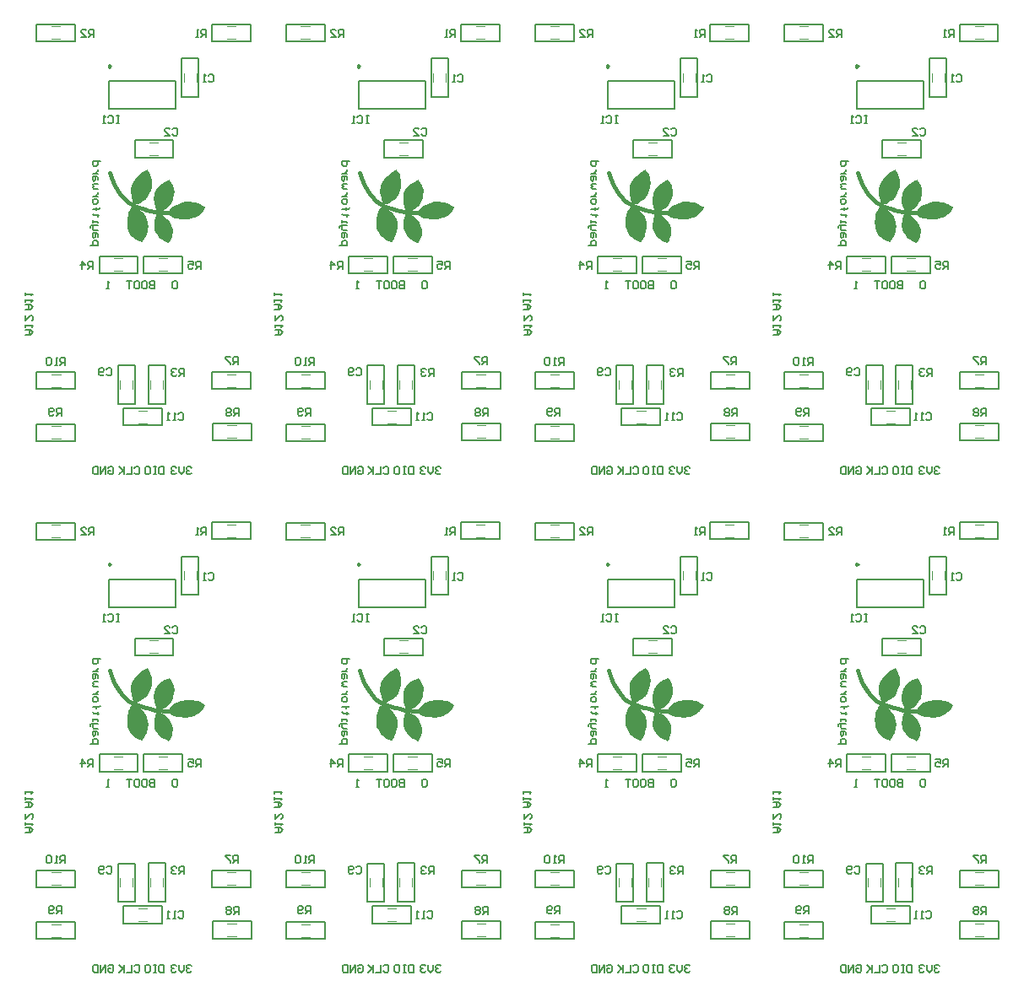
<source format=gbo>
G04*
G04 #@! TF.GenerationSoftware,Altium Limited,Altium Designer,18.1.6 (161)*
G04*
G04 Layer_Color=32896*
%FSLAX25Y25*%
%MOIN*%
G70*
G01*
G75*
%ADD31C,0.00787*%
%ADD32C,0.00700*%
%ADD33C,0.00400*%
%ADD34C,0.00500*%
%ADD55C,0.00984*%
%ADD56C,0.01575*%
G36*
X355157Y320720D02*
X355164Y320720D01*
X355177Y320706D01*
X355192Y320695D01*
X355903Y319612D01*
X355903Y319609D01*
X355906Y319606D01*
X356529Y318400D01*
X356530Y318395D01*
X356533Y318391D01*
X356783Y317641D01*
X356783Y317639D01*
X356784Y317638D01*
X356950Y317055D01*
X356950Y317049D01*
X356953Y317044D01*
X357036Y316294D01*
X357034Y316288D01*
X357036Y316283D01*
X356913Y314449D01*
X356910Y314443D01*
X356911Y314437D01*
X356661Y313520D01*
X356660Y313519D01*
X356660Y313518D01*
X356450Y312851D01*
X356446Y312847D01*
X356446Y312841D01*
X356072Y312131D01*
X356064Y312124D01*
X355739Y311507D01*
X355736Y311505D01*
X355736Y311502D01*
X354942Y310292D01*
X354934Y310286D01*
X354928Y310277D01*
X353428Y309110D01*
X353425Y309109D01*
X353422Y309106D01*
X352132Y308316D01*
X352132Y308316D01*
X352132Y308315D01*
X351715Y308066D01*
X351694Y308062D01*
X351673Y308057D01*
X350296Y308264D01*
X350290Y308267D01*
X350284Y308267D01*
X350273Y308276D01*
X350260Y308282D01*
X350258Y308286D01*
X350254Y308289D01*
X350253Y308295D01*
X350248Y308300D01*
X349458Y309966D01*
X349457Y309974D01*
X349453Y309980D01*
X349036Y311857D01*
X349038Y311863D01*
X349035Y311869D01*
X348992Y313325D01*
X348994Y313331D01*
X348992Y313336D01*
X349242Y315086D01*
X349245Y315090D01*
X349244Y315095D01*
X349577Y316222D01*
X349580Y316225D01*
Y316228D01*
X349873Y316935D01*
X349879Y316941D01*
X349881Y316949D01*
X350254Y317449D01*
X350255Y317449D01*
X350255Y317450D01*
X350882Y318243D01*
X350887Y318246D01*
X350888Y318250D01*
X351555Y318874D01*
X351562Y318877D01*
X351567Y318882D01*
X353357Y319926D01*
X353359Y319926D01*
X353361Y319928D01*
X354405Y320428D01*
X354407Y320428D01*
X354408Y320430D01*
X355115Y320720D01*
X355134Y320720D01*
X355152Y320723D01*
X355157Y320720D01*
D02*
G37*
G36*
X256732D02*
X256738Y320720D01*
X256752Y320706D01*
X256767Y320695D01*
X257477Y319612D01*
X257478Y319609D01*
X257481Y319606D01*
X258104Y318400D01*
X258104Y318395D01*
X258108Y318391D01*
X258358Y317641D01*
X258358Y317639D01*
X258359Y317638D01*
X258525Y317055D01*
X258525Y317049D01*
X258527Y317044D01*
X258611Y316294D01*
X258609Y316288D01*
X258611Y316283D01*
X258488Y314449D01*
X258485Y314443D01*
X258486Y314437D01*
X258236Y313520D01*
X258235Y313519D01*
X258235Y313518D01*
X258025Y312851D01*
X258021Y312847D01*
X258020Y312841D01*
X257647Y312131D01*
X257639Y312124D01*
X257314Y311507D01*
X257311Y311505D01*
X257311Y311502D01*
X256517Y310292D01*
X256508Y310286D01*
X256503Y310277D01*
X255003Y309110D01*
X254999Y309109D01*
X254997Y309106D01*
X253707Y308316D01*
X253707Y308316D01*
X253707Y308315D01*
X253290Y308066D01*
X253269Y308062D01*
X253248Y308057D01*
X251871Y308264D01*
X251865Y308267D01*
X251859Y308267D01*
X251848Y308276D01*
X251835Y308282D01*
X251833Y308286D01*
X251829Y308289D01*
X251827Y308295D01*
X251822Y308300D01*
X251032Y309966D01*
X251032Y309974D01*
X251028Y309980D01*
X250611Y311857D01*
X250612Y311863D01*
X250610Y311869D01*
X250566Y313325D01*
X250568Y313331D01*
X250567Y313336D01*
X250817Y315086D01*
X250819Y315090D01*
X250819Y315095D01*
X251152Y316222D01*
X251155Y316225D01*
Y316228D01*
X251448Y316935D01*
X251454Y316941D01*
X251456Y316949D01*
X251829Y317449D01*
X251830Y317449D01*
X251830Y317450D01*
X252457Y318243D01*
X252461Y318246D01*
X252463Y318250D01*
X253130Y318874D01*
X253137Y318877D01*
X253141Y318882D01*
X254931Y319926D01*
X254934Y319926D01*
X254936Y319928D01*
X255979Y320428D01*
X255981Y320428D01*
X255983Y320430D01*
X256689Y320720D01*
X256708Y320720D01*
X256727Y320723D01*
X256732Y320720D01*
D02*
G37*
G36*
X158307D02*
X158313Y320720D01*
X158326Y320706D01*
X158342Y320695D01*
X159052Y319612D01*
X159053Y319609D01*
X159055Y319606D01*
X159679Y318400D01*
X159679Y318395D01*
X159683Y318391D01*
X159933Y317641D01*
X159932Y317639D01*
X159933Y317638D01*
X160100Y317055D01*
X160099Y317049D01*
X160102Y317044D01*
X160186Y316294D01*
X160184Y316288D01*
X160186Y316283D01*
X160062Y314449D01*
X160059Y314443D01*
X160060Y314437D01*
X159810Y313520D01*
X159810Y313519D01*
X159810Y313518D01*
X159600Y312851D01*
X159596Y312847D01*
X159595Y312841D01*
X159222Y312131D01*
X159214Y312124D01*
X158888Y311507D01*
X158886Y311505D01*
X158885Y311502D01*
X158092Y310292D01*
X158083Y310286D01*
X158078Y310277D01*
X156578Y309110D01*
X156574Y309109D01*
X156572Y309106D01*
X155282Y308316D01*
X155282Y308316D01*
X155281Y308315D01*
X154865Y308066D01*
X154843Y308062D01*
X154822Y308057D01*
X153446Y308264D01*
X153440Y308267D01*
X153434Y308267D01*
X153423Y308276D01*
X153410Y308282D01*
X153408Y308286D01*
X153404Y308289D01*
X153402Y308295D01*
X153397Y308300D01*
X152607Y309966D01*
X152607Y309974D01*
X152603Y309980D01*
X152186Y311857D01*
X152187Y311863D01*
X152184Y311869D01*
X152141Y313325D01*
X152143Y313331D01*
X152142Y313336D01*
X152392Y315086D01*
X152394Y315090D01*
X152394Y315095D01*
X152727Y316222D01*
X152729Y316225D01*
Y316228D01*
X153023Y316935D01*
X153029Y316941D01*
X153031Y316949D01*
X153404Y317449D01*
X153405Y317449D01*
X153405Y317450D01*
X154032Y318243D01*
X154036Y318246D01*
X154038Y318250D01*
X154705Y318874D01*
X154712Y318877D01*
X154716Y318882D01*
X156506Y319926D01*
X156509Y319926D01*
X156511Y319928D01*
X157554Y320428D01*
X157556Y320428D01*
X157558Y320430D01*
X158264Y320720D01*
X158283Y320720D01*
X158302Y320723D01*
X158307Y320720D01*
D02*
G37*
G36*
X59882D02*
X59888Y320720D01*
X59901Y320706D01*
X59917Y320695D01*
X60627Y319612D01*
X60628Y319609D01*
X60630Y319606D01*
X61254Y318400D01*
X61254Y318395D01*
X61257Y318391D01*
X61507Y317641D01*
X61507Y317639D01*
X61508Y317638D01*
X61675Y317055D01*
X61674Y317049D01*
X61677Y317044D01*
X61760Y316294D01*
X61759Y316288D01*
X61761Y316283D01*
X61637Y314449D01*
X61634Y314443D01*
X61635Y314437D01*
X61385Y313520D01*
X61384Y313519D01*
X61384Y313518D01*
X61174Y312851D01*
X61171Y312847D01*
X61170Y312841D01*
X60797Y312131D01*
X60789Y312124D01*
X60463Y311507D01*
X60461Y311505D01*
X60460Y311502D01*
X59667Y310292D01*
X59658Y310286D01*
X59653Y310277D01*
X58153Y309110D01*
X58149Y309109D01*
X58147Y309106D01*
X56857Y308316D01*
X56857Y308316D01*
X56856Y308315D01*
X56440Y308066D01*
X56418Y308062D01*
X56397Y308057D01*
X55020Y308264D01*
X55015Y308267D01*
X55009Y308267D01*
X54998Y308276D01*
X54985Y308282D01*
X54983Y308286D01*
X54979Y308289D01*
X54977Y308295D01*
X54972Y308300D01*
X54182Y309966D01*
X54182Y309974D01*
X54177Y309980D01*
X53761Y311857D01*
X53762Y311863D01*
X53759Y311869D01*
X53716Y313325D01*
X53718Y313331D01*
X53717Y313336D01*
X53967Y315086D01*
X53969Y315090D01*
X53969Y315095D01*
X54302Y316222D01*
X54304Y316225D01*
Y316228D01*
X54598Y316935D01*
X54603Y316941D01*
X54605Y316949D01*
X54979Y317449D01*
X54979Y317449D01*
X54980Y317450D01*
X55606Y318243D01*
X55611Y318246D01*
X55613Y318250D01*
X56280Y318874D01*
X56287Y318877D01*
X56291Y318882D01*
X58081Y319926D01*
X58084Y319926D01*
X58086Y319928D01*
X59129Y320428D01*
X59131Y320428D01*
X59132Y320430D01*
X59839Y320720D01*
X59858Y320720D01*
X59876Y320723D01*
X59882Y320720D01*
D02*
G37*
G36*
X363495Y312080D02*
X363498Y312081D01*
X364455Y311998D01*
X364455Y311997D01*
X364456Y311997D01*
X365583Y311871D01*
X365590Y311867D01*
X365598Y311867D01*
X366388Y311577D01*
X366388Y311577D01*
X366389Y311577D01*
X367139Y311283D01*
X367143Y311279D01*
X367149Y311278D01*
X368109Y310695D01*
X368110Y310694D01*
X368112Y310693D01*
X368775Y310239D01*
X369188Y310031D01*
X369203Y310013D01*
X369219Y309995D01*
X369219Y309995D01*
X369220Y309994D01*
X369218Y309970D01*
X369217Y309946D01*
X368883Y309240D01*
X368880Y309237D01*
X368879Y309232D01*
X368503Y308649D01*
X368498Y308646D01*
X368497Y308641D01*
X367790Y307848D01*
X367789Y307847D01*
X367789Y307847D01*
X367206Y307223D01*
X367200Y307221D01*
X367197Y307216D01*
X366364Y306589D01*
X366364Y306589D01*
X366363Y306589D01*
X365903Y306255D01*
X365896Y306254D01*
X365891Y306248D01*
X365225Y305958D01*
X365224Y305958D01*
X365224Y305958D01*
X364724Y305748D01*
X364718Y305748D01*
X364713Y305745D01*
X363590Y305495D01*
X363589Y305495D01*
X363589Y305494D01*
X362795Y305328D01*
X362793Y305328D01*
X362791Y305327D01*
X361918Y305204D01*
X361913Y305205D01*
X361909Y305203D01*
X360992D01*
X360990Y305204D01*
X360988Y305203D01*
X359695Y305287D01*
X359694Y305287D01*
X359694Y305287D01*
X358611Y305370D01*
X358608Y305371D01*
X358605Y305371D01*
X358105Y305454D01*
X358104Y305454D01*
X358104Y305454D01*
X357230Y305621D01*
X357227Y305623D01*
X357224Y305622D01*
X356880Y305726D01*
X356877Y305728D01*
X356873Y305728D01*
X356233Y306008D01*
X356229Y306013D01*
X356223Y306014D01*
X355702Y306374D01*
X355700Y306378D01*
X355697Y306379D01*
X355057Y306939D01*
X355054Y306945D01*
X355048Y306949D01*
X354947Y307082D01*
X354617Y307076D01*
X354608Y307080D01*
X354598Y307079D01*
X354586Y307088D01*
X354571Y307094D01*
X354567Y307103D01*
X354560Y307109D01*
X354558Y307125D01*
X354552Y307139D01*
X354555Y307148D01*
X354554Y307158D01*
X354847Y308201D01*
X354853Y308208D01*
X354854Y308217D01*
X355188Y308757D01*
X355191Y308759D01*
X355192Y308763D01*
X355942Y309723D01*
X355949Y309727D01*
X355953Y309735D01*
X357037Y310568D01*
X357041Y310569D01*
X357044Y310573D01*
X357711Y310946D01*
X357716Y310947D01*
X357720Y310950D01*
X358720Y311327D01*
X359469Y311617D01*
X359473Y311617D01*
X359477Y311619D01*
X360310Y311829D01*
X360310Y311829D01*
X360310Y311829D01*
X361143Y312036D01*
X361150Y312035D01*
X361155Y312038D01*
X361905Y312081D01*
X361907Y312080D01*
X361909Y312081D01*
X363492D01*
X363495Y312080D01*
D02*
G37*
G36*
X265070D02*
X265073Y312081D01*
X266029Y311998D01*
X266030Y311997D01*
X266031Y311997D01*
X267158Y311871D01*
X267164Y311867D01*
X267173Y311867D01*
X267963Y311577D01*
X267963Y311577D01*
X267964Y311577D01*
X268714Y311283D01*
X268718Y311279D01*
X268724Y311278D01*
X269684Y310695D01*
X269685Y310694D01*
X269687Y310693D01*
X270350Y310239D01*
X270763Y310031D01*
X270778Y310013D01*
X270794Y309995D01*
X270794Y309995D01*
X270795Y309994D01*
X270793Y309970D01*
X270792Y309946D01*
X270458Y309240D01*
X270455Y309237D01*
X270454Y309232D01*
X270077Y308649D01*
X270073Y308646D01*
X270072Y308641D01*
X269365Y307848D01*
X269364Y307847D01*
X269364Y307847D01*
X268780Y307223D01*
X268775Y307221D01*
X268772Y307216D01*
X267939Y306589D01*
X267938Y306589D01*
X267938Y306589D01*
X267478Y306255D01*
X267471Y306254D01*
X267466Y306248D01*
X266799Y305958D01*
X266799Y305958D01*
X266798Y305958D01*
X266299Y305748D01*
X266293Y305748D01*
X266288Y305745D01*
X265164Y305495D01*
X265164Y305495D01*
X265164Y305494D01*
X264370Y305328D01*
X264368Y305328D01*
X264366Y305327D01*
X263493Y305204D01*
X263488Y305205D01*
X263484Y305203D01*
X262567D01*
X262565Y305204D01*
X262563Y305203D01*
X261270Y305287D01*
X261269Y305287D01*
X261269Y305287D01*
X260186Y305370D01*
X260183Y305371D01*
X260180Y305371D01*
X259680Y305454D01*
X259679Y305454D01*
X259678Y305454D01*
X258805Y305621D01*
X258802Y305623D01*
X258799Y305622D01*
X258455Y305726D01*
X258452Y305728D01*
X258448Y305728D01*
X257808Y306008D01*
X257804Y306013D01*
X257797Y306014D01*
X257277Y306374D01*
X257275Y306378D01*
X257272Y306379D01*
X256632Y306939D01*
X256628Y306945D01*
X256623Y306949D01*
X256522Y307082D01*
X256192Y307076D01*
X256183Y307080D01*
X256173Y307079D01*
X256161Y307088D01*
X256146Y307094D01*
X256142Y307103D01*
X256135Y307109D01*
X256133Y307125D01*
X256126Y307139D01*
X256130Y307148D01*
X256129Y307158D01*
X256422Y308201D01*
X256428Y308208D01*
X256429Y308217D01*
X256763Y308757D01*
X256766Y308759D01*
X256767Y308763D01*
X257517Y309723D01*
X257524Y309727D01*
X257528Y309735D01*
X258611Y310568D01*
X258616Y310569D01*
X258619Y310573D01*
X259286Y310946D01*
X259291Y310947D01*
X259295Y310950D01*
X260294Y311327D01*
X261044Y311617D01*
X261048Y311617D01*
X261051Y311619D01*
X261885Y311829D01*
X261885Y311829D01*
X261885Y311829D01*
X262718Y312036D01*
X262724Y312035D01*
X262730Y312038D01*
X263480Y312081D01*
X263482Y312080D01*
X263484Y312081D01*
X265067D01*
X265070Y312080D01*
D02*
G37*
G36*
X166645D02*
X166647Y312081D01*
X167604Y311998D01*
X167605Y311997D01*
X167606Y311997D01*
X168732Y311871D01*
X168739Y311867D01*
X168747Y311867D01*
X169537Y311577D01*
X169538Y311577D01*
X169538Y311577D01*
X170289Y311283D01*
X170293Y311279D01*
X170299Y311278D01*
X171258Y310695D01*
X171260Y310694D01*
X171261Y310693D01*
X171924Y310239D01*
X172337Y310031D01*
X172353Y310013D01*
X172369Y309995D01*
X172369Y309995D01*
X172369Y309994D01*
X172368Y309970D01*
X172366Y309946D01*
X172033Y309240D01*
X172030Y309237D01*
X172029Y309232D01*
X171652Y308649D01*
X171648Y308646D01*
X171646Y308641D01*
X170940Y307848D01*
X170939Y307847D01*
X170939Y307847D01*
X170355Y307223D01*
X170350Y307221D01*
X170347Y307216D01*
X169514Y306589D01*
X169513Y306589D01*
X169513Y306589D01*
X169053Y306255D01*
X169046Y306254D01*
X169041Y306248D01*
X168374Y305958D01*
X168374Y305958D01*
X168373Y305958D01*
X167873Y305748D01*
X167867Y305748D01*
X167862Y305745D01*
X166739Y305495D01*
X166739Y305495D01*
X166738Y305494D01*
X165945Y305328D01*
X165943Y305328D01*
X165941Y305327D01*
X165068Y305204D01*
X165063Y305205D01*
X165059Y305203D01*
X164142D01*
X164140Y305204D01*
X164138Y305203D01*
X162844Y305287D01*
X162844Y305287D01*
X162844Y305287D01*
X161760Y305370D01*
X161758Y305371D01*
X161755Y305371D01*
X161255Y305454D01*
X161254Y305454D01*
X161253Y305454D01*
X160380Y305621D01*
X160377Y305623D01*
X160373Y305622D01*
X160030Y305726D01*
X160027Y305728D01*
X160023Y305728D01*
X159383Y306008D01*
X159378Y306013D01*
X159372Y306014D01*
X158852Y306374D01*
X158850Y306378D01*
X158846Y306379D01*
X158206Y306939D01*
X158203Y306945D01*
X158197Y306949D01*
X158097Y307082D01*
X157766Y307076D01*
X157757Y307080D01*
X157748Y307079D01*
X157736Y307088D01*
X157721Y307094D01*
X157717Y307103D01*
X157709Y307109D01*
X157708Y307125D01*
X157701Y307139D01*
X157705Y307148D01*
X157704Y307158D01*
X157997Y308201D01*
X158003Y308208D01*
X158004Y308217D01*
X158337Y308757D01*
X158340Y308759D01*
X158341Y308763D01*
X159091Y309723D01*
X159099Y309727D01*
X159103Y309735D01*
X160186Y310568D01*
X160191Y310569D01*
X160194Y310573D01*
X160861Y310946D01*
X160866Y310947D01*
X160869Y310950D01*
X161869Y311327D01*
X162619Y311617D01*
X162623Y311617D01*
X162626Y311619D01*
X163460Y311829D01*
X163460Y311829D01*
X163460Y311829D01*
X164293Y312036D01*
X164299Y312035D01*
X164305Y312038D01*
X165055Y312081D01*
X165057Y312080D01*
X165059Y312081D01*
X166642D01*
X166645Y312080D01*
D02*
G37*
G36*
X68219D02*
X68222Y312081D01*
X69179Y311998D01*
X69180Y311997D01*
X69181Y311997D01*
X70307Y311871D01*
X70314Y311867D01*
X70322Y311867D01*
X71112Y311577D01*
X71113Y311577D01*
X71113Y311577D01*
X71863Y311283D01*
X71868Y311279D01*
X71873Y311278D01*
X72833Y310695D01*
X72834Y310694D01*
X72836Y310693D01*
X73499Y310239D01*
X73912Y310031D01*
X73927Y310013D01*
X73944Y309995D01*
X73944Y309995D01*
X73944Y309994D01*
X73942Y309970D01*
X73941Y309946D01*
X73608Y309240D01*
X73605Y309237D01*
X73604Y309232D01*
X73227Y308649D01*
X73223Y308646D01*
X73221Y308641D01*
X72514Y307848D01*
X72514Y307847D01*
X72513Y307847D01*
X71930Y307223D01*
X71925Y307221D01*
X71922Y307216D01*
X71088Y306589D01*
X71088Y306589D01*
X71088Y306589D01*
X70628Y306255D01*
X70621Y306254D01*
X70616Y306248D01*
X69949Y305958D01*
X69948Y305958D01*
X69948Y305958D01*
X69448Y305748D01*
X69442Y305748D01*
X69437Y305745D01*
X68314Y305495D01*
X68313Y305495D01*
X68313Y305494D01*
X67520Y305328D01*
X67518Y305328D01*
X67516Y305327D01*
X66642Y305204D01*
X66638Y305205D01*
X66633Y305203D01*
X65717D01*
X65715Y305204D01*
X65712Y305203D01*
X64419Y305287D01*
X64419Y305287D01*
X64418Y305287D01*
X63335Y305370D01*
X63332Y305371D01*
X63329Y305371D01*
X62830Y305454D01*
X62829Y305454D01*
X62828Y305454D01*
X61955Y305621D01*
X61952Y305623D01*
X61948Y305622D01*
X61605Y305726D01*
X61602Y305728D01*
X61598Y305728D01*
X60958Y306008D01*
X60953Y306013D01*
X60947Y306014D01*
X60427Y306374D01*
X60425Y306378D01*
X60421Y306379D01*
X59781Y306939D01*
X59778Y306945D01*
X59772Y306949D01*
X59672Y307082D01*
X59341Y307076D01*
X59332Y307080D01*
X59323Y307079D01*
X59310Y307088D01*
X59296Y307094D01*
X59292Y307103D01*
X59284Y307109D01*
X59282Y307125D01*
X59276Y307139D01*
X59280Y307148D01*
X59278Y307158D01*
X59572Y308201D01*
X59577Y308208D01*
X59579Y308217D01*
X59912Y308757D01*
X59915Y308759D01*
X59916Y308763D01*
X60666Y309723D01*
X60673Y309727D01*
X60678Y309735D01*
X61761Y310568D01*
X61766Y310569D01*
X61769Y310573D01*
X62435Y310946D01*
X62440Y310947D01*
X62444Y310950D01*
X63444Y311327D01*
X64194Y311617D01*
X64198Y311617D01*
X64201Y311619D01*
X65034Y311829D01*
X65035Y311829D01*
X65035Y311829D01*
X65868Y312036D01*
X65874Y312035D01*
X65880Y312038D01*
X66630Y312081D01*
X66632Y312080D01*
X66633Y312081D01*
X68217D01*
X68219Y312080D01*
D02*
G37*
G36*
X346454Y324721D02*
X346458Y324722D01*
X346474Y324708D01*
X346492Y324696D01*
X347282Y323530D01*
X347283Y323524D01*
X347287Y323520D01*
X347621Y322770D01*
X347621Y322766D01*
X347623Y322762D01*
X347917Y321802D01*
X347917Y321802D01*
X347917Y321801D01*
X348167Y320928D01*
X348166Y320921D01*
X348169Y320915D01*
X348253Y319621D01*
X348251Y319617D01*
X348253Y319612D01*
X348126Y317906D01*
X348123Y317900D01*
X348124Y317893D01*
X347751Y316560D01*
X347748Y316557D01*
X347748Y316552D01*
X346998Y314759D01*
X346995Y314756D01*
X346994Y314752D01*
X346495Y313879D01*
X346489Y313874D01*
X346486Y313867D01*
X346026Y313367D01*
X346020Y313364D01*
X346016Y313358D01*
X345433Y312942D01*
X345432Y312941D01*
X345431Y312940D01*
X344681Y312440D01*
X344681Y312440D01*
X344680Y312440D01*
X343390Y311607D01*
X343387Y311606D01*
X343384Y311603D01*
X342884Y311353D01*
X342301Y311060D01*
X342286Y311059D01*
X342272Y311053D01*
X342106D01*
X342094Y311058D01*
X342082Y311057D01*
X340849Y311548D01*
X340844Y311551D01*
X340839Y311552D01*
X340834Y311559D01*
X340827Y311562D01*
X340822Y311573D01*
X340813Y311582D01*
X340813Y311587D01*
X340810Y311592D01*
X340627Y312350D01*
X340461Y312892D01*
X340461Y312895D01*
X340460Y312897D01*
X340293Y313687D01*
X340293Y313688D01*
X340293Y313688D01*
X340083Y314772D01*
X340083Y314772D01*
X340083Y314773D01*
X339916Y315733D01*
X339917Y315738D01*
X339915Y315744D01*
Y316660D01*
X339916Y316663D01*
X339915Y316666D01*
X339999Y317583D01*
X340001Y317587D01*
X340000Y317592D01*
X340167Y318298D01*
X340168Y318300D01*
X340167Y318302D01*
X340461Y319302D01*
X340465Y319307D01*
X340466Y319315D01*
X341090Y320441D01*
X341091Y320443D01*
X341092Y320445D01*
X341469Y321028D01*
X341475Y321033D01*
X341478Y321040D01*
X342684Y322206D01*
X342685Y322207D01*
X342685Y322207D01*
X343435Y322914D01*
X343437Y322914D01*
X343438Y322916D01*
X343981Y323376D01*
X343988Y323378D01*
X343992Y323383D01*
X344615Y323716D01*
X345780Y324383D01*
X345781Y324383D01*
X345782Y324384D01*
X346409Y324717D01*
X346430Y324719D01*
X346451Y324723D01*
X346454Y324721D01*
D02*
G37*
G36*
X248029D02*
X248032Y324722D01*
X248049Y324708D01*
X248067Y324696D01*
X248857Y323530D01*
X248858Y323524D01*
X248862Y323520D01*
X249196Y322770D01*
X249196Y322766D01*
X249198Y322762D01*
X249492Y321802D01*
X249492Y321802D01*
X249492Y321801D01*
X249742Y320928D01*
X249741Y320921D01*
X249744Y320915D01*
X249828Y319621D01*
X249826Y319617D01*
X249828Y319612D01*
X249701Y317906D01*
X249698Y317900D01*
X249699Y317893D01*
X249325Y316560D01*
X249323Y316557D01*
X249323Y316552D01*
X248573Y314759D01*
X248570Y314756D01*
X248569Y314752D01*
X248069Y313879D01*
X248063Y313874D01*
X248061Y313867D01*
X247601Y313367D01*
X247595Y313364D01*
X247591Y313358D01*
X247008Y312942D01*
X247007Y312941D01*
X247006Y312940D01*
X246256Y312440D01*
X246255Y312440D01*
X246255Y312440D01*
X244965Y311607D01*
X244962Y311606D01*
X244959Y311603D01*
X244459Y311353D01*
X243876Y311060D01*
X243861Y311059D01*
X243847Y311053D01*
X243680D01*
X243669Y311058D01*
X243657Y311057D01*
X242423Y311548D01*
X242419Y311551D01*
X242414Y311552D01*
X242409Y311559D01*
X242402Y311562D01*
X242397Y311573D01*
X242388Y311582D01*
X242388Y311587D01*
X242385Y311592D01*
X242202Y312350D01*
X242036Y312892D01*
X242036Y312895D01*
X242034Y312897D01*
X241868Y313687D01*
X241868Y313688D01*
X241867Y313688D01*
X241657Y314772D01*
X241658Y314772D01*
X241657Y314773D01*
X241491Y315733D01*
X241492Y315738D01*
X241490Y315744D01*
Y316660D01*
X241491Y316663D01*
X241490Y316666D01*
X241573Y317583D01*
X241576Y317587D01*
X241575Y317592D01*
X241741Y318298D01*
X241742Y318300D01*
X241742Y318302D01*
X242036Y319302D01*
X242040Y319307D01*
X242041Y319315D01*
X242664Y320441D01*
X242666Y320443D01*
X242667Y320445D01*
X243043Y321028D01*
X243050Y321033D01*
X243053Y321040D01*
X244259Y322206D01*
X244260Y322207D01*
X244260Y322207D01*
X245010Y322914D01*
X245011Y322914D01*
X245012Y322916D01*
X245556Y323376D01*
X245562Y323378D01*
X245567Y323383D01*
X246189Y323716D01*
X247355Y324383D01*
X247356Y324383D01*
X247357Y324384D01*
X247984Y324717D01*
X248005Y324719D01*
X248026Y324723D01*
X248029Y324721D01*
D02*
G37*
G36*
X149604D02*
X149607Y324722D01*
X149624Y324708D01*
X149642Y324696D01*
X150432Y323530D01*
X150433Y323524D01*
X150437Y323520D01*
X150770Y322770D01*
X150770Y322766D01*
X150773Y322762D01*
X151066Y321802D01*
X151066Y321802D01*
X151067Y321801D01*
X151317Y320928D01*
X151316Y320921D01*
X151319Y320915D01*
X151402Y319621D01*
X151401Y319617D01*
X151402Y319612D01*
X151276Y317906D01*
X151273Y317900D01*
X151274Y317893D01*
X150900Y316560D01*
X150898Y316557D01*
X150898Y316552D01*
X150148Y314759D01*
X150145Y314756D01*
X150144Y314752D01*
X149644Y313879D01*
X149638Y313874D01*
X149636Y313867D01*
X149176Y313367D01*
X149169Y313364D01*
X149166Y313358D01*
X148582Y312942D01*
X148581Y312941D01*
X148581Y312940D01*
X147831Y312440D01*
X147830Y312440D01*
X147830Y312440D01*
X146540Y311607D01*
X146536Y311606D01*
X146534Y311603D01*
X146034Y311353D01*
X145451Y311060D01*
X145436Y311059D01*
X145422Y311053D01*
X145255D01*
X145244Y311058D01*
X145232Y311057D01*
X143998Y311548D01*
X143994Y311551D01*
X143989Y311552D01*
X143984Y311559D01*
X143977Y311562D01*
X143972Y311573D01*
X143963Y311582D01*
X143963Y311587D01*
X143960Y311592D01*
X143777Y312350D01*
X143611Y312892D01*
X143611Y312895D01*
X143609Y312897D01*
X143443Y313687D01*
X143443Y313688D01*
X143442Y313688D01*
X143232Y314772D01*
X143233Y314772D01*
X143232Y314773D01*
X143065Y315733D01*
X143067Y315738D01*
X143064Y315744D01*
Y316660D01*
X143066Y316663D01*
X143065Y316666D01*
X143148Y317583D01*
X143150Y317587D01*
X143149Y317592D01*
X143316Y318298D01*
X143317Y318300D01*
X143317Y318302D01*
X143610Y319302D01*
X143615Y319307D01*
X143616Y319315D01*
X144239Y320441D01*
X144241Y320443D01*
X144241Y320445D01*
X144618Y321028D01*
X144624Y321033D01*
X144627Y321040D01*
X145834Y322206D01*
X145834Y322207D01*
X145835Y322207D01*
X146585Y322914D01*
X146586Y322914D01*
X146587Y322916D01*
X147131Y323376D01*
X147137Y323378D01*
X147142Y323383D01*
X147764Y323716D01*
X148930Y324383D01*
X148931Y324383D01*
X148932Y324384D01*
X149558Y324717D01*
X149580Y324719D01*
X149601Y324723D01*
X149604Y324721D01*
D02*
G37*
G36*
X51178D02*
X51182Y324722D01*
X51199Y324708D01*
X51216Y324696D01*
X52006Y323530D01*
X52008Y323524D01*
X52012Y323520D01*
X52345Y322770D01*
X52345Y322766D01*
X52348Y322762D01*
X52641Y321802D01*
X52641Y321802D01*
X52642Y321801D01*
X52892Y320928D01*
X52891Y320921D01*
X52894Y320915D01*
X52977Y319621D01*
X52976Y319617D01*
X52977Y319612D01*
X52851Y317906D01*
X52847Y317900D01*
X52848Y317893D01*
X52475Y316560D01*
X52472Y316557D01*
X52472Y316552D01*
X51722Y314759D01*
X51719Y314756D01*
X51719Y314752D01*
X51219Y313879D01*
X51213Y313874D01*
X51210Y313867D01*
X50750Y313367D01*
X50744Y313364D01*
X50741Y313358D01*
X50157Y312942D01*
X50156Y312941D01*
X50156Y312940D01*
X49406Y312440D01*
X49405Y312440D01*
X49405Y312440D01*
X48115Y311607D01*
X48111Y311606D01*
X48109Y311603D01*
X47609Y311353D01*
X47025Y311060D01*
X47010Y311059D01*
X46997Y311053D01*
X46830D01*
X46819Y311058D01*
X46806Y311057D01*
X45573Y311548D01*
X45569Y311551D01*
X45563Y311552D01*
X45559Y311559D01*
X45551Y311562D01*
X45547Y311573D01*
X45538Y311582D01*
X45538Y311587D01*
X45534Y311592D01*
X45351Y312350D01*
X45185Y312892D01*
X45186Y312895D01*
X45184Y312897D01*
X45017Y313687D01*
X45017Y313688D01*
X45017Y313688D01*
X44807Y314772D01*
X44807Y314772D01*
X44807Y314773D01*
X44640Y315733D01*
X44642Y315738D01*
X44639Y315744D01*
Y316660D01*
X44640Y316663D01*
X44640Y316666D01*
X44723Y317583D01*
X44725Y317587D01*
X44724Y317592D01*
X44891Y318298D01*
X44892Y318300D01*
X44892Y318302D01*
X45185Y319302D01*
X45190Y319307D01*
X45191Y319315D01*
X45814Y320441D01*
X45816Y320443D01*
X45816Y320445D01*
X46193Y321028D01*
X46199Y321033D01*
X46202Y321040D01*
X47409Y322206D01*
X47409Y322207D01*
X47409Y322207D01*
X48159Y322914D01*
X48161Y322914D01*
X48162Y322916D01*
X48705Y323376D01*
X48712Y323378D01*
X48717Y323383D01*
X49339Y323716D01*
X50505Y324383D01*
X50506Y324383D01*
X50507Y324384D01*
X51133Y324717D01*
X51155Y324719D01*
X51175Y324723D01*
X51178Y324721D01*
D02*
G37*
G36*
X340415Y310194D02*
X340425Y310195D01*
X342925Y309401D01*
X342941Y309388D01*
X342959Y309376D01*
X343121Y309133D01*
X344197Y308223D01*
X344697Y307806D01*
X344699Y307801D01*
X344704Y307799D01*
X345244Y307176D01*
X345246Y307171D01*
X345250Y307168D01*
X345916Y306125D01*
X345917Y306121D01*
X345920Y306118D01*
X346337Y305245D01*
X346337Y305236D01*
X346342Y305229D01*
X346635Y303729D01*
X346634Y303726D01*
X346636Y303722D01*
X346759Y302222D01*
X346758Y302216D01*
X346759Y302210D01*
X346676Y301417D01*
X346673Y301412D01*
X346674Y301407D01*
X346467Y300657D01*
X346091Y299158D01*
X346088Y299154D01*
Y299149D01*
X345881Y298649D01*
X345879Y298647D01*
X345879Y298644D01*
X345296Y297521D01*
X345293Y297518D01*
X345292Y297515D01*
X344626Y296515D01*
X344623Y296513D01*
X344622Y296510D01*
X344289Y296094D01*
X344275Y296086D01*
X344265Y296075D01*
X344255Y296075D01*
X344246Y296070D01*
X344231Y296074D01*
X344216Y296074D01*
X343466Y296364D01*
X343463Y296367D01*
X343459Y296367D01*
X342583Y296827D01*
X342582Y296827D01*
X342582Y296827D01*
X341959Y297161D01*
X341956Y297164D01*
X341952Y297165D01*
X340702Y298038D01*
X340699Y298043D01*
X340694Y298045D01*
X340110Y298628D01*
X340108Y298634D01*
X340103Y298637D01*
X339643Y299304D01*
X339642Y299309D01*
X339638Y299312D01*
X339305Y299978D01*
X339305Y299979D01*
X339304Y299980D01*
X338848Y300940D01*
X338848Y300941D01*
X338847Y300942D01*
X338597Y301525D01*
X338597Y301533D01*
X338592Y301540D01*
X338426Y302540D01*
X338427Y302544D01*
X338425Y302549D01*
X338382Y304048D01*
X338383Y304051D01*
X338382Y304054D01*
X338465Y305637D01*
X338467Y305642D01*
X338466Y305647D01*
X338716Y306853D01*
X338718Y306856D01*
X338718Y306858D01*
X339011Y307858D01*
X339014Y307862D01*
X339014Y307867D01*
X339471Y308867D01*
X339474Y308870D01*
X339474Y308874D01*
X339934Y309624D01*
X339937Y309626D01*
X339938Y309629D01*
X340355Y310173D01*
X340359Y310175D01*
X340360Y310179D01*
X340370Y310183D01*
X340376Y310191D01*
X340387Y310191D01*
X340397Y310197D01*
X340402Y310196D01*
X340406Y310198D01*
X340415Y310194D01*
D02*
G37*
G36*
X241990D02*
X242000Y310195D01*
X244500Y309401D01*
X244516Y309388D01*
X244534Y309376D01*
X244695Y309133D01*
X245772Y308223D01*
X246271Y307806D01*
X246274Y307801D01*
X246279Y307799D01*
X246819Y307176D01*
X246820Y307171D01*
X246824Y307168D01*
X247491Y306125D01*
X247492Y306121D01*
X247495Y306118D01*
X247912Y305245D01*
X247912Y305236D01*
X247917Y305229D01*
X248210Y303729D01*
X248209Y303726D01*
X248211Y303722D01*
X248334Y302222D01*
X248332Y302216D01*
X248334Y302210D01*
X248251Y301417D01*
X248248Y301412D01*
X248249Y301407D01*
X248042Y300657D01*
X247666Y299158D01*
X247663Y299154D01*
Y299149D01*
X247456Y298649D01*
X247454Y298647D01*
X247454Y298644D01*
X246871Y297521D01*
X246868Y297518D01*
X246867Y297515D01*
X246200Y296515D01*
X246198Y296513D01*
X246197Y296510D01*
X245864Y296094D01*
X245850Y296086D01*
X245840Y296075D01*
X245830Y296075D01*
X245821Y296070D01*
X245806Y296074D01*
X245791Y296074D01*
X245041Y296364D01*
X245038Y296367D01*
X245034Y296367D01*
X244157Y296827D01*
X244157Y296827D01*
X244157Y296827D01*
X243533Y297161D01*
X243531Y297164D01*
X243527Y297165D01*
X242277Y298038D01*
X242274Y298043D01*
X242268Y298045D01*
X241685Y298628D01*
X241683Y298634D01*
X241678Y298637D01*
X241218Y299304D01*
X241217Y299309D01*
X241213Y299312D01*
X240880Y299978D01*
X240880Y299979D01*
X240879Y299980D01*
X240423Y300940D01*
X240423Y300941D01*
X240422Y300942D01*
X240172Y301525D01*
X240172Y301533D01*
X240167Y301540D01*
X240001Y302540D01*
X240002Y302544D01*
X240000Y302549D01*
X239956Y304048D01*
X239957Y304051D01*
X239956Y304054D01*
X240040Y305637D01*
X240042Y305642D01*
X240041Y305647D01*
X240291Y306853D01*
X240293Y306856D01*
X240292Y306858D01*
X240586Y307858D01*
X240589Y307862D01*
X240589Y307867D01*
X241045Y308867D01*
X241049Y308870D01*
X241049Y308874D01*
X241509Y309624D01*
X241512Y309626D01*
X241513Y309629D01*
X241930Y310173D01*
X241933Y310175D01*
X241935Y310179D01*
X241944Y310183D01*
X241951Y310191D01*
X241962Y310191D01*
X241972Y310197D01*
X241976Y310196D01*
X241980Y310198D01*
X241990Y310194D01*
D02*
G37*
G36*
X143564D02*
X143575Y310195D01*
X146075Y309401D01*
X146091Y309388D01*
X146108Y309376D01*
X146270Y309133D01*
X147346Y308223D01*
X147846Y307806D01*
X147849Y307801D01*
X147854Y307799D01*
X148394Y307176D01*
X148395Y307171D01*
X148399Y307168D01*
X149066Y306125D01*
X149067Y306121D01*
X149070Y306118D01*
X149486Y305245D01*
X149487Y305236D01*
X149491Y305229D01*
X149785Y303729D01*
X149784Y303726D01*
X149786Y303722D01*
X149909Y302222D01*
X149907Y302216D01*
X149909Y302210D01*
X149826Y301417D01*
X149823Y301412D01*
X149824Y301407D01*
X149617Y300657D01*
X149241Y299158D01*
X149238Y299154D01*
Y299149D01*
X149031Y298649D01*
X149029Y298647D01*
X149029Y298644D01*
X148445Y297521D01*
X148442Y297518D01*
X148442Y297515D01*
X147775Y296515D01*
X147773Y296513D01*
X147772Y296510D01*
X147439Y296094D01*
X147425Y296086D01*
X147414Y296075D01*
X147404Y296075D01*
X147396Y296070D01*
X147381Y296074D01*
X147365Y296074D01*
X146615Y296364D01*
X146613Y296367D01*
X146609Y296367D01*
X145732Y296827D01*
X145732Y296827D01*
X145732Y296827D01*
X145108Y297161D01*
X145106Y297164D01*
X145102Y297165D01*
X143852Y298038D01*
X143849Y298043D01*
X143843Y298045D01*
X143260Y298628D01*
X143258Y298634D01*
X143253Y298637D01*
X142792Y299304D01*
X142791Y299309D01*
X142788Y299312D01*
X142455Y299978D01*
X142455Y299979D01*
X142454Y299980D01*
X141997Y300940D01*
X141997Y300941D01*
X141996Y300942D01*
X141746Y301525D01*
X141746Y301533D01*
X141742Y301540D01*
X141575Y302540D01*
X141576Y302544D01*
X141575Y302549D01*
X141531Y304048D01*
X141532Y304051D01*
X141531Y304054D01*
X141615Y305637D01*
X141617Y305642D01*
X141616Y305647D01*
X141866Y306853D01*
X141867Y306856D01*
X141867Y306858D01*
X142160Y307858D01*
X142163Y307862D01*
X142164Y307867D01*
X142620Y308867D01*
X142623Y308870D01*
X142624Y308874D01*
X143084Y309624D01*
X143087Y309626D01*
X143088Y309629D01*
X143504Y310173D01*
X143508Y310175D01*
X143510Y310179D01*
X143519Y310183D01*
X143526Y310191D01*
X143537Y310191D01*
X143547Y310197D01*
X143551Y310196D01*
X143555Y310198D01*
X143564Y310194D01*
D02*
G37*
G36*
X45139D02*
X45149Y310195D01*
X47649Y309401D01*
X47666Y309388D01*
X47683Y309376D01*
X47845Y309133D01*
X48921Y308223D01*
X49421Y307806D01*
X49424Y307801D01*
X49428Y307799D01*
X49968Y307176D01*
X49970Y307171D01*
X49974Y307168D01*
X50641Y306125D01*
X50641Y306121D01*
X50644Y306118D01*
X51061Y305245D01*
X51062Y305236D01*
X51066Y305229D01*
X51359Y303729D01*
X51359Y303726D01*
X51360Y303722D01*
X51484Y302222D01*
X51482Y302216D01*
X51484Y302210D01*
X51400Y301417D01*
X51398Y301412D01*
X51398Y301407D01*
X51192Y300657D01*
X50815Y299158D01*
X50813Y299154D01*
Y299149D01*
X50606Y298649D01*
X50604Y298647D01*
X50603Y298644D01*
X50020Y297521D01*
X50017Y297518D01*
X50017Y297515D01*
X49350Y296515D01*
X49347Y296513D01*
X49347Y296510D01*
X49013Y296094D01*
X49000Y296086D01*
X48989Y296075D01*
X48979Y296075D01*
X48970Y296070D01*
X48956Y296074D01*
X48940Y296074D01*
X48190Y296364D01*
X48187Y296367D01*
X48184Y296367D01*
X47307Y296827D01*
X47307Y296827D01*
X47306Y296827D01*
X46683Y297161D01*
X46681Y297164D01*
X46677Y297165D01*
X45427Y298038D01*
X45423Y298043D01*
X45418Y298045D01*
X44835Y298628D01*
X44832Y298634D01*
X44827Y298637D01*
X44367Y299304D01*
X44366Y299309D01*
X44363Y299312D01*
X44029Y299978D01*
X44029Y299979D01*
X44029Y299980D01*
X43572Y300940D01*
X43572Y300941D01*
X43571Y300942D01*
X43321Y301525D01*
X43321Y301533D01*
X43317Y301540D01*
X43150Y302540D01*
X43151Y302544D01*
X43149Y302549D01*
X43106Y304048D01*
X43107Y304051D01*
X43106Y304054D01*
X43189Y305637D01*
X43192Y305642D01*
X43191Y305647D01*
X43441Y306853D01*
X43442Y306856D01*
X43442Y306858D01*
X43735Y307858D01*
X43738Y307862D01*
X43738Y307867D01*
X44195Y308867D01*
X44198Y308870D01*
X44199Y308874D01*
X44659Y309624D01*
X44662Y309626D01*
X44662Y309629D01*
X45079Y310173D01*
X45083Y310175D01*
X45085Y310179D01*
X45094Y310183D01*
X45101Y310191D01*
X45112Y310191D01*
X45122Y310197D01*
X45126Y310196D01*
X45130Y310198D01*
X45139Y310194D01*
D02*
G37*
G36*
X350197Y307422D02*
X350202Y307424D01*
X351492Y307217D01*
X351501Y307211D01*
X351512Y307211D01*
X352888Y306501D01*
X352891Y306498D01*
X352894Y306497D01*
X353644Y305997D01*
X353648Y305992D01*
X353654Y305989D01*
X354354Y305289D01*
X354356Y305286D01*
X354359Y305284D01*
X355075Y304401D01*
X355076Y304398D01*
X355079Y304396D01*
X355145Y304298D01*
X355146Y304296D01*
X355147Y304295D01*
X355271Y304092D01*
X355271Y304090D01*
X355272Y304089D01*
X355387Y303881D01*
X355387Y303879D01*
X355388Y303878D01*
X355492Y303664D01*
X355493Y303663D01*
X355494Y303662D01*
X355540Y303553D01*
X355873Y302848D01*
X355874Y302846D01*
X355875Y302845D01*
X356252Y301928D01*
X356252Y301922D01*
X356255Y301917D01*
X356422Y301123D01*
X356421Y301119D01*
X356423Y301115D01*
X356506Y299992D01*
X356504Y299984D01*
X356505Y299976D01*
X356339Y298976D01*
X356338Y298975D01*
X356338Y298973D01*
X356128Y298056D01*
X356124Y298051D01*
X356124Y298045D01*
X355834Y297378D01*
X355834Y297378D01*
Y297378D01*
X355541Y296711D01*
X355536Y296707D01*
X355535Y296700D01*
X354951Y295867D01*
X354934Y295856D01*
X354919Y295843D01*
X354914Y295843D01*
X354910Y295841D01*
X354890Y295845D01*
X354870Y295847D01*
X354539Y296012D01*
X353918Y296261D01*
X353917Y296263D01*
X353914Y296263D01*
X353164Y296636D01*
X353164Y296637D01*
X353164Y296637D01*
X352247Y297096D01*
X352242Y297102D01*
X352236Y297104D01*
X351609Y297604D01*
X351608Y297605D01*
X351607Y297605D01*
X351024Y298105D01*
X351021Y298112D01*
X351014Y298116D01*
X350431Y298906D01*
X350430Y298908D01*
X350428Y298909D01*
X349678Y300076D01*
X349677Y300083D01*
X349672Y300088D01*
X349299Y301088D01*
X349299Y301090D01*
X349298Y301092D01*
X349131Y301635D01*
X349132Y301642D01*
X349128Y301649D01*
X349045Y302689D01*
X349047Y302695D01*
X349045Y302700D01*
X349252Y304660D01*
X349253Y304662D01*
X349252Y304663D01*
X349379Y305536D01*
X349381Y305540D01*
X349380Y305543D01*
X349547Y306170D01*
X349548Y306172D01*
X349548Y306174D01*
X349715Y306674D01*
X349720Y306679D01*
X349720Y306686D01*
X350137Y307393D01*
X350144Y307398D01*
X350147Y307406D01*
X350152Y307408D01*
X350155Y307412D01*
X350167Y307415D01*
X350176Y307422D01*
X350184Y307421D01*
X350192Y307424D01*
X350197Y307422D01*
D02*
G37*
G36*
X251772D02*
X251777Y307424D01*
X253067Y307217D01*
X253076Y307211D01*
X253086Y307211D01*
X254463Y306501D01*
X254466Y306498D01*
X254469Y306497D01*
X255219Y305997D01*
X255223Y305992D01*
X255229Y305989D01*
X255929Y305289D01*
X255930Y305286D01*
X255933Y305284D01*
X256650Y304401D01*
X256651Y304398D01*
X256653Y304396D01*
X256720Y304298D01*
X256720Y304296D01*
X256722Y304295D01*
X256846Y304092D01*
X256846Y304090D01*
X256847Y304089D01*
X256961Y303881D01*
X256962Y303879D01*
X256963Y303878D01*
X257067Y303664D01*
X257067Y303663D01*
X257068Y303662D01*
X257115Y303553D01*
X257448Y302848D01*
X257448Y302846D01*
X257450Y302845D01*
X257826Y301928D01*
X257826Y301922D01*
X257830Y301917D01*
X257996Y301123D01*
X257996Y301119D01*
X257998Y301115D01*
X258081Y299992D01*
X258078Y299984D01*
X258080Y299976D01*
X257914Y298976D01*
X257912Y298975D01*
X257913Y298973D01*
X257703Y298056D01*
X257699Y298051D01*
X257699Y298045D01*
X257409Y297378D01*
X257409Y297378D01*
Y297378D01*
X257116Y296711D01*
X257111Y296707D01*
X257109Y296700D01*
X256526Y295867D01*
X256509Y295856D01*
X256494Y295843D01*
X256489Y295843D01*
X256485Y295841D01*
X256465Y295845D01*
X256445Y295847D01*
X256114Y296012D01*
X255493Y296261D01*
X255491Y296263D01*
X255488Y296263D01*
X254738Y296636D01*
X254738Y296637D01*
X254738Y296637D01*
X253822Y297096D01*
X253817Y297102D01*
X253811Y297104D01*
X253184Y297604D01*
X253183Y297605D01*
X253182Y297605D01*
X252599Y298105D01*
X252595Y298112D01*
X252589Y298116D01*
X252006Y298906D01*
X252005Y298908D01*
X252003Y298909D01*
X251253Y300076D01*
X251252Y300083D01*
X251247Y300088D01*
X250874Y301088D01*
X250874Y301090D01*
X250872Y301092D01*
X250706Y301635D01*
X250707Y301642D01*
X250703Y301649D01*
X250620Y302689D01*
X250622Y302695D01*
X250620Y302700D01*
X250827Y304660D01*
X250827Y304662D01*
X250827Y304663D01*
X250954Y305536D01*
X250956Y305540D01*
X250955Y305543D01*
X251122Y306170D01*
X251123Y306172D01*
X251123Y306174D01*
X251290Y306674D01*
X251294Y306679D01*
X251295Y306686D01*
X251712Y307393D01*
X251719Y307398D01*
X251722Y307406D01*
X251727Y307408D01*
X251729Y307412D01*
X251741Y307415D01*
X251751Y307422D01*
X251759Y307421D01*
X251767Y307424D01*
X251772Y307422D01*
D02*
G37*
G36*
X153347D02*
X153352Y307424D01*
X154642Y307217D01*
X154651Y307211D01*
X154661Y307211D01*
X156038Y306501D01*
X156040Y306498D01*
X156044Y306497D01*
X156794Y305997D01*
X156798Y305992D01*
X156804Y305989D01*
X157504Y305289D01*
X157505Y305286D01*
X157508Y305284D01*
X158225Y304401D01*
X158226Y304398D01*
X158228Y304396D01*
X158295Y304298D01*
X158295Y304296D01*
X158297Y304295D01*
X158420Y304092D01*
X158421Y304090D01*
X158422Y304089D01*
X158536Y303881D01*
X158536Y303879D01*
X158538Y303878D01*
X158642Y303664D01*
X158642Y303663D01*
X158643Y303662D01*
X158690Y303553D01*
X159023Y302848D01*
X159023Y302846D01*
X159024Y302845D01*
X159401Y301928D01*
X159401Y301922D01*
X159405Y301917D01*
X159571Y301123D01*
X159570Y301119D01*
X159572Y301115D01*
X159656Y299992D01*
X159653Y299984D01*
X159655Y299976D01*
X159488Y298976D01*
X159487Y298975D01*
X159488Y298973D01*
X159278Y298056D01*
X159274Y298051D01*
X159274Y298045D01*
X158984Y297378D01*
X158984Y297378D01*
Y297378D01*
X158691Y296711D01*
X158686Y296707D01*
X158684Y296700D01*
X158101Y295867D01*
X158084Y295856D01*
X158069Y295843D01*
X158064Y295843D01*
X158060Y295841D01*
X158040Y295845D01*
X158020Y295847D01*
X157689Y296012D01*
X157068Y296261D01*
X157066Y296263D01*
X157063Y296263D01*
X156313Y296636D01*
X156313Y296637D01*
X156313Y296637D01*
X155396Y297096D01*
X155392Y297102D01*
X155385Y297104D01*
X154759Y297604D01*
X154758Y297605D01*
X154757Y297605D01*
X154174Y298105D01*
X154170Y298112D01*
X154164Y298116D01*
X153580Y298906D01*
X153580Y298908D01*
X153578Y298909D01*
X152828Y300076D01*
X152827Y300083D01*
X152822Y300088D01*
X152448Y301088D01*
X152449Y301090D01*
X152447Y301092D01*
X152281Y301635D01*
X152281Y301642D01*
X152278Y301649D01*
X152195Y302689D01*
X152197Y302695D01*
X152195Y302700D01*
X152401Y304660D01*
X152402Y304662D01*
X152402Y304663D01*
X152529Y305536D01*
X152531Y305540D01*
X152530Y305543D01*
X152697Y306170D01*
X152698Y306172D01*
X152698Y306174D01*
X152865Y306674D01*
X152869Y306679D01*
X152870Y306686D01*
X153287Y307393D01*
X153293Y307398D01*
X153297Y307406D01*
X153302Y307408D01*
X153304Y307412D01*
X153316Y307415D01*
X153326Y307422D01*
X153334Y307421D01*
X153342Y307424D01*
X153347Y307422D01*
D02*
G37*
G36*
X54922D02*
X54927Y307424D01*
X56217Y307217D01*
X56226Y307211D01*
X56236Y307211D01*
X57613Y306501D01*
X57615Y306498D01*
X57619Y306497D01*
X58369Y305997D01*
X58372Y305992D01*
X58379Y305989D01*
X59079Y305289D01*
X59080Y305286D01*
X59083Y305284D01*
X59800Y304401D01*
X59801Y304398D01*
X59803Y304396D01*
X59870Y304298D01*
X59870Y304296D01*
X59871Y304295D01*
X59995Y304092D01*
X59996Y304090D01*
X59997Y304089D01*
X60111Y303881D01*
X60111Y303879D01*
X60112Y303878D01*
X60217Y303664D01*
X60217Y303663D01*
X60218Y303662D01*
X60265Y303553D01*
X60598Y302848D01*
X60598Y302846D01*
X60599Y302845D01*
X60976Y301928D01*
X60976Y301922D01*
X60979Y301917D01*
X61146Y301123D01*
X61145Y301119D01*
X61147Y301115D01*
X61230Y299992D01*
X61228Y299984D01*
X61230Y299976D01*
X61063Y298976D01*
X61062Y298975D01*
X61062Y298973D01*
X60852Y298056D01*
X60849Y298051D01*
X60849Y298045D01*
X60559Y297378D01*
X60559Y297378D01*
Y297378D01*
X60265Y296711D01*
X60261Y296707D01*
X60259Y296700D01*
X59676Y295867D01*
X59659Y295856D01*
X59644Y295843D01*
X59639Y295843D01*
X59635Y295841D01*
X59615Y295845D01*
X59595Y295847D01*
X59264Y296012D01*
X58643Y296261D01*
X58641Y296263D01*
X58638Y296263D01*
X57888Y296636D01*
X57888Y296637D01*
X57888Y296637D01*
X56971Y297096D01*
X56967Y297102D01*
X56960Y297104D01*
X56333Y297604D01*
X56333Y297605D01*
X56332Y297605D01*
X55748Y298105D01*
X55745Y298112D01*
X55739Y298116D01*
X55155Y298906D01*
X55155Y298908D01*
X55153Y298909D01*
X54403Y300076D01*
X54401Y300083D01*
X54397Y300088D01*
X54023Y301088D01*
X54023Y301090D01*
X54022Y301092D01*
X53855Y301635D01*
X53856Y301642D01*
X53853Y301649D01*
X53769Y302689D01*
X53771Y302695D01*
X53770Y302700D01*
X53976Y304660D01*
X53977Y304662D01*
X53977Y304663D01*
X54103Y305536D01*
X54105Y305540D01*
X54105Y305543D01*
X54272Y306170D01*
X54273Y306172D01*
X54273Y306174D01*
X54439Y306674D01*
X54444Y306679D01*
X54445Y306686D01*
X54861Y307393D01*
X54868Y307398D01*
X54871Y307406D01*
X54876Y307408D01*
X54879Y307412D01*
X54891Y307415D01*
X54901Y307422D01*
X54909Y307421D01*
X54917Y307424D01*
X54922Y307422D01*
D02*
G37*
G36*
X355157Y123869D02*
X355164Y123869D01*
X355177Y123856D01*
X355192Y123845D01*
X355903Y122762D01*
X355903Y122758D01*
X355906Y122756D01*
X356529Y121549D01*
X356530Y121544D01*
X356533Y121540D01*
X356783Y120790D01*
X356783Y120789D01*
X356784Y120788D01*
X356950Y120204D01*
X356950Y120199D01*
X356953Y120194D01*
X357036Y119444D01*
X357034Y119438D01*
X357036Y119432D01*
X356913Y117599D01*
X356910Y117593D01*
X356911Y117587D01*
X356661Y116670D01*
X356660Y116669D01*
X356660Y116667D01*
X356450Y116001D01*
X356446Y115996D01*
X356446Y115990D01*
X356072Y115280D01*
X356064Y115273D01*
X355739Y114657D01*
X355736Y114655D01*
X355736Y114652D01*
X354942Y113442D01*
X354934Y113435D01*
X354928Y113426D01*
X353428Y112259D01*
X353425Y112259D01*
X353422Y112255D01*
X352132Y111465D01*
X352132Y111465D01*
X352132Y111465D01*
X351715Y111215D01*
X351694Y111212D01*
X351673Y111207D01*
X350296Y111413D01*
X350290Y111417D01*
X350284Y111416D01*
X350273Y111426D01*
X350260Y111431D01*
X350258Y111436D01*
X350254Y111439D01*
X350253Y111445D01*
X350248Y111449D01*
X349458Y113116D01*
X349457Y113123D01*
X349453Y113129D01*
X349036Y115006D01*
X349038Y115012D01*
X349035Y115018D01*
X348992Y116475D01*
X348994Y116480D01*
X348992Y116486D01*
X349242Y118236D01*
X349245Y118240D01*
X349244Y118245D01*
X349577Y119371D01*
X349580Y119374D01*
Y119378D01*
X349873Y120085D01*
X349879Y120090D01*
X349881Y120098D01*
X350254Y120598D01*
X350255Y120599D01*
X350255Y120600D01*
X350882Y121393D01*
X350887Y121396D01*
X350888Y121400D01*
X351555Y122023D01*
X351562Y122026D01*
X351567Y122032D01*
X353357Y123075D01*
X353359Y123076D01*
X353361Y123078D01*
X354405Y123578D01*
X354407Y123578D01*
X354408Y123579D01*
X355115Y123869D01*
X355134Y123869D01*
X355152Y123873D01*
X355157Y123869D01*
D02*
G37*
G36*
X256732D02*
X256738Y123869D01*
X256752Y123856D01*
X256767Y123845D01*
X257477Y122762D01*
X257478Y122758D01*
X257481Y122756D01*
X258104Y121549D01*
X258104Y121544D01*
X258108Y121540D01*
X258358Y120790D01*
X258358Y120789D01*
X258359Y120788D01*
X258525Y120204D01*
X258525Y120199D01*
X258527Y120194D01*
X258611Y119444D01*
X258609Y119438D01*
X258611Y119432D01*
X258488Y117599D01*
X258485Y117593D01*
X258486Y117587D01*
X258236Y116670D01*
X258235Y116669D01*
X258235Y116667D01*
X258025Y116001D01*
X258021Y115996D01*
X258020Y115990D01*
X257647Y115280D01*
X257639Y115273D01*
X257314Y114657D01*
X257311Y114655D01*
X257311Y114652D01*
X256517Y113442D01*
X256508Y113435D01*
X256503Y113426D01*
X255003Y112259D01*
X254999Y112259D01*
X254997Y112255D01*
X253707Y111465D01*
X253707Y111465D01*
X253707Y111465D01*
X253290Y111215D01*
X253269Y111212D01*
X253248Y111207D01*
X251871Y111413D01*
X251865Y111417D01*
X251859Y111416D01*
X251848Y111426D01*
X251835Y111431D01*
X251833Y111436D01*
X251829Y111439D01*
X251827Y111445D01*
X251822Y111449D01*
X251032Y113116D01*
X251032Y113123D01*
X251028Y113129D01*
X250611Y115006D01*
X250612Y115012D01*
X250610Y115018D01*
X250566Y116475D01*
X250568Y116480D01*
X250567Y116486D01*
X250817Y118236D01*
X250819Y118240D01*
X250819Y118245D01*
X251152Y119371D01*
X251155Y119374D01*
Y119378D01*
X251448Y120085D01*
X251454Y120090D01*
X251456Y120098D01*
X251829Y120598D01*
X251830Y120599D01*
X251830Y120600D01*
X252457Y121393D01*
X252461Y121396D01*
X252463Y121400D01*
X253130Y122023D01*
X253137Y122026D01*
X253141Y122032D01*
X254931Y123075D01*
X254934Y123076D01*
X254936Y123078D01*
X255979Y123578D01*
X255981Y123578D01*
X255983Y123579D01*
X256689Y123869D01*
X256708Y123869D01*
X256727Y123873D01*
X256732Y123869D01*
D02*
G37*
G36*
X158307D02*
X158313Y123869D01*
X158326Y123856D01*
X158342Y123845D01*
X159052Y122762D01*
X159053Y122758D01*
X159055Y122756D01*
X159679Y121549D01*
X159679Y121544D01*
X159683Y121540D01*
X159933Y120790D01*
X159932Y120789D01*
X159933Y120788D01*
X160100Y120204D01*
X160099Y120199D01*
X160102Y120194D01*
X160186Y119444D01*
X160184Y119438D01*
X160186Y119432D01*
X160062Y117599D01*
X160059Y117593D01*
X160060Y117587D01*
X159810Y116670D01*
X159810Y116669D01*
X159810Y116667D01*
X159600Y116001D01*
X159596Y115996D01*
X159595Y115990D01*
X159222Y115280D01*
X159214Y115273D01*
X158888Y114657D01*
X158886Y114655D01*
X158885Y114652D01*
X158092Y113442D01*
X158083Y113435D01*
X158078Y113426D01*
X156578Y112259D01*
X156574Y112259D01*
X156572Y112255D01*
X155282Y111465D01*
X155282Y111465D01*
X155281Y111465D01*
X154865Y111215D01*
X154843Y111212D01*
X154822Y111207D01*
X153446Y111413D01*
X153440Y111417D01*
X153434Y111416D01*
X153423Y111426D01*
X153410Y111431D01*
X153408Y111436D01*
X153404Y111439D01*
X153402Y111445D01*
X153397Y111449D01*
X152607Y113116D01*
X152607Y113123D01*
X152603Y113129D01*
X152186Y115006D01*
X152187Y115012D01*
X152184Y115018D01*
X152141Y116475D01*
X152143Y116480D01*
X152142Y116486D01*
X152392Y118236D01*
X152394Y118240D01*
X152394Y118245D01*
X152727Y119371D01*
X152729Y119374D01*
Y119378D01*
X153023Y120085D01*
X153029Y120090D01*
X153031Y120098D01*
X153404Y120598D01*
X153405Y120599D01*
X153405Y120600D01*
X154032Y121393D01*
X154036Y121396D01*
X154038Y121400D01*
X154705Y122023D01*
X154712Y122026D01*
X154716Y122032D01*
X156506Y123075D01*
X156509Y123076D01*
X156511Y123078D01*
X157554Y123578D01*
X157556Y123578D01*
X157558Y123579D01*
X158264Y123869D01*
X158283Y123869D01*
X158302Y123873D01*
X158307Y123869D01*
D02*
G37*
G36*
X59882D02*
X59888Y123869D01*
X59901Y123856D01*
X59917Y123845D01*
X60627Y122762D01*
X60628Y122758D01*
X60630Y122756D01*
X61254Y121549D01*
X61254Y121544D01*
X61257Y121540D01*
X61507Y120790D01*
X61507Y120789D01*
X61508Y120788D01*
X61675Y120204D01*
X61674Y120199D01*
X61677Y120194D01*
X61760Y119444D01*
X61759Y119438D01*
X61761Y119432D01*
X61637Y117599D01*
X61634Y117593D01*
X61635Y117587D01*
X61385Y116670D01*
X61384Y116669D01*
X61384Y116667D01*
X61174Y116001D01*
X61171Y115996D01*
X61170Y115990D01*
X60797Y115280D01*
X60789Y115273D01*
X60463Y114657D01*
X60461Y114655D01*
X60460Y114652D01*
X59667Y113442D01*
X59658Y113435D01*
X59653Y113426D01*
X58153Y112259D01*
X58149Y112259D01*
X58147Y112255D01*
X56857Y111465D01*
X56857Y111465D01*
X56856Y111465D01*
X56440Y111215D01*
X56418Y111212D01*
X56397Y111207D01*
X55020Y111413D01*
X55015Y111417D01*
X55009Y111416D01*
X54998Y111426D01*
X54985Y111431D01*
X54983Y111436D01*
X54979Y111439D01*
X54977Y111445D01*
X54972Y111449D01*
X54182Y113116D01*
X54182Y113123D01*
X54177Y113129D01*
X53761Y115006D01*
X53762Y115012D01*
X53759Y115018D01*
X53716Y116475D01*
X53718Y116480D01*
X53717Y116486D01*
X53967Y118236D01*
X53969Y118240D01*
X53969Y118245D01*
X54302Y119371D01*
X54304Y119374D01*
Y119378D01*
X54598Y120085D01*
X54603Y120090D01*
X54605Y120098D01*
X54979Y120598D01*
X54979Y120599D01*
X54980Y120600D01*
X55606Y121393D01*
X55611Y121396D01*
X55613Y121400D01*
X56280Y122023D01*
X56287Y122026D01*
X56291Y122032D01*
X58081Y123075D01*
X58084Y123076D01*
X58086Y123078D01*
X59129Y123578D01*
X59131Y123578D01*
X59132Y123579D01*
X59839Y123869D01*
X59858Y123869D01*
X59876Y123873D01*
X59882Y123869D01*
D02*
G37*
G36*
X363495Y115230D02*
X363498Y115231D01*
X364455Y115147D01*
X364455Y115147D01*
X364456Y115147D01*
X365583Y115020D01*
X365590Y115016D01*
X365598Y115017D01*
X366388Y114727D01*
X366388Y114726D01*
X366389Y114726D01*
X367139Y114433D01*
X367143Y114429D01*
X367149Y114428D01*
X368109Y113845D01*
X368110Y113843D01*
X368112Y113843D01*
X368775Y113389D01*
X369188Y113180D01*
X369203Y113163D01*
X369219Y113145D01*
X369219Y113144D01*
X369220Y113143D01*
X369218Y113120D01*
X369217Y113096D01*
X368883Y112389D01*
X368880Y112386D01*
X368879Y112382D01*
X368503Y111799D01*
X368498Y111796D01*
X368497Y111791D01*
X367790Y110997D01*
X367789Y110997D01*
X367789Y110996D01*
X367206Y110373D01*
X367200Y110371D01*
X367197Y110365D01*
X366364Y109739D01*
X366364Y109739D01*
X366363Y109738D01*
X365903Y109405D01*
X365896Y109403D01*
X365891Y109398D01*
X365225Y109108D01*
X365224Y109108D01*
X365224Y109108D01*
X364724Y108898D01*
X364718Y108898D01*
X364713Y108894D01*
X363590Y108644D01*
X363589Y108644D01*
X363589Y108644D01*
X362795Y108477D01*
X362793Y108478D01*
X362791Y108477D01*
X361918Y108353D01*
X361913Y108354D01*
X361909Y108353D01*
X360992D01*
X360990Y108353D01*
X360988Y108353D01*
X359695Y108436D01*
X359694Y108436D01*
X359694Y108436D01*
X358611Y108519D01*
X358608Y108521D01*
X358605Y108520D01*
X358105Y108604D01*
X358104Y108604D01*
X358104Y108604D01*
X357230Y108770D01*
X357227Y108772D01*
X357224Y108772D01*
X356880Y108875D01*
X356877Y108878D01*
X356873Y108878D01*
X356233Y109158D01*
X356229Y109163D01*
X356223Y109164D01*
X355702Y109524D01*
X355700Y109527D01*
X355697Y109529D01*
X355057Y110089D01*
X355054Y110095D01*
X355048Y110098D01*
X354947Y110232D01*
X354617Y110226D01*
X354608Y110230D01*
X354598Y110228D01*
X354586Y110238D01*
X354571Y110244D01*
X354567Y110253D01*
X354560Y110259D01*
X354558Y110274D01*
X354552Y110289D01*
X354555Y110298D01*
X354554Y110307D01*
X354847Y111351D01*
X354853Y111358D01*
X354854Y111367D01*
X355188Y111907D01*
X355191Y111909D01*
X355192Y111913D01*
X355942Y112873D01*
X355949Y112877D01*
X355953Y112884D01*
X357037Y113717D01*
X357041Y113719D01*
X357044Y113723D01*
X357711Y114096D01*
X357716Y114096D01*
X357720Y114100D01*
X358720Y114477D01*
X359469Y114766D01*
X359473Y114766D01*
X359477Y114769D01*
X360310Y114979D01*
X360310Y114979D01*
X360310Y114979D01*
X361143Y115185D01*
X361150Y115184D01*
X361155Y115187D01*
X361905Y115231D01*
X361907Y115230D01*
X361909Y115231D01*
X363492D01*
X363495Y115230D01*
D02*
G37*
G36*
X265070D02*
X265073Y115231D01*
X266029Y115147D01*
X266030Y115147D01*
X266031Y115147D01*
X267158Y115020D01*
X267164Y115016D01*
X267173Y115017D01*
X267963Y114727D01*
X267963Y114726D01*
X267964Y114726D01*
X268714Y114433D01*
X268718Y114429D01*
X268724Y114428D01*
X269684Y113845D01*
X269685Y113843D01*
X269687Y113843D01*
X270350Y113389D01*
X270763Y113180D01*
X270778Y113163D01*
X270794Y113145D01*
X270794Y113144D01*
X270795Y113143D01*
X270793Y113120D01*
X270792Y113096D01*
X270458Y112389D01*
X270455Y112386D01*
X270454Y112382D01*
X270077Y111799D01*
X270073Y111796D01*
X270072Y111791D01*
X269365Y110997D01*
X269364Y110997D01*
X269364Y110996D01*
X268780Y110373D01*
X268775Y110371D01*
X268772Y110365D01*
X267939Y109739D01*
X267938Y109739D01*
X267938Y109738D01*
X267478Y109405D01*
X267471Y109403D01*
X267466Y109398D01*
X266799Y109108D01*
X266799Y109108D01*
X266798Y109108D01*
X266299Y108898D01*
X266293Y108898D01*
X266288Y108894D01*
X265164Y108644D01*
X265164Y108644D01*
X265164Y108644D01*
X264370Y108477D01*
X264368Y108478D01*
X264366Y108477D01*
X263493Y108353D01*
X263488Y108354D01*
X263484Y108353D01*
X262567D01*
X262565Y108353D01*
X262563Y108353D01*
X261270Y108436D01*
X261269Y108436D01*
X261269Y108436D01*
X260186Y108519D01*
X260183Y108521D01*
X260180Y108520D01*
X259680Y108604D01*
X259679Y108604D01*
X259678Y108604D01*
X258805Y108770D01*
X258802Y108772D01*
X258799Y108772D01*
X258455Y108875D01*
X258452Y108878D01*
X258448Y108878D01*
X257808Y109158D01*
X257804Y109163D01*
X257797Y109164D01*
X257277Y109524D01*
X257275Y109527D01*
X257272Y109529D01*
X256632Y110089D01*
X256628Y110095D01*
X256623Y110098D01*
X256522Y110232D01*
X256192Y110226D01*
X256183Y110230D01*
X256173Y110228D01*
X256161Y110238D01*
X256146Y110244D01*
X256142Y110253D01*
X256135Y110259D01*
X256133Y110274D01*
X256126Y110289D01*
X256130Y110298D01*
X256129Y110307D01*
X256422Y111351D01*
X256428Y111358D01*
X256429Y111367D01*
X256763Y111907D01*
X256766Y111909D01*
X256767Y111913D01*
X257517Y112873D01*
X257524Y112877D01*
X257528Y112884D01*
X258611Y113717D01*
X258616Y113719D01*
X258619Y113723D01*
X259286Y114096D01*
X259291Y114096D01*
X259295Y114100D01*
X260294Y114477D01*
X261044Y114766D01*
X261048Y114766D01*
X261051Y114769D01*
X261885Y114979D01*
X261885Y114979D01*
X261885Y114979D01*
X262718Y115185D01*
X262724Y115184D01*
X262730Y115187D01*
X263480Y115231D01*
X263482Y115230D01*
X263484Y115231D01*
X265067D01*
X265070Y115230D01*
D02*
G37*
G36*
X166645D02*
X166647Y115231D01*
X167604Y115147D01*
X167605Y115147D01*
X167606Y115147D01*
X168732Y115020D01*
X168739Y115016D01*
X168747Y115017D01*
X169537Y114727D01*
X169538Y114726D01*
X169538Y114726D01*
X170289Y114433D01*
X170293Y114429D01*
X170299Y114428D01*
X171258Y113845D01*
X171260Y113843D01*
X171261Y113843D01*
X171924Y113389D01*
X172337Y113180D01*
X172353Y113163D01*
X172369Y113145D01*
X172369Y113144D01*
X172369Y113143D01*
X172368Y113120D01*
X172366Y113096D01*
X172033Y112389D01*
X172030Y112386D01*
X172029Y112382D01*
X171652Y111799D01*
X171648Y111796D01*
X171646Y111791D01*
X170940Y110997D01*
X170939Y110997D01*
X170939Y110996D01*
X170355Y110373D01*
X170350Y110371D01*
X170347Y110365D01*
X169514Y109739D01*
X169513Y109739D01*
X169513Y109738D01*
X169053Y109405D01*
X169046Y109403D01*
X169041Y109398D01*
X168374Y109108D01*
X168374Y109108D01*
X168373Y109108D01*
X167873Y108898D01*
X167867Y108898D01*
X167862Y108894D01*
X166739Y108644D01*
X166739Y108644D01*
X166738Y108644D01*
X165945Y108477D01*
X165943Y108478D01*
X165941Y108477D01*
X165068Y108353D01*
X165063Y108354D01*
X165059Y108353D01*
X164142D01*
X164140Y108353D01*
X164138Y108353D01*
X162844Y108436D01*
X162844Y108436D01*
X162844Y108436D01*
X161760Y108519D01*
X161758Y108521D01*
X161755Y108520D01*
X161255Y108604D01*
X161254Y108604D01*
X161253Y108604D01*
X160380Y108770D01*
X160377Y108772D01*
X160373Y108772D01*
X160030Y108875D01*
X160027Y108878D01*
X160023Y108878D01*
X159383Y109158D01*
X159378Y109163D01*
X159372Y109164D01*
X158852Y109524D01*
X158850Y109527D01*
X158846Y109529D01*
X158206Y110089D01*
X158203Y110095D01*
X158197Y110098D01*
X158097Y110232D01*
X157766Y110226D01*
X157757Y110230D01*
X157748Y110228D01*
X157736Y110238D01*
X157721Y110244D01*
X157717Y110253D01*
X157709Y110259D01*
X157708Y110274D01*
X157701Y110289D01*
X157705Y110298D01*
X157704Y110307D01*
X157997Y111351D01*
X158003Y111358D01*
X158004Y111367D01*
X158337Y111907D01*
X158340Y111909D01*
X158341Y111913D01*
X159091Y112873D01*
X159099Y112877D01*
X159103Y112884D01*
X160186Y113717D01*
X160191Y113719D01*
X160194Y113723D01*
X160861Y114096D01*
X160866Y114096D01*
X160869Y114100D01*
X161869Y114477D01*
X162619Y114766D01*
X162623Y114766D01*
X162626Y114769D01*
X163460Y114979D01*
X163460Y114979D01*
X163460Y114979D01*
X164293Y115185D01*
X164299Y115184D01*
X164305Y115187D01*
X165055Y115231D01*
X165057Y115230D01*
X165059Y115231D01*
X166642D01*
X166645Y115230D01*
D02*
G37*
G36*
X68219D02*
X68222Y115231D01*
X69179Y115147D01*
X69180Y115147D01*
X69181Y115147D01*
X70307Y115020D01*
X70314Y115016D01*
X70322Y115017D01*
X71112Y114727D01*
X71113Y114726D01*
X71113Y114726D01*
X71863Y114433D01*
X71868Y114429D01*
X71873Y114428D01*
X72833Y113845D01*
X72834Y113843D01*
X72836Y113843D01*
X73499Y113389D01*
X73912Y113180D01*
X73927Y113163D01*
X73944Y113145D01*
X73944Y113144D01*
X73944Y113143D01*
X73942Y113120D01*
X73941Y113096D01*
X73608Y112389D01*
X73605Y112386D01*
X73604Y112382D01*
X73227Y111799D01*
X73223Y111796D01*
X73221Y111791D01*
X72514Y110997D01*
X72514Y110997D01*
X72513Y110996D01*
X71930Y110373D01*
X71925Y110371D01*
X71922Y110365D01*
X71088Y109739D01*
X71088Y109739D01*
X71088Y109738D01*
X70628Y109405D01*
X70621Y109403D01*
X70616Y109398D01*
X69949Y109108D01*
X69948Y109108D01*
X69948Y109108D01*
X69448Y108898D01*
X69442Y108898D01*
X69437Y108894D01*
X68314Y108644D01*
X68313Y108644D01*
X68313Y108644D01*
X67520Y108477D01*
X67518Y108478D01*
X67516Y108477D01*
X66642Y108353D01*
X66638Y108354D01*
X66633Y108353D01*
X65717D01*
X65715Y108353D01*
X65712Y108353D01*
X64419Y108436D01*
X64419Y108436D01*
X64418Y108436D01*
X63335Y108519D01*
X63332Y108521D01*
X63329Y108520D01*
X62830Y108604D01*
X62829Y108604D01*
X62828Y108604D01*
X61955Y108770D01*
X61952Y108772D01*
X61948Y108772D01*
X61605Y108875D01*
X61602Y108878D01*
X61598Y108878D01*
X60958Y109158D01*
X60953Y109163D01*
X60947Y109164D01*
X60427Y109524D01*
X60425Y109527D01*
X60421Y109529D01*
X59781Y110089D01*
X59778Y110095D01*
X59772Y110098D01*
X59672Y110232D01*
X59341Y110226D01*
X59332Y110230D01*
X59323Y110228D01*
X59310Y110238D01*
X59296Y110244D01*
X59292Y110253D01*
X59284Y110259D01*
X59282Y110274D01*
X59276Y110289D01*
X59280Y110298D01*
X59278Y110307D01*
X59572Y111351D01*
X59577Y111358D01*
X59579Y111367D01*
X59912Y111907D01*
X59915Y111909D01*
X59916Y111913D01*
X60666Y112873D01*
X60673Y112877D01*
X60678Y112884D01*
X61761Y113717D01*
X61766Y113719D01*
X61769Y113723D01*
X62435Y114096D01*
X62440Y114096D01*
X62444Y114100D01*
X63444Y114477D01*
X64194Y114766D01*
X64198Y114766D01*
X64201Y114769D01*
X65034Y114979D01*
X65035Y114979D01*
X65035Y114979D01*
X65868Y115185D01*
X65874Y115184D01*
X65880Y115187D01*
X66630Y115231D01*
X66632Y115230D01*
X66633Y115231D01*
X68217D01*
X68219Y115230D01*
D02*
G37*
G36*
X346454Y127871D02*
X346458Y127871D01*
X346474Y127858D01*
X346492Y127846D01*
X347282Y126679D01*
X347283Y126673D01*
X347287Y126669D01*
X347621Y125919D01*
X347621Y125915D01*
X347623Y125912D01*
X347917Y124952D01*
X347917Y124951D01*
X347917Y124951D01*
X348167Y124078D01*
X348166Y124071D01*
X348169Y124064D01*
X348253Y122771D01*
X348251Y122766D01*
X348253Y122762D01*
X348126Y121055D01*
X348123Y121049D01*
X348124Y121043D01*
X347751Y119709D01*
X347748Y119706D01*
X347748Y119702D01*
X346998Y117909D01*
X346995Y117906D01*
X346994Y117902D01*
X346495Y117028D01*
X346489Y117024D01*
X346486Y117017D01*
X346026Y116517D01*
X346020Y116514D01*
X346016Y116508D01*
X345433Y116091D01*
X345432Y116091D01*
X345431Y116090D01*
X344681Y115590D01*
X344681Y115590D01*
X344680Y115590D01*
X343390Y114756D01*
X343387Y114755D01*
X343384Y114753D01*
X342884Y114503D01*
X342301Y114209D01*
X342286Y114208D01*
X342272Y114203D01*
X342106D01*
X342094Y114207D01*
X342082Y114207D01*
X340849Y114697D01*
X340844Y114701D01*
X340839Y114702D01*
X340834Y114708D01*
X340827Y114711D01*
X340822Y114723D01*
X340813Y114731D01*
X340813Y114737D01*
X340810Y114742D01*
X340627Y115500D01*
X340461Y116041D01*
X340461Y116044D01*
X340460Y116047D01*
X340293Y116837D01*
X340293Y116837D01*
X340293Y116838D01*
X340083Y117921D01*
X340083Y117922D01*
X340083Y117922D01*
X339916Y118882D01*
X339917Y118888D01*
X339915Y118893D01*
Y119810D01*
X339916Y119813D01*
X339915Y119816D01*
X339999Y120732D01*
X340001Y120737D01*
X340000Y120741D01*
X340167Y121448D01*
X340168Y121449D01*
X340167Y121451D01*
X340461Y122451D01*
X340465Y122457D01*
X340466Y122464D01*
X341090Y123591D01*
X341091Y123592D01*
X341092Y123595D01*
X341469Y124178D01*
X341475Y124182D01*
X341478Y124189D01*
X342684Y125356D01*
X342685Y125356D01*
X342685Y125357D01*
X343435Y126063D01*
X343437Y126064D01*
X343438Y126066D01*
X343981Y126525D01*
X343988Y126528D01*
X343992Y126533D01*
X344615Y126866D01*
X345780Y127532D01*
X345781Y127532D01*
X345782Y127533D01*
X346409Y127866D01*
X346430Y127869D01*
X346451Y127873D01*
X346454Y127871D01*
D02*
G37*
G36*
X248029D02*
X248032Y127871D01*
X248049Y127858D01*
X248067Y127846D01*
X248857Y126679D01*
X248858Y126673D01*
X248862Y126669D01*
X249196Y125919D01*
X249196Y125915D01*
X249198Y125912D01*
X249492Y124952D01*
X249492Y124951D01*
X249492Y124951D01*
X249742Y124078D01*
X249741Y124071D01*
X249744Y124064D01*
X249828Y122771D01*
X249826Y122766D01*
X249828Y122762D01*
X249701Y121055D01*
X249698Y121049D01*
X249699Y121043D01*
X249325Y119709D01*
X249323Y119706D01*
X249323Y119702D01*
X248573Y117909D01*
X248570Y117906D01*
X248569Y117902D01*
X248069Y117028D01*
X248063Y117024D01*
X248061Y117017D01*
X247601Y116517D01*
X247595Y116514D01*
X247591Y116508D01*
X247008Y116091D01*
X247007Y116091D01*
X247006Y116090D01*
X246256Y115590D01*
X246255Y115590D01*
X246255Y115590D01*
X244965Y114756D01*
X244962Y114755D01*
X244959Y114753D01*
X244459Y114503D01*
X243876Y114209D01*
X243861Y114208D01*
X243847Y114203D01*
X243680D01*
X243669Y114207D01*
X243657Y114207D01*
X242423Y114697D01*
X242419Y114701D01*
X242414Y114702D01*
X242409Y114708D01*
X242402Y114711D01*
X242397Y114723D01*
X242388Y114731D01*
X242388Y114737D01*
X242385Y114742D01*
X242202Y115500D01*
X242036Y116041D01*
X242036Y116044D01*
X242034Y116047D01*
X241868Y116837D01*
X241868Y116837D01*
X241867Y116838D01*
X241657Y117921D01*
X241658Y117922D01*
X241657Y117922D01*
X241491Y118882D01*
X241492Y118888D01*
X241490Y118893D01*
Y119810D01*
X241491Y119813D01*
X241490Y119816D01*
X241573Y120732D01*
X241576Y120737D01*
X241575Y120741D01*
X241741Y121448D01*
X241742Y121449D01*
X241742Y121451D01*
X242036Y122451D01*
X242040Y122457D01*
X242041Y122464D01*
X242664Y123591D01*
X242666Y123592D01*
X242667Y123595D01*
X243043Y124178D01*
X243050Y124182D01*
X243053Y124189D01*
X244259Y125356D01*
X244260Y125356D01*
X244260Y125357D01*
X245010Y126063D01*
X245011Y126064D01*
X245012Y126066D01*
X245556Y126525D01*
X245562Y126528D01*
X245567Y126533D01*
X246189Y126866D01*
X247355Y127532D01*
X247356Y127532D01*
X247357Y127533D01*
X247984Y127866D01*
X248005Y127869D01*
X248026Y127873D01*
X248029Y127871D01*
D02*
G37*
G36*
X149604D02*
X149607Y127871D01*
X149624Y127858D01*
X149642Y127846D01*
X150432Y126679D01*
X150433Y126673D01*
X150437Y126669D01*
X150770Y125919D01*
X150770Y125915D01*
X150773Y125912D01*
X151066Y124952D01*
X151066Y124951D01*
X151067Y124951D01*
X151317Y124078D01*
X151316Y124071D01*
X151319Y124064D01*
X151402Y122771D01*
X151401Y122766D01*
X151402Y122762D01*
X151276Y121055D01*
X151273Y121049D01*
X151274Y121043D01*
X150900Y119709D01*
X150898Y119706D01*
X150898Y119702D01*
X150148Y117909D01*
X150145Y117906D01*
X150144Y117902D01*
X149644Y117028D01*
X149638Y117024D01*
X149636Y117017D01*
X149176Y116517D01*
X149169Y116514D01*
X149166Y116508D01*
X148582Y116091D01*
X148581Y116091D01*
X148581Y116090D01*
X147831Y115590D01*
X147830Y115590D01*
X147830Y115590D01*
X146540Y114756D01*
X146536Y114755D01*
X146534Y114753D01*
X146034Y114503D01*
X145451Y114209D01*
X145436Y114208D01*
X145422Y114203D01*
X145255D01*
X145244Y114207D01*
X145232Y114207D01*
X143998Y114697D01*
X143994Y114701D01*
X143989Y114702D01*
X143984Y114708D01*
X143977Y114711D01*
X143972Y114723D01*
X143963Y114731D01*
X143963Y114737D01*
X143960Y114742D01*
X143777Y115500D01*
X143611Y116041D01*
X143611Y116044D01*
X143609Y116047D01*
X143443Y116837D01*
X143443Y116837D01*
X143442Y116838D01*
X143232Y117921D01*
X143233Y117922D01*
X143232Y117922D01*
X143065Y118882D01*
X143067Y118888D01*
X143064Y118893D01*
Y119810D01*
X143066Y119813D01*
X143065Y119816D01*
X143148Y120732D01*
X143150Y120737D01*
X143149Y120741D01*
X143316Y121448D01*
X143317Y121449D01*
X143317Y121451D01*
X143610Y122451D01*
X143615Y122457D01*
X143616Y122464D01*
X144239Y123591D01*
X144241Y123592D01*
X144241Y123595D01*
X144618Y124178D01*
X144624Y124182D01*
X144627Y124189D01*
X145834Y125356D01*
X145834Y125356D01*
X145835Y125357D01*
X146585Y126063D01*
X146586Y126064D01*
X146587Y126066D01*
X147131Y126525D01*
X147137Y126528D01*
X147142Y126533D01*
X147764Y126866D01*
X148930Y127532D01*
X148931Y127532D01*
X148932Y127533D01*
X149558Y127866D01*
X149580Y127869D01*
X149601Y127873D01*
X149604Y127871D01*
D02*
G37*
G36*
X51178D02*
X51182Y127871D01*
X51199Y127858D01*
X51216Y127846D01*
X52006Y126679D01*
X52008Y126673D01*
X52012Y126669D01*
X52345Y125919D01*
X52345Y125915D01*
X52348Y125912D01*
X52641Y124952D01*
X52641Y124951D01*
X52642Y124951D01*
X52892Y124078D01*
X52891Y124071D01*
X52894Y124064D01*
X52977Y122771D01*
X52976Y122766D01*
X52977Y122762D01*
X52851Y121055D01*
X52847Y121049D01*
X52848Y121043D01*
X52475Y119709D01*
X52472Y119706D01*
X52472Y119702D01*
X51722Y117909D01*
X51719Y117906D01*
X51719Y117902D01*
X51219Y117028D01*
X51213Y117024D01*
X51210Y117017D01*
X50750Y116517D01*
X50744Y116514D01*
X50741Y116508D01*
X50157Y116091D01*
X50156Y116091D01*
X50156Y116090D01*
X49406Y115590D01*
X49405Y115590D01*
X49405Y115590D01*
X48115Y114756D01*
X48111Y114755D01*
X48109Y114753D01*
X47609Y114503D01*
X47025Y114209D01*
X47010Y114208D01*
X46997Y114203D01*
X46830D01*
X46819Y114207D01*
X46806Y114207D01*
X45573Y114697D01*
X45569Y114701D01*
X45563Y114702D01*
X45559Y114708D01*
X45551Y114711D01*
X45547Y114723D01*
X45538Y114731D01*
X45538Y114737D01*
X45534Y114742D01*
X45351Y115500D01*
X45185Y116041D01*
X45186Y116044D01*
X45184Y116047D01*
X45017Y116837D01*
X45017Y116837D01*
X45017Y116838D01*
X44807Y117921D01*
X44807Y117922D01*
X44807Y117922D01*
X44640Y118882D01*
X44642Y118888D01*
X44639Y118893D01*
Y119810D01*
X44640Y119813D01*
X44640Y119816D01*
X44723Y120732D01*
X44725Y120737D01*
X44724Y120741D01*
X44891Y121448D01*
X44892Y121449D01*
X44892Y121451D01*
X45185Y122451D01*
X45190Y122457D01*
X45191Y122464D01*
X45814Y123591D01*
X45816Y123592D01*
X45816Y123595D01*
X46193Y124178D01*
X46199Y124182D01*
X46202Y124189D01*
X47409Y125356D01*
X47409Y125356D01*
X47409Y125357D01*
X48159Y126063D01*
X48161Y126064D01*
X48162Y126066D01*
X48705Y126525D01*
X48712Y126528D01*
X48717Y126533D01*
X49339Y126866D01*
X50505Y127532D01*
X50506Y127532D01*
X50507Y127533D01*
X51133Y127866D01*
X51155Y127869D01*
X51175Y127873D01*
X51178Y127871D01*
D02*
G37*
G36*
X340415Y113344D02*
X340425Y113344D01*
X342925Y112551D01*
X342941Y112537D01*
X342959Y112525D01*
X343121Y112283D01*
X344197Y111372D01*
X344697Y110956D01*
X344699Y110951D01*
X344704Y110949D01*
X345244Y110325D01*
X345246Y110321D01*
X345250Y110318D01*
X345916Y109274D01*
X345917Y109270D01*
X345920Y109268D01*
X346337Y108394D01*
X346337Y108386D01*
X346342Y108379D01*
X346635Y106879D01*
X346634Y106875D01*
X346636Y106872D01*
X346759Y105372D01*
X346758Y105366D01*
X346759Y105360D01*
X346676Y104567D01*
X346673Y104562D01*
X346674Y104556D01*
X346467Y103807D01*
X346091Y102308D01*
X346088Y102304D01*
Y102299D01*
X345881Y101799D01*
X345879Y101797D01*
X345879Y101794D01*
X345296Y100671D01*
X345293Y100668D01*
X345292Y100664D01*
X344626Y99664D01*
X344623Y99663D01*
X344622Y99660D01*
X344289Y99243D01*
X344275Y99236D01*
X344265Y99225D01*
X344255Y99225D01*
X344246Y99220D01*
X344231Y99224D01*
X344216Y99224D01*
X343466Y99514D01*
X343463Y99516D01*
X343459Y99517D01*
X342583Y99977D01*
X342582Y99977D01*
X342582Y99977D01*
X341959Y100310D01*
X341956Y100313D01*
X341952Y100314D01*
X340702Y101188D01*
X340699Y101192D01*
X340694Y101195D01*
X340110Y101778D01*
X340108Y101784D01*
X340103Y101787D01*
X339643Y102454D01*
X339642Y102458D01*
X339638Y102461D01*
X339305Y103128D01*
X339305Y103129D01*
X339304Y103129D01*
X338848Y104089D01*
X338848Y104090D01*
X338847Y104092D01*
X338597Y104675D01*
X338597Y104683D01*
X338592Y104690D01*
X338426Y105690D01*
X338427Y105694D01*
X338425Y105698D01*
X338382Y107198D01*
X338383Y107201D01*
X338382Y107203D01*
X338465Y108787D01*
X338467Y108791D01*
X338466Y108796D01*
X338716Y110003D01*
X338718Y110005D01*
X338718Y110008D01*
X339011Y111008D01*
X339014Y111012D01*
X339014Y111017D01*
X339471Y112017D01*
X339474Y112019D01*
X339474Y112023D01*
X339934Y112774D01*
X339937Y112776D01*
X339938Y112779D01*
X340355Y113322D01*
X340359Y113324D01*
X340360Y113329D01*
X340370Y113332D01*
X340376Y113340D01*
X340387Y113341D01*
X340397Y113347D01*
X340402Y113346D01*
X340406Y113347D01*
X340415Y113344D01*
D02*
G37*
G36*
X241990D02*
X242000Y113344D01*
X244500Y112551D01*
X244516Y112537D01*
X244534Y112525D01*
X244695Y112283D01*
X245772Y111372D01*
X246271Y110956D01*
X246274Y110951D01*
X246279Y110949D01*
X246819Y110325D01*
X246820Y110321D01*
X246824Y110318D01*
X247491Y109274D01*
X247492Y109270D01*
X247495Y109268D01*
X247912Y108394D01*
X247912Y108386D01*
X247917Y108379D01*
X248210Y106879D01*
X248209Y106875D01*
X248211Y106872D01*
X248334Y105372D01*
X248332Y105366D01*
X248334Y105360D01*
X248251Y104567D01*
X248248Y104562D01*
X248249Y104556D01*
X248042Y103807D01*
X247666Y102308D01*
X247663Y102304D01*
Y102299D01*
X247456Y101799D01*
X247454Y101797D01*
X247454Y101794D01*
X246871Y100671D01*
X246868Y100668D01*
X246867Y100664D01*
X246200Y99664D01*
X246198Y99663D01*
X246197Y99660D01*
X245864Y99243D01*
X245850Y99236D01*
X245840Y99225D01*
X245830Y99225D01*
X245821Y99220D01*
X245806Y99224D01*
X245791Y99224D01*
X245041Y99514D01*
X245038Y99516D01*
X245034Y99517D01*
X244157Y99977D01*
X244157Y99977D01*
X244157Y99977D01*
X243533Y100310D01*
X243531Y100313D01*
X243527Y100314D01*
X242277Y101188D01*
X242274Y101192D01*
X242268Y101195D01*
X241685Y101778D01*
X241683Y101784D01*
X241678Y101787D01*
X241218Y102454D01*
X241217Y102458D01*
X241213Y102461D01*
X240880Y103128D01*
X240880Y103129D01*
X240879Y103129D01*
X240423Y104089D01*
X240423Y104090D01*
X240422Y104092D01*
X240172Y104675D01*
X240172Y104683D01*
X240167Y104690D01*
X240001Y105690D01*
X240002Y105694D01*
X240000Y105698D01*
X239956Y107198D01*
X239957Y107201D01*
X239956Y107203D01*
X240040Y108787D01*
X240042Y108791D01*
X240041Y108796D01*
X240291Y110003D01*
X240293Y110005D01*
X240292Y110008D01*
X240586Y111008D01*
X240589Y111012D01*
X240589Y111017D01*
X241045Y112017D01*
X241049Y112019D01*
X241049Y112023D01*
X241509Y112774D01*
X241512Y112776D01*
X241513Y112779D01*
X241930Y113322D01*
X241933Y113324D01*
X241935Y113329D01*
X241944Y113332D01*
X241951Y113340D01*
X241962Y113341D01*
X241972Y113347D01*
X241976Y113346D01*
X241980Y113347D01*
X241990Y113344D01*
D02*
G37*
G36*
X143564D02*
X143575Y113344D01*
X146075Y112551D01*
X146091Y112537D01*
X146108Y112525D01*
X146270Y112283D01*
X147346Y111372D01*
X147846Y110956D01*
X147849Y110951D01*
X147854Y110949D01*
X148394Y110325D01*
X148395Y110321D01*
X148399Y110318D01*
X149066Y109274D01*
X149067Y109270D01*
X149070Y109268D01*
X149486Y108394D01*
X149487Y108386D01*
X149491Y108379D01*
X149785Y106879D01*
X149784Y106875D01*
X149786Y106872D01*
X149909Y105372D01*
X149907Y105366D01*
X149909Y105360D01*
X149826Y104567D01*
X149823Y104562D01*
X149824Y104556D01*
X149617Y103807D01*
X149241Y102308D01*
X149238Y102304D01*
Y102299D01*
X149031Y101799D01*
X149029Y101797D01*
X149029Y101794D01*
X148445Y100671D01*
X148442Y100668D01*
X148442Y100664D01*
X147775Y99664D01*
X147773Y99663D01*
X147772Y99660D01*
X147439Y99243D01*
X147425Y99236D01*
X147414Y99225D01*
X147404Y99225D01*
X147396Y99220D01*
X147381Y99224D01*
X147365Y99224D01*
X146615Y99514D01*
X146613Y99516D01*
X146609Y99517D01*
X145732Y99977D01*
X145732Y99977D01*
X145732Y99977D01*
X145108Y100310D01*
X145106Y100313D01*
X145102Y100314D01*
X143852Y101188D01*
X143849Y101192D01*
X143843Y101195D01*
X143260Y101778D01*
X143258Y101784D01*
X143253Y101787D01*
X142792Y102454D01*
X142791Y102458D01*
X142788Y102461D01*
X142455Y103128D01*
X142455Y103129D01*
X142454Y103129D01*
X141997Y104089D01*
X141997Y104090D01*
X141996Y104092D01*
X141746Y104675D01*
X141746Y104683D01*
X141742Y104690D01*
X141575Y105690D01*
X141576Y105694D01*
X141575Y105698D01*
X141531Y107198D01*
X141532Y107201D01*
X141531Y107203D01*
X141615Y108787D01*
X141617Y108791D01*
X141616Y108796D01*
X141866Y110003D01*
X141867Y110005D01*
X141867Y110008D01*
X142160Y111008D01*
X142163Y111012D01*
X142164Y111017D01*
X142620Y112017D01*
X142623Y112019D01*
X142624Y112023D01*
X143084Y112774D01*
X143087Y112776D01*
X143088Y112779D01*
X143504Y113322D01*
X143508Y113324D01*
X143510Y113329D01*
X143519Y113332D01*
X143526Y113340D01*
X143537Y113341D01*
X143547Y113347D01*
X143551Y113346D01*
X143555Y113347D01*
X143564Y113344D01*
D02*
G37*
G36*
X45139D02*
X45149Y113344D01*
X47649Y112551D01*
X47666Y112537D01*
X47683Y112525D01*
X47845Y112283D01*
X48921Y111372D01*
X49421Y110956D01*
X49424Y110951D01*
X49428Y110949D01*
X49968Y110325D01*
X49970Y110321D01*
X49974Y110318D01*
X50641Y109274D01*
X50641Y109270D01*
X50644Y109268D01*
X51061Y108394D01*
X51062Y108386D01*
X51066Y108379D01*
X51359Y106879D01*
X51359Y106875D01*
X51360Y106872D01*
X51484Y105372D01*
X51482Y105366D01*
X51484Y105360D01*
X51400Y104567D01*
X51398Y104562D01*
X51398Y104556D01*
X51192Y103807D01*
X50815Y102308D01*
X50813Y102304D01*
Y102299D01*
X50606Y101799D01*
X50604Y101797D01*
X50603Y101794D01*
X50020Y100671D01*
X50017Y100668D01*
X50017Y100664D01*
X49350Y99664D01*
X49347Y99663D01*
X49347Y99660D01*
X49013Y99243D01*
X49000Y99236D01*
X48989Y99225D01*
X48979Y99225D01*
X48970Y99220D01*
X48956Y99224D01*
X48940Y99224D01*
X48190Y99514D01*
X48187Y99516D01*
X48184Y99517D01*
X47307Y99977D01*
X47307Y99977D01*
X47306Y99977D01*
X46683Y100310D01*
X46681Y100313D01*
X46677Y100314D01*
X45427Y101188D01*
X45423Y101192D01*
X45418Y101195D01*
X44835Y101778D01*
X44832Y101784D01*
X44827Y101787D01*
X44367Y102454D01*
X44366Y102458D01*
X44363Y102461D01*
X44029Y103128D01*
X44029Y103129D01*
X44029Y103129D01*
X43572Y104089D01*
X43572Y104090D01*
X43571Y104092D01*
X43321Y104675D01*
X43321Y104683D01*
X43317Y104690D01*
X43150Y105690D01*
X43151Y105694D01*
X43149Y105698D01*
X43106Y107198D01*
X43107Y107201D01*
X43106Y107203D01*
X43189Y108787D01*
X43192Y108791D01*
X43191Y108796D01*
X43441Y110003D01*
X43442Y110005D01*
X43442Y110008D01*
X43735Y111008D01*
X43738Y111012D01*
X43738Y111017D01*
X44195Y112017D01*
X44198Y112019D01*
X44199Y112023D01*
X44659Y112774D01*
X44662Y112776D01*
X44662Y112779D01*
X45079Y113322D01*
X45083Y113324D01*
X45085Y113329D01*
X45094Y113332D01*
X45101Y113340D01*
X45112Y113341D01*
X45122Y113347D01*
X45126Y113346D01*
X45130Y113347D01*
X45139Y113344D01*
D02*
G37*
G36*
X350197Y110572D02*
X350202Y110573D01*
X351492Y110367D01*
X351501Y110361D01*
X351512Y110360D01*
X352888Y109650D01*
X352891Y109647D01*
X352894Y109647D01*
X353644Y109147D01*
X353648Y109141D01*
X353654Y109139D01*
X354354Y108439D01*
X354356Y108435D01*
X354359Y108434D01*
X355075Y107550D01*
X355076Y107547D01*
X355079Y107546D01*
X355145Y107447D01*
X355146Y107446D01*
X355147Y107445D01*
X355271Y107242D01*
X355271Y107240D01*
X355272Y107239D01*
X355387Y107030D01*
X355387Y107029D01*
X355388Y107028D01*
X355492Y106814D01*
X355493Y106812D01*
X355494Y106811D01*
X355540Y106703D01*
X355873Y105997D01*
X355874Y105996D01*
X355875Y105994D01*
X356252Y105078D01*
X356252Y105072D01*
X356255Y105067D01*
X356422Y104273D01*
X356421Y104269D01*
X356423Y104265D01*
X356506Y103141D01*
X356504Y103134D01*
X356505Y103126D01*
X356339Y102126D01*
X356338Y102124D01*
X356338Y102122D01*
X356128Y101206D01*
X356124Y101201D01*
X356124Y101195D01*
X355834Y100528D01*
X355834Y100528D01*
Y100528D01*
X355541Y99861D01*
X355536Y99856D01*
X355535Y99850D01*
X354951Y99017D01*
X354934Y99006D01*
X354919Y98993D01*
X354914Y98993D01*
X354910Y98990D01*
X354890Y98995D01*
X354870Y98996D01*
X354539Y99161D01*
X353918Y99411D01*
X353917Y99413D01*
X353914Y99413D01*
X353164Y99786D01*
X353164Y99786D01*
X353164Y99786D01*
X352247Y100246D01*
X352242Y100251D01*
X352236Y100253D01*
X351609Y100753D01*
X351608Y100754D01*
X351607Y100755D01*
X351024Y101255D01*
X351021Y101261D01*
X351014Y101265D01*
X350431Y102055D01*
X350430Y102057D01*
X350428Y102059D01*
X349678Y103225D01*
X349677Y103232D01*
X349672Y103238D01*
X349299Y104238D01*
X349299Y104240D01*
X349298Y104241D01*
X349131Y104785D01*
X349132Y104792D01*
X349128Y104798D01*
X349045Y105838D01*
X349047Y105844D01*
X349045Y105850D01*
X349252Y107810D01*
X349253Y107811D01*
X349252Y107812D01*
X349379Y108686D01*
X349381Y108689D01*
X349380Y108693D01*
X349547Y109320D01*
X349548Y109321D01*
X349548Y109324D01*
X349715Y109824D01*
X349720Y109829D01*
X349720Y109836D01*
X350137Y110543D01*
X350144Y110548D01*
X350147Y110555D01*
X350152Y110557D01*
X350155Y110562D01*
X350167Y110565D01*
X350176Y110572D01*
X350184Y110571D01*
X350192Y110574D01*
X350197Y110572D01*
D02*
G37*
G36*
X251772D02*
X251777Y110573D01*
X253067Y110367D01*
X253076Y110361D01*
X253086Y110360D01*
X254463Y109650D01*
X254466Y109647D01*
X254469Y109647D01*
X255219Y109147D01*
X255223Y109141D01*
X255229Y109139D01*
X255929Y108439D01*
X255930Y108435D01*
X255933Y108434D01*
X256650Y107550D01*
X256651Y107547D01*
X256653Y107546D01*
X256720Y107447D01*
X256720Y107446D01*
X256722Y107445D01*
X256846Y107242D01*
X256846Y107240D01*
X256847Y107239D01*
X256961Y107030D01*
X256962Y107029D01*
X256963Y107028D01*
X257067Y106814D01*
X257067Y106812D01*
X257068Y106811D01*
X257115Y106703D01*
X257448Y105997D01*
X257448Y105996D01*
X257450Y105994D01*
X257826Y105078D01*
X257826Y105072D01*
X257830Y105067D01*
X257996Y104273D01*
X257996Y104269D01*
X257998Y104265D01*
X258081Y103141D01*
X258078Y103134D01*
X258080Y103126D01*
X257914Y102126D01*
X257912Y102124D01*
X257913Y102122D01*
X257703Y101206D01*
X257699Y101201D01*
X257699Y101195D01*
X257409Y100528D01*
X257409Y100528D01*
Y100528D01*
X257116Y99861D01*
X257111Y99856D01*
X257109Y99850D01*
X256526Y99017D01*
X256509Y99006D01*
X256494Y98993D01*
X256489Y98993D01*
X256485Y98990D01*
X256465Y98995D01*
X256445Y98996D01*
X256114Y99161D01*
X255493Y99411D01*
X255491Y99413D01*
X255488Y99413D01*
X254738Y99786D01*
X254738Y99786D01*
X254738Y99786D01*
X253822Y100246D01*
X253817Y100251D01*
X253811Y100253D01*
X253184Y100753D01*
X253183Y100754D01*
X253182Y100755D01*
X252599Y101255D01*
X252595Y101261D01*
X252589Y101265D01*
X252006Y102055D01*
X252005Y102057D01*
X252003Y102059D01*
X251253Y103225D01*
X251252Y103232D01*
X251247Y103238D01*
X250874Y104238D01*
X250874Y104240D01*
X250872Y104241D01*
X250706Y104785D01*
X250707Y104792D01*
X250703Y104798D01*
X250620Y105838D01*
X250622Y105844D01*
X250620Y105850D01*
X250827Y107810D01*
X250827Y107811D01*
X250827Y107812D01*
X250954Y108686D01*
X250956Y108689D01*
X250955Y108693D01*
X251122Y109320D01*
X251123Y109321D01*
X251123Y109324D01*
X251290Y109824D01*
X251294Y109829D01*
X251295Y109836D01*
X251712Y110543D01*
X251719Y110548D01*
X251722Y110555D01*
X251727Y110557D01*
X251729Y110562D01*
X251741Y110565D01*
X251751Y110572D01*
X251759Y110571D01*
X251767Y110574D01*
X251772Y110572D01*
D02*
G37*
G36*
X153347D02*
X153352Y110573D01*
X154642Y110367D01*
X154651Y110361D01*
X154661Y110360D01*
X156038Y109650D01*
X156040Y109647D01*
X156044Y109647D01*
X156794Y109147D01*
X156798Y109141D01*
X156804Y109139D01*
X157504Y108439D01*
X157505Y108435D01*
X157508Y108434D01*
X158225Y107550D01*
X158226Y107547D01*
X158228Y107546D01*
X158295Y107447D01*
X158295Y107446D01*
X158297Y107445D01*
X158420Y107242D01*
X158421Y107240D01*
X158422Y107239D01*
X158536Y107030D01*
X158536Y107029D01*
X158538Y107028D01*
X158642Y106814D01*
X158642Y106812D01*
X158643Y106811D01*
X158690Y106703D01*
X159023Y105997D01*
X159023Y105996D01*
X159024Y105994D01*
X159401Y105078D01*
X159401Y105072D01*
X159405Y105067D01*
X159571Y104273D01*
X159570Y104269D01*
X159572Y104265D01*
X159656Y103141D01*
X159653Y103134D01*
X159655Y103126D01*
X159488Y102126D01*
X159487Y102124D01*
X159488Y102122D01*
X159278Y101206D01*
X159274Y101201D01*
X159274Y101195D01*
X158984Y100528D01*
X158984Y100528D01*
Y100528D01*
X158691Y99861D01*
X158686Y99856D01*
X158684Y99850D01*
X158101Y99017D01*
X158084Y99006D01*
X158069Y98993D01*
X158064Y98993D01*
X158060Y98990D01*
X158040Y98995D01*
X158020Y98996D01*
X157689Y99161D01*
X157068Y99411D01*
X157066Y99413D01*
X157063Y99413D01*
X156313Y99786D01*
X156313Y99786D01*
X156313Y99786D01*
X155396Y100246D01*
X155392Y100251D01*
X155385Y100253D01*
X154759Y100753D01*
X154758Y100754D01*
X154757Y100755D01*
X154174Y101255D01*
X154170Y101261D01*
X154164Y101265D01*
X153580Y102055D01*
X153580Y102057D01*
X153578Y102059D01*
X152828Y103225D01*
X152827Y103232D01*
X152822Y103238D01*
X152448Y104238D01*
X152449Y104240D01*
X152447Y104241D01*
X152281Y104785D01*
X152281Y104792D01*
X152278Y104798D01*
X152195Y105838D01*
X152197Y105844D01*
X152195Y105850D01*
X152401Y107810D01*
X152402Y107811D01*
X152402Y107812D01*
X152529Y108686D01*
X152531Y108689D01*
X152530Y108693D01*
X152697Y109320D01*
X152698Y109321D01*
X152698Y109324D01*
X152865Y109824D01*
X152869Y109829D01*
X152870Y109836D01*
X153287Y110543D01*
X153293Y110548D01*
X153297Y110555D01*
X153302Y110557D01*
X153304Y110562D01*
X153316Y110565D01*
X153326Y110572D01*
X153334Y110571D01*
X153342Y110574D01*
X153347Y110572D01*
D02*
G37*
G36*
X54922D02*
X54927Y110573D01*
X56217Y110367D01*
X56226Y110361D01*
X56236Y110360D01*
X57613Y109650D01*
X57615Y109647D01*
X57619Y109647D01*
X58369Y109147D01*
X58372Y109141D01*
X58379Y109139D01*
X59079Y108439D01*
X59080Y108435D01*
X59083Y108434D01*
X59800Y107550D01*
X59801Y107547D01*
X59803Y107546D01*
X59870Y107447D01*
X59870Y107446D01*
X59871Y107445D01*
X59995Y107242D01*
X59996Y107240D01*
X59997Y107239D01*
X60111Y107030D01*
X60111Y107029D01*
X60112Y107028D01*
X60217Y106814D01*
X60217Y106812D01*
X60218Y106811D01*
X60265Y106703D01*
X60598Y105997D01*
X60598Y105996D01*
X60599Y105994D01*
X60976Y105078D01*
X60976Y105072D01*
X60979Y105067D01*
X61146Y104273D01*
X61145Y104269D01*
X61147Y104265D01*
X61230Y103141D01*
X61228Y103134D01*
X61230Y103126D01*
X61063Y102126D01*
X61062Y102124D01*
X61062Y102122D01*
X60852Y101206D01*
X60849Y101201D01*
X60849Y101195D01*
X60559Y100528D01*
X60559Y100528D01*
Y100528D01*
X60265Y99861D01*
X60261Y99856D01*
X60259Y99850D01*
X59676Y99017D01*
X59659Y99006D01*
X59644Y98993D01*
X59639Y98993D01*
X59635Y98990D01*
X59615Y98995D01*
X59595Y98996D01*
X59264Y99161D01*
X58643Y99411D01*
X58641Y99413D01*
X58638Y99413D01*
X57888Y99786D01*
X57888Y99786D01*
X57888Y99786D01*
X56971Y100246D01*
X56967Y100251D01*
X56960Y100253D01*
X56333Y100753D01*
X56333Y100754D01*
X56332Y100755D01*
X55748Y101255D01*
X55745Y101261D01*
X55739Y101265D01*
X55155Y102055D01*
X55155Y102057D01*
X55153Y102059D01*
X54403Y103225D01*
X54401Y103232D01*
X54397Y103238D01*
X54023Y104238D01*
X54023Y104240D01*
X54022Y104241D01*
X53855Y104785D01*
X53856Y104792D01*
X53853Y104798D01*
X53769Y105838D01*
X53771Y105844D01*
X53770Y105850D01*
X53976Y107810D01*
X53977Y107811D01*
X53977Y107812D01*
X54103Y108686D01*
X54105Y108689D01*
X54105Y108693D01*
X54272Y109320D01*
X54273Y109321D01*
X54273Y109324D01*
X54439Y109824D01*
X54444Y109829D01*
X54445Y109836D01*
X54861Y110543D01*
X54868Y110548D01*
X54871Y110555D01*
X54876Y110557D01*
X54879Y110562D01*
X54891Y110565D01*
X54901Y110572D01*
X54909Y110571D01*
X54917Y110574D01*
X54922Y110572D01*
D02*
G37*
D31*
X36024Y162992D02*
X62402D01*
X36024Y151969D02*
X62402D01*
X36024D02*
Y162992D01*
X62402Y151969D02*
Y162992D01*
X134449D02*
X160827D01*
X134449Y151969D02*
X160827D01*
X134449D02*
Y162992D01*
X160827Y151969D02*
Y162992D01*
X232874D02*
X259252D01*
X232874Y151969D02*
X259252D01*
X232874D02*
Y162992D01*
X259252Y151969D02*
Y162992D01*
X331299D02*
X357677D01*
X331299Y151969D02*
X357677D01*
X331299D02*
Y162992D01*
X357677Y151969D02*
Y162992D01*
X36024Y359842D02*
X62402D01*
X36024Y348819D02*
X62402D01*
X36024D02*
Y359842D01*
X62402Y348819D02*
Y359842D01*
X134449D02*
X160827D01*
X134449Y348819D02*
X160827D01*
X134449D02*
Y359842D01*
X160827Y348819D02*
Y359842D01*
X232874D02*
X259252D01*
X232874Y348819D02*
X259252D01*
X232874D02*
Y359842D01*
X259252Y348819D02*
Y359842D01*
X331299D02*
X357677D01*
X331299Y348819D02*
X357677D01*
X331299D02*
Y359842D01*
X357677Y348819D02*
Y359842D01*
D32*
X35701Y10099D02*
X36200Y10599D01*
X37200D01*
X37700Y10099D01*
Y8100D01*
X37200Y7600D01*
X36200D01*
X35701Y8100D01*
Y9099D01*
X36700D01*
X34701Y7600D02*
Y10599D01*
X32702Y7600D01*
Y10599D01*
X31702D02*
Y7600D01*
X30202D01*
X29703Y8100D01*
Y10099D01*
X30202Y10599D01*
X31702D01*
X45967Y10099D02*
X46467Y10599D01*
X47467D01*
X47967Y10099D01*
Y8100D01*
X47467Y7600D01*
X46467D01*
X45967Y8100D01*
X44968Y10599D02*
Y7600D01*
X42968D01*
X41969Y10599D02*
Y7600D01*
Y8600D01*
X39969Y10599D01*
X41469Y9099D01*
X39969Y7600D01*
X57734Y10599D02*
Y7600D01*
X56234D01*
X55734Y8100D01*
Y10099D01*
X56234Y10599D01*
X57734D01*
X54734D02*
X53735D01*
X54235D01*
Y7600D01*
X54734D01*
X53735D01*
X50736Y10599D02*
X51735D01*
X52235Y10099D01*
Y8100D01*
X51735Y7600D01*
X50736D01*
X50236Y8100D01*
Y10099D01*
X50736Y10599D01*
X68500Y10099D02*
X68000Y10599D01*
X67001D01*
X66501Y10099D01*
Y9599D01*
X67001Y9099D01*
X67500D01*
X67001D01*
X66501Y8600D01*
Y8100D01*
X67001Y7600D01*
X68000D01*
X68500Y8100D01*
X65501Y10599D02*
Y8600D01*
X64501Y7600D01*
X63502Y8600D01*
Y10599D01*
X62502Y10099D02*
X62002Y10599D01*
X61002D01*
X60503Y10099D01*
Y9599D01*
X61002Y9099D01*
X61502D01*
X61002D01*
X60503Y8600D01*
Y8100D01*
X61002Y7600D01*
X62002D01*
X62502Y8100D01*
X2900Y72800D02*
X4899D01*
X5899Y73800D01*
X4899Y74799D01*
X2900D01*
X4400D01*
Y72800D01*
X2900Y75799D02*
Y76799D01*
Y76299D01*
X5899D01*
X5399Y75799D01*
X2900Y78298D02*
Y79298D01*
Y78798D01*
X5899D01*
X5399Y78298D01*
X3000Y62700D02*
X4999D01*
X5999Y63700D01*
X4999Y64699D01*
X3000D01*
X4499D01*
Y62700D01*
X3000Y65699D02*
Y66699D01*
Y66199D01*
X5999D01*
X5499Y65699D01*
X3000Y70198D02*
Y68198D01*
X4999Y70198D01*
X5499D01*
X5999Y69698D01*
Y68698D01*
X5499Y68198D01*
X63000Y83399D02*
X62500Y83899D01*
X61501D01*
X61001Y83399D01*
Y81400D01*
X61501Y80900D01*
X62500D01*
X63000Y81400D01*
Y83399D01*
X54003Y83899D02*
Y80900D01*
X52503D01*
X52004Y81400D01*
Y81900D01*
X52503Y82399D01*
X54003D01*
X52503D01*
X52004Y82899D01*
Y83399D01*
X52503Y83899D01*
X54003D01*
X49504D02*
X50504D01*
X51004Y83399D01*
Y81400D01*
X50504Y80900D01*
X49504D01*
X49005Y81400D01*
Y83399D01*
X49504Y83899D01*
X46505D02*
X47505D01*
X48005Y83399D01*
Y81400D01*
X47505Y80900D01*
X46505D01*
X46005Y81400D01*
Y83399D01*
X46505Y83899D01*
X45006D02*
X43007D01*
X44006D01*
Y80900D01*
X36009D02*
X35009D01*
X35509D01*
Y83899D01*
X36009Y83399D01*
X28500Y97900D02*
X31499D01*
Y99400D01*
X30999Y99899D01*
X30000D01*
X29500Y99400D01*
Y97900D01*
X31499Y101399D02*
Y102399D01*
X30999Y102898D01*
X29500D01*
Y101399D01*
X30000Y100899D01*
X30500Y101399D01*
Y102898D01*
X31499Y103898D02*
X30000D01*
X29500Y104398D01*
Y105897D01*
X29000D01*
X28500Y105398D01*
Y104898D01*
X29500Y105897D02*
X31499D01*
X29500Y106897D02*
Y107897D01*
Y107397D01*
X31499D01*
Y106897D01*
X31999Y109896D02*
X31499D01*
Y109396D01*
Y110396D01*
Y109896D01*
X30000D01*
X29500Y110396D01*
Y112395D02*
X31999D01*
X30999D01*
Y111896D01*
Y112895D01*
Y112395D01*
X31999D01*
X32499Y112895D01*
X29500Y114894D02*
Y115894D01*
X30000Y116394D01*
X30999D01*
X31499Y115894D01*
Y114894D01*
X30999Y114395D01*
X30000D01*
X29500Y114894D01*
X31499Y117394D02*
X29500D01*
X30500D01*
X30999Y117894D01*
X31499Y118393D01*
Y118893D01*
Y120393D02*
X30000D01*
X29500Y120893D01*
X30000Y121392D01*
X29500Y121892D01*
X30000Y122392D01*
X31499D01*
Y123892D02*
Y124891D01*
X30999Y125391D01*
X29500D01*
Y123892D01*
X30000Y123392D01*
X30500Y123892D01*
Y125391D01*
X31499Y126391D02*
X29500D01*
X30500D01*
X30999Y126891D01*
X31499Y127391D01*
Y127890D01*
X32499Y131389D02*
X29500D01*
Y129890D01*
X30000Y129390D01*
X30999D01*
X31499Y129890D01*
Y131389D01*
X72100Y88800D02*
Y91799D01*
X70600D01*
X70101Y91299D01*
Y90299D01*
X70600Y89800D01*
X72100D01*
X71100D02*
X70101Y88800D01*
X67102Y91799D02*
X69101D01*
Y90299D01*
X68101Y90799D01*
X67601D01*
X67102Y90299D01*
Y89300D01*
X67601Y88800D01*
X68601D01*
X69101Y89300D01*
X29700Y88800D02*
Y91799D01*
X28201D01*
X27701Y91299D01*
Y90299D01*
X28201Y89800D01*
X29700D01*
X28700D02*
X27701Y88800D01*
X25201D02*
Y91799D01*
X26701Y90299D01*
X24702D01*
X18600Y50783D02*
Y53782D01*
X17100D01*
X16601Y53282D01*
Y52282D01*
X17100Y51782D01*
X18600D01*
X17600D02*
X16601Y50783D01*
X15601D02*
X14601D01*
X15101D01*
Y53782D01*
X15601Y53282D01*
X13102D02*
X12602Y53782D01*
X11602D01*
X11102Y53282D01*
Y51283D01*
X11602Y50783D01*
X12602D01*
X13102Y51283D01*
Y53282D01*
X17100Y30700D02*
Y33699D01*
X15600D01*
X15101Y33199D01*
Y32199D01*
X15600Y31700D01*
X17100D01*
X16100D02*
X15101Y30700D01*
X14101Y31200D02*
X13601Y30700D01*
X12601D01*
X12102Y31200D01*
Y33199D01*
X12601Y33699D01*
X13601D01*
X14101Y33199D01*
Y32699D01*
X13601Y32199D01*
X12102D01*
X87100Y30600D02*
Y33599D01*
X85601D01*
X85101Y33099D01*
Y32100D01*
X85601Y31600D01*
X87100D01*
X86100D02*
X85101Y30600D01*
X84101Y33099D02*
X83601Y33599D01*
X82601D01*
X82102Y33099D01*
Y32599D01*
X82601Y32100D01*
X82102Y31600D01*
Y31100D01*
X82601Y30600D01*
X83601D01*
X84101Y31100D01*
Y31600D01*
X83601Y32100D01*
X84101Y32599D01*
Y33099D01*
X83601Y32100D02*
X82601D01*
X86900Y50900D02*
Y53899D01*
X85400D01*
X84901Y53399D01*
Y52399D01*
X85400Y51900D01*
X86900D01*
X85900D02*
X84901Y50900D01*
X83901Y53899D02*
X81902D01*
Y53399D01*
X83901Y51400D01*
Y50900D01*
X65700Y46400D02*
Y49399D01*
X64201D01*
X63701Y48899D01*
Y47899D01*
X64201Y47400D01*
X65700D01*
X64700D02*
X63701Y46400D01*
X62701Y48899D02*
X62201Y49399D01*
X61201D01*
X60702Y48899D01*
Y48399D01*
X61201Y47899D01*
X61701D01*
X61201D01*
X60702Y47400D01*
Y46900D01*
X61201Y46400D01*
X62201D01*
X62701Y46900D01*
X30000Y180500D02*
Y183499D01*
X28501D01*
X28001Y182999D01*
Y182000D01*
X28501Y181500D01*
X30000D01*
X29000D02*
X28001Y180500D01*
X25002D02*
X27001D01*
X25002Y182499D01*
Y182999D01*
X25501Y183499D01*
X26501D01*
X27001Y182999D01*
X74300Y180500D02*
Y183499D01*
X72800D01*
X72301Y182999D01*
Y182000D01*
X72800Y181500D01*
X74300D01*
X73300D02*
X72301Y180500D01*
X71301D02*
X70301D01*
X70801D01*
Y183499D01*
X71301Y182999D01*
X40000Y149199D02*
X39000D01*
X39500D01*
Y146200D01*
X40000D01*
X39000D01*
X35502Y148699D02*
X36001Y149199D01*
X37001D01*
X37501Y148699D01*
Y146700D01*
X37001Y146200D01*
X36001D01*
X35502Y146700D01*
X34502Y146200D02*
X33502D01*
X34002D01*
Y149199D01*
X34502Y148699D01*
X63301Y31399D02*
X63801Y31899D01*
X64800D01*
X65300Y31399D01*
Y29400D01*
X64800Y28900D01*
X63801D01*
X63301Y29400D01*
X62301Y28900D02*
X61301D01*
X61801D01*
Y31899D01*
X62301Y31399D01*
X59802Y28900D02*
X58802D01*
X59302D01*
Y31899D01*
X59802Y31399D01*
X35001Y49099D02*
X35500Y49599D01*
X36500D01*
X37000Y49099D01*
Y47100D01*
X36500Y46600D01*
X35500D01*
X35001Y47100D01*
X34001D02*
X33501Y46600D01*
X32501D01*
X32002Y47100D01*
Y49099D01*
X32501Y49599D01*
X33501D01*
X34001Y49099D01*
Y48599D01*
X33501Y48099D01*
X32002D01*
X60945Y143899D02*
X61444Y144399D01*
X62444D01*
X62944Y143899D01*
Y141900D01*
X62444Y141400D01*
X61444D01*
X60945Y141900D01*
X57946Y141400D02*
X59945D01*
X57946Y143399D01*
Y143899D01*
X58446Y144399D01*
X59445D01*
X59945Y143899D01*
X75201Y165099D02*
X75700Y165599D01*
X76700D01*
X77200Y165099D01*
Y163100D01*
X76700Y162600D01*
X75700D01*
X75201Y163100D01*
X74201Y162600D02*
X73201D01*
X73701D01*
Y165599D01*
X74201Y165099D01*
X134126Y10099D02*
X134626Y10599D01*
X135625D01*
X136125Y10099D01*
Y8100D01*
X135625Y7600D01*
X134626D01*
X134126Y8100D01*
Y9099D01*
X135126D01*
X133126Y7600D02*
Y10599D01*
X131127Y7600D01*
Y10599D01*
X130127D02*
Y7600D01*
X128628D01*
X128128Y8100D01*
Y10099D01*
X128628Y10599D01*
X130127D01*
X144393Y10099D02*
X144892Y10599D01*
X145892D01*
X146392Y10099D01*
Y8100D01*
X145892Y7600D01*
X144892D01*
X144393Y8100D01*
X143393Y10599D02*
Y7600D01*
X141393D01*
X140394Y10599D02*
Y7600D01*
Y8600D01*
X138394Y10599D01*
X139894Y9099D01*
X138394Y7600D01*
X156159Y10599D02*
Y7600D01*
X154659D01*
X154159Y8100D01*
Y10099D01*
X154659Y10599D01*
X156159D01*
X153160D02*
X152160D01*
X152660D01*
Y7600D01*
X153160D01*
X152160D01*
X149161Y10599D02*
X150161D01*
X150661Y10099D01*
Y8100D01*
X150161Y7600D01*
X149161D01*
X148661Y8100D01*
Y10099D01*
X149161Y10599D01*
X166925Y10099D02*
X166425Y10599D01*
X165426D01*
X164926Y10099D01*
Y9599D01*
X165426Y9099D01*
X165926D01*
X165426D01*
X164926Y8600D01*
Y8100D01*
X165426Y7600D01*
X166425D01*
X166925Y8100D01*
X163926Y10599D02*
Y8600D01*
X162926Y7600D01*
X161927Y8600D01*
Y10599D01*
X160927Y10099D02*
X160427Y10599D01*
X159428D01*
X158928Y10099D01*
Y9599D01*
X159428Y9099D01*
X159927D01*
X159428D01*
X158928Y8600D01*
Y8100D01*
X159428Y7600D01*
X160427D01*
X160927Y8100D01*
X101325Y72800D02*
X103324D01*
X104324Y73800D01*
X103324Y74799D01*
X101325D01*
X102825D01*
Y72800D01*
X101325Y75799D02*
Y76799D01*
Y76299D01*
X104324D01*
X103824Y75799D01*
X101325Y78298D02*
Y79298D01*
Y78798D01*
X104324D01*
X103824Y78298D01*
X101425Y62700D02*
X103425D01*
X104424Y63700D01*
X103425Y64699D01*
X101425D01*
X102925D01*
Y62700D01*
X101425Y65699D02*
Y66699D01*
Y66199D01*
X104424D01*
X103924Y65699D01*
X101425Y70198D02*
Y68198D01*
X103425Y70198D01*
X103924D01*
X104424Y69698D01*
Y68698D01*
X103924Y68198D01*
X161425Y83399D02*
X160925Y83899D01*
X159926D01*
X159426Y83399D01*
Y81400D01*
X159926Y80900D01*
X160925D01*
X161425Y81400D01*
Y83399D01*
X152428Y83899D02*
Y80900D01*
X150929D01*
X150429Y81400D01*
Y81900D01*
X150929Y82399D01*
X152428D01*
X150929D01*
X150429Y82899D01*
Y83399D01*
X150929Y83899D01*
X152428D01*
X147930D02*
X148929D01*
X149429Y83399D01*
Y81400D01*
X148929Y80900D01*
X147930D01*
X147430Y81400D01*
Y83399D01*
X147930Y83899D01*
X144931D02*
X145930D01*
X146430Y83399D01*
Y81400D01*
X145930Y80900D01*
X144931D01*
X144431Y81400D01*
Y83399D01*
X144931Y83899D01*
X143431D02*
X141432D01*
X142431D01*
Y80900D01*
X134434D02*
X133434D01*
X133934D01*
Y83899D01*
X134434Y83399D01*
X126926Y97900D02*
X129924D01*
Y99400D01*
X129425Y99899D01*
X128425D01*
X127925Y99400D01*
Y97900D01*
X129924Y101399D02*
Y102399D01*
X129425Y102898D01*
X127925D01*
Y101399D01*
X128425Y100899D01*
X128925Y101399D01*
Y102898D01*
X129924Y103898D02*
X128425D01*
X127925Y104398D01*
Y105897D01*
X127425D01*
X126926Y105398D01*
Y104898D01*
X127925Y105897D02*
X129924D01*
X127925Y106897D02*
Y107897D01*
Y107397D01*
X129924D01*
Y106897D01*
X130424Y109896D02*
X129924D01*
Y109396D01*
Y110396D01*
Y109896D01*
X128425D01*
X127925Y110396D01*
Y112395D02*
X130424D01*
X129425D01*
Y111896D01*
Y112895D01*
Y112395D01*
X130424D01*
X130924Y112895D01*
X127925Y114894D02*
Y115894D01*
X128425Y116394D01*
X129425D01*
X129924Y115894D01*
Y114894D01*
X129425Y114395D01*
X128425D01*
X127925Y114894D01*
X129924Y117394D02*
X127925D01*
X128925D01*
X129425Y117894D01*
X129924Y118393D01*
Y118893D01*
Y120393D02*
X128425D01*
X127925Y120893D01*
X128425Y121392D01*
X127925Y121892D01*
X128425Y122392D01*
X129924D01*
Y123892D02*
Y124891D01*
X129425Y125391D01*
X127925D01*
Y123892D01*
X128425Y123392D01*
X128925Y123892D01*
Y125391D01*
X129924Y126391D02*
X127925D01*
X128925D01*
X129425Y126891D01*
X129924Y127391D01*
Y127890D01*
X130924Y131389D02*
X127925D01*
Y129890D01*
X128425Y129390D01*
X129425D01*
X129924Y129890D01*
Y131389D01*
X170525Y88800D02*
Y91799D01*
X169026D01*
X168526Y91299D01*
Y90299D01*
X169026Y89800D01*
X170525D01*
X169526D02*
X168526Y88800D01*
X165527Y91799D02*
X167526D01*
Y90299D01*
X166526Y90799D01*
X166027D01*
X165527Y90299D01*
Y89300D01*
X166027Y88800D01*
X167026D01*
X167526Y89300D01*
X128125Y88800D02*
Y91799D01*
X126626D01*
X126126Y91299D01*
Y90299D01*
X126626Y89800D01*
X128125D01*
X127126D02*
X126126Y88800D01*
X123627D02*
Y91799D01*
X125126Y90299D01*
X123127D01*
X117025Y50783D02*
Y53782D01*
X115526D01*
X115026Y53282D01*
Y52282D01*
X115526Y51782D01*
X117025D01*
X116025D02*
X115026Y50783D01*
X114026D02*
X113026D01*
X113526D01*
Y53782D01*
X114026Y53282D01*
X111527D02*
X111027Y53782D01*
X110028D01*
X109528Y53282D01*
Y51283D01*
X110028Y50783D01*
X111027D01*
X111527Y51283D01*
Y53282D01*
X115525Y30700D02*
Y33699D01*
X114026D01*
X113526Y33199D01*
Y32199D01*
X114026Y31700D01*
X115525D01*
X114525D02*
X113526Y30700D01*
X112526Y31200D02*
X112026Y30700D01*
X111027D01*
X110527Y31200D01*
Y33199D01*
X111027Y33699D01*
X112026D01*
X112526Y33199D01*
Y32699D01*
X112026Y32199D01*
X110527D01*
X185525Y30600D02*
Y33599D01*
X184026D01*
X183526Y33099D01*
Y32100D01*
X184026Y31600D01*
X185525D01*
X184526D02*
X183526Y30600D01*
X182526Y33099D02*
X182026Y33599D01*
X181027D01*
X180527Y33099D01*
Y32599D01*
X181027Y32100D01*
X180527Y31600D01*
Y31100D01*
X181027Y30600D01*
X182026D01*
X182526Y31100D01*
Y31600D01*
X182026Y32100D01*
X182526Y32599D01*
Y33099D01*
X182026Y32100D02*
X181027D01*
X185325Y50900D02*
Y53899D01*
X183826D01*
X183326Y53399D01*
Y52399D01*
X183826Y51900D01*
X185325D01*
X184326D02*
X183326Y50900D01*
X182326Y53899D02*
X180327D01*
Y53399D01*
X182326Y51400D01*
Y50900D01*
X164125Y46400D02*
Y49399D01*
X162626D01*
X162126Y48899D01*
Y47899D01*
X162626Y47400D01*
X164125D01*
X163126D02*
X162126Y46400D01*
X161126Y48899D02*
X160626Y49399D01*
X159627D01*
X159127Y48899D01*
Y48399D01*
X159627Y47899D01*
X160126D01*
X159627D01*
X159127Y47400D01*
Y46900D01*
X159627Y46400D01*
X160626D01*
X161126Y46900D01*
X128425Y180500D02*
Y183499D01*
X126926D01*
X126426Y182999D01*
Y182000D01*
X126926Y181500D01*
X128425D01*
X127426D02*
X126426Y180500D01*
X123427D02*
X125426D01*
X123427Y182499D01*
Y182999D01*
X123927Y183499D01*
X124926D01*
X125426Y182999D01*
X172725Y180500D02*
Y183499D01*
X171226D01*
X170726Y182999D01*
Y182000D01*
X171226Y181500D01*
X172725D01*
X171725D02*
X170726Y180500D01*
X169726D02*
X168727D01*
X169226D01*
Y183499D01*
X169726Y182999D01*
X138425Y149199D02*
X137425D01*
X137925D01*
Y146200D01*
X138425D01*
X137425D01*
X133927Y148699D02*
X134426Y149199D01*
X135426D01*
X135926Y148699D01*
Y146700D01*
X135426Y146200D01*
X134426D01*
X133927Y146700D01*
X132927Y146200D02*
X131927D01*
X132427D01*
Y149199D01*
X132927Y148699D01*
X161726Y31399D02*
X162226Y31899D01*
X163225D01*
X163725Y31399D01*
Y29400D01*
X163225Y28900D01*
X162226D01*
X161726Y29400D01*
X160726Y28900D02*
X159727D01*
X160226D01*
Y31899D01*
X160726Y31399D01*
X158227Y28900D02*
X157227D01*
X157727D01*
Y31899D01*
X158227Y31399D01*
X133426Y49099D02*
X133926Y49599D01*
X134925D01*
X135425Y49099D01*
Y47100D01*
X134925Y46600D01*
X133926D01*
X133426Y47100D01*
X132426D02*
X131926Y46600D01*
X130927D01*
X130427Y47100D01*
Y49099D01*
X130927Y49599D01*
X131926D01*
X132426Y49099D01*
Y48599D01*
X131926Y48099D01*
X130427D01*
X159370Y143899D02*
X159870Y144399D01*
X160869D01*
X161369Y143899D01*
Y141900D01*
X160869Y141400D01*
X159870D01*
X159370Y141900D01*
X156371Y141400D02*
X158370D01*
X156371Y143399D01*
Y143899D01*
X156871Y144399D01*
X157870D01*
X158370Y143899D01*
X173626Y165099D02*
X174126Y165599D01*
X175125D01*
X175625Y165099D01*
Y163100D01*
X175125Y162600D01*
X174126D01*
X173626Y163100D01*
X172626Y162600D02*
X171626D01*
X172126D01*
Y165599D01*
X172626Y165099D01*
X232551Y10099D02*
X233051Y10599D01*
X234051D01*
X234550Y10099D01*
Y8100D01*
X234051Y7600D01*
X233051D01*
X232551Y8100D01*
Y9099D01*
X233551D01*
X231551Y7600D02*
Y10599D01*
X229552Y7600D01*
Y10599D01*
X228552D02*
Y7600D01*
X227053D01*
X226553Y8100D01*
Y10099D01*
X227053Y10599D01*
X228552D01*
X242818Y10099D02*
X243318Y10599D01*
X244317D01*
X244817Y10099D01*
Y8100D01*
X244317Y7600D01*
X243318D01*
X242818Y8100D01*
X241818Y10599D02*
Y7600D01*
X239819D01*
X238819Y10599D02*
Y7600D01*
Y8600D01*
X236820Y10599D01*
X238319Y9099D01*
X236820Y7600D01*
X254584Y10599D02*
Y7600D01*
X253084D01*
X252585Y8100D01*
Y10099D01*
X253084Y10599D01*
X254584D01*
X251585D02*
X250585D01*
X251085D01*
Y7600D01*
X251585D01*
X250585D01*
X247586Y10599D02*
X248586D01*
X249086Y10099D01*
Y8100D01*
X248586Y7600D01*
X247586D01*
X247086Y8100D01*
Y10099D01*
X247586Y10599D01*
X265350Y10099D02*
X264850Y10599D01*
X263851D01*
X263351Y10099D01*
Y9599D01*
X263851Y9099D01*
X264351D01*
X263851D01*
X263351Y8600D01*
Y8100D01*
X263851Y7600D01*
X264850D01*
X265350Y8100D01*
X262351Y10599D02*
Y8600D01*
X261352Y7600D01*
X260352Y8600D01*
Y10599D01*
X259352Y10099D02*
X258853Y10599D01*
X257853D01*
X257353Y10099D01*
Y9599D01*
X257853Y9099D01*
X258353D01*
X257853D01*
X257353Y8600D01*
Y8100D01*
X257853Y7600D01*
X258853D01*
X259352Y8100D01*
X199750Y72800D02*
X201750D01*
X202749Y73800D01*
X201750Y74799D01*
X199750D01*
X201250D01*
Y72800D01*
X199750Y75799D02*
Y76799D01*
Y76299D01*
X202749D01*
X202250Y75799D01*
X199750Y78298D02*
Y79298D01*
Y78798D01*
X202749D01*
X202250Y78298D01*
X199850Y62700D02*
X201850D01*
X202849Y63700D01*
X201850Y64699D01*
X199850D01*
X201350D01*
Y62700D01*
X199850Y65699D02*
Y66699D01*
Y66199D01*
X202849D01*
X202350Y65699D01*
X199850Y70198D02*
Y68198D01*
X201850Y70198D01*
X202350D01*
X202849Y69698D01*
Y68698D01*
X202350Y68198D01*
X259850Y83399D02*
X259351Y83899D01*
X258351D01*
X257851Y83399D01*
Y81400D01*
X258351Y80900D01*
X259351D01*
X259850Y81400D01*
Y83399D01*
X250853Y83899D02*
Y80900D01*
X249354D01*
X248854Y81400D01*
Y81900D01*
X249354Y82399D01*
X250853D01*
X249354D01*
X248854Y82899D01*
Y83399D01*
X249354Y83899D01*
X250853D01*
X246355D02*
X247354D01*
X247854Y83399D01*
Y81400D01*
X247354Y80900D01*
X246355D01*
X245855Y81400D01*
Y83399D01*
X246355Y83899D01*
X243356D02*
X244355D01*
X244855Y83399D01*
Y81400D01*
X244355Y80900D01*
X243356D01*
X242856Y81400D01*
Y83399D01*
X243356Y83899D01*
X241856D02*
X239857D01*
X240857D01*
Y80900D01*
X232859D02*
X231859D01*
X232359D01*
Y83899D01*
X232859Y83399D01*
X225351Y97900D02*
X228350D01*
Y99400D01*
X227850Y99899D01*
X226850D01*
X226350Y99400D01*
Y97900D01*
X228350Y101399D02*
Y102399D01*
X227850Y102898D01*
X226350D01*
Y101399D01*
X226850Y100899D01*
X227350Y101399D01*
Y102898D01*
X228350Y103898D02*
X226850D01*
X226350Y104398D01*
Y105897D01*
X225851D01*
X225351Y105398D01*
Y104898D01*
X226350Y105897D02*
X228350D01*
X226350Y106897D02*
Y107897D01*
Y107397D01*
X228350D01*
Y106897D01*
X228850Y109896D02*
X228350D01*
Y109396D01*
Y110396D01*
Y109896D01*
X226850D01*
X226350Y110396D01*
Y112395D02*
X228850D01*
X227850D01*
Y111896D01*
Y112895D01*
Y112395D01*
X228850D01*
X229349Y112895D01*
X226350Y114894D02*
Y115894D01*
X226850Y116394D01*
X227850D01*
X228350Y115894D01*
Y114894D01*
X227850Y114395D01*
X226850D01*
X226350Y114894D01*
X228350Y117394D02*
X226350D01*
X227350D01*
X227850Y117894D01*
X228350Y118393D01*
Y118893D01*
Y120393D02*
X226850D01*
X226350Y120893D01*
X226850Y121392D01*
X226350Y121892D01*
X226850Y122392D01*
X228350D01*
Y123892D02*
Y124891D01*
X227850Y125391D01*
X226350D01*
Y123892D01*
X226850Y123392D01*
X227350Y123892D01*
Y125391D01*
X228350Y126391D02*
X226350D01*
X227350D01*
X227850Y126891D01*
X228350Y127391D01*
Y127890D01*
X229349Y131389D02*
X226350D01*
Y129890D01*
X226850Y129390D01*
X227850D01*
X228350Y129890D01*
Y131389D01*
X268950Y88800D02*
Y91799D01*
X267451D01*
X266951Y91299D01*
Y90299D01*
X267451Y89800D01*
X268950D01*
X267951D02*
X266951Y88800D01*
X263952Y91799D02*
X265951D01*
Y90299D01*
X264952Y90799D01*
X264452D01*
X263952Y90299D01*
Y89300D01*
X264452Y88800D01*
X265452D01*
X265951Y89300D01*
X226550Y88800D02*
Y91799D01*
X225051D01*
X224551Y91299D01*
Y90299D01*
X225051Y89800D01*
X226550D01*
X225551D02*
X224551Y88800D01*
X222052D02*
Y91799D01*
X223551Y90299D01*
X221552D01*
X215450Y50783D02*
Y53782D01*
X213951D01*
X213451Y53282D01*
Y52282D01*
X213951Y51782D01*
X215450D01*
X214451D02*
X213451Y50783D01*
X212451D02*
X211452D01*
X211951D01*
Y53782D01*
X212451Y53282D01*
X209952D02*
X209452Y53782D01*
X208453D01*
X207953Y53282D01*
Y51283D01*
X208453Y50783D01*
X209452D01*
X209952Y51283D01*
Y53282D01*
X213950Y30700D02*
Y33699D01*
X212451D01*
X211951Y33199D01*
Y32199D01*
X212451Y31700D01*
X213950D01*
X212951D02*
X211951Y30700D01*
X210951Y31200D02*
X210452Y30700D01*
X209452D01*
X208952Y31200D01*
Y33199D01*
X209452Y33699D01*
X210452D01*
X210951Y33199D01*
Y32699D01*
X210452Y32199D01*
X208952D01*
X283950Y30600D02*
Y33599D01*
X282451D01*
X281951Y33099D01*
Y32100D01*
X282451Y31600D01*
X283950D01*
X282951D02*
X281951Y30600D01*
X280951Y33099D02*
X280451Y33599D01*
X279452D01*
X278952Y33099D01*
Y32599D01*
X279452Y32100D01*
X278952Y31600D01*
Y31100D01*
X279452Y30600D01*
X280451D01*
X280951Y31100D01*
Y31600D01*
X280451Y32100D01*
X280951Y32599D01*
Y33099D01*
X280451Y32100D02*
X279452D01*
X283750Y50900D02*
Y53899D01*
X282251D01*
X281751Y53399D01*
Y52399D01*
X282251Y51900D01*
X283750D01*
X282751D02*
X281751Y50900D01*
X280751Y53899D02*
X278752D01*
Y53399D01*
X280751Y51400D01*
Y50900D01*
X262550Y46400D02*
Y49399D01*
X261051D01*
X260551Y48899D01*
Y47899D01*
X261051Y47400D01*
X262550D01*
X261551D02*
X260551Y46400D01*
X259551Y48899D02*
X259051Y49399D01*
X258052D01*
X257552Y48899D01*
Y48399D01*
X258052Y47899D01*
X258552D01*
X258052D01*
X257552Y47400D01*
Y46900D01*
X258052Y46400D01*
X259051D01*
X259551Y46900D01*
X226850Y180500D02*
Y183499D01*
X225351D01*
X224851Y182999D01*
Y182000D01*
X225351Y181500D01*
X226850D01*
X225851D02*
X224851Y180500D01*
X221852D02*
X223851D01*
X221852Y182499D01*
Y182999D01*
X222352Y183499D01*
X223352D01*
X223851Y182999D01*
X271150Y180500D02*
Y183499D01*
X269651D01*
X269151Y182999D01*
Y182000D01*
X269651Y181500D01*
X271150D01*
X270151D02*
X269151Y180500D01*
X268151D02*
X267152D01*
X267652D01*
Y183499D01*
X268151Y182999D01*
X236850Y149199D02*
X235851D01*
X236351D01*
Y146200D01*
X236850D01*
X235851D01*
X232352Y148699D02*
X232852Y149199D01*
X233851D01*
X234351Y148699D01*
Y146700D01*
X233851Y146200D01*
X232852D01*
X232352Y146700D01*
X231352Y146200D02*
X230352D01*
X230852D01*
Y149199D01*
X231352Y148699D01*
X260151Y31399D02*
X260651Y31899D01*
X261651D01*
X262150Y31399D01*
Y29400D01*
X261651Y28900D01*
X260651D01*
X260151Y29400D01*
X259151Y28900D02*
X258152D01*
X258651D01*
Y31899D01*
X259151Y31399D01*
X256652Y28900D02*
X255652D01*
X256152D01*
Y31899D01*
X256652Y31399D01*
X231851Y49099D02*
X232351Y49599D01*
X233351D01*
X233850Y49099D01*
Y47100D01*
X233351Y46600D01*
X232351D01*
X231851Y47100D01*
X230851D02*
X230351Y46600D01*
X229352D01*
X228852Y47100D01*
Y49099D01*
X229352Y49599D01*
X230351D01*
X230851Y49099D01*
Y48599D01*
X230351Y48099D01*
X228852D01*
X257795Y143899D02*
X258295Y144399D01*
X259295D01*
X259794Y143899D01*
Y141900D01*
X259295Y141400D01*
X258295D01*
X257795Y141900D01*
X254796Y141400D02*
X256795D01*
X254796Y143399D01*
Y143899D01*
X255296Y144399D01*
X256296D01*
X256795Y143899D01*
X272051Y165099D02*
X272551Y165599D01*
X273551D01*
X274050Y165099D01*
Y163100D01*
X273551Y162600D01*
X272551D01*
X272051Y163100D01*
X271051Y162600D02*
X270052D01*
X270551D01*
Y165599D01*
X271051Y165099D01*
X330976Y10099D02*
X331476Y10599D01*
X332476D01*
X332976Y10099D01*
Y8100D01*
X332476Y7600D01*
X331476D01*
X330976Y8100D01*
Y9099D01*
X331976D01*
X329977Y7600D02*
Y10599D01*
X327977Y7600D01*
Y10599D01*
X326977D02*
Y7600D01*
X325478D01*
X324978Y8100D01*
Y10099D01*
X325478Y10599D01*
X326977D01*
X341243Y10099D02*
X341743Y10599D01*
X342742D01*
X343242Y10099D01*
Y8100D01*
X342742Y7600D01*
X341743D01*
X341243Y8100D01*
X340243Y10599D02*
Y7600D01*
X338244D01*
X337244Y10599D02*
Y7600D01*
Y8600D01*
X335245Y10599D01*
X336744Y9099D01*
X335245Y7600D01*
X353009Y10599D02*
Y7600D01*
X351510D01*
X351010Y8100D01*
Y10099D01*
X351510Y10599D01*
X353009D01*
X350010D02*
X349010D01*
X349510D01*
Y7600D01*
X350010D01*
X349010D01*
X346011Y10599D02*
X347011D01*
X347511Y10099D01*
Y8100D01*
X347011Y7600D01*
X346011D01*
X345512Y8100D01*
Y10099D01*
X346011Y10599D01*
X363776Y10099D02*
X363276Y10599D01*
X362276D01*
X361776Y10099D01*
Y9599D01*
X362276Y9099D01*
X362776D01*
X362276D01*
X361776Y8600D01*
Y8100D01*
X362276Y7600D01*
X363276D01*
X363776Y8100D01*
X360776Y10599D02*
Y8600D01*
X359777Y7600D01*
X358777Y8600D01*
Y10599D01*
X357778Y10099D02*
X357278Y10599D01*
X356278D01*
X355778Y10099D01*
Y9599D01*
X356278Y9099D01*
X356778D01*
X356278D01*
X355778Y8600D01*
Y8100D01*
X356278Y7600D01*
X357278D01*
X357778Y8100D01*
X298176Y72800D02*
X300175D01*
X301175Y73800D01*
X300175Y74799D01*
X298176D01*
X299675D01*
Y72800D01*
X298176Y75799D02*
Y76799D01*
Y76299D01*
X301175D01*
X300675Y75799D01*
X298176Y78298D02*
Y79298D01*
Y78798D01*
X301175D01*
X300675Y78298D01*
X298276Y62700D02*
X300275D01*
X301275Y63700D01*
X300275Y64699D01*
X298276D01*
X299775D01*
Y62700D01*
X298276Y65699D02*
Y66699D01*
Y66199D01*
X301275D01*
X300775Y65699D01*
X298276Y70198D02*
Y68198D01*
X300275Y70198D01*
X300775D01*
X301275Y69698D01*
Y68698D01*
X300775Y68198D01*
X358276Y83399D02*
X357776Y83899D01*
X356776D01*
X356276Y83399D01*
Y81400D01*
X356776Y80900D01*
X357776D01*
X358276Y81400D01*
Y83399D01*
X349278Y83899D02*
Y80900D01*
X347779D01*
X347279Y81400D01*
Y81900D01*
X347779Y82399D01*
X349278D01*
X347779D01*
X347279Y82899D01*
Y83399D01*
X347779Y83899D01*
X349278D01*
X344780D02*
X345780D01*
X346280Y83399D01*
Y81400D01*
X345780Y80900D01*
X344780D01*
X344280Y81400D01*
Y83399D01*
X344780Y83899D01*
X341781D02*
X342781D01*
X343281Y83399D01*
Y81400D01*
X342781Y80900D01*
X341781D01*
X341281Y81400D01*
Y83399D01*
X341781Y83899D01*
X340281D02*
X338282D01*
X339282D01*
Y80900D01*
X331284D02*
X330285D01*
X330785D01*
Y83899D01*
X331284Y83399D01*
X323776Y97900D02*
X326775D01*
Y99400D01*
X326275Y99899D01*
X325275D01*
X324776Y99400D01*
Y97900D01*
X326775Y101399D02*
Y102399D01*
X326275Y102898D01*
X324776D01*
Y101399D01*
X325275Y100899D01*
X325775Y101399D01*
Y102898D01*
X326775Y103898D02*
X325275D01*
X324776Y104398D01*
Y105897D01*
X324276D01*
X323776Y105398D01*
Y104898D01*
X324776Y105897D02*
X326775D01*
X324776Y106897D02*
Y107897D01*
Y107397D01*
X326775D01*
Y106897D01*
X327275Y109896D02*
X326775D01*
Y109396D01*
Y110396D01*
Y109896D01*
X325275D01*
X324776Y110396D01*
Y112395D02*
X327275D01*
X326275D01*
Y111896D01*
Y112895D01*
Y112395D01*
X327275D01*
X327775Y112895D01*
X324776Y114894D02*
Y115894D01*
X325275Y116394D01*
X326275D01*
X326775Y115894D01*
Y114894D01*
X326275Y114395D01*
X325275D01*
X324776Y114894D01*
X326775Y117394D02*
X324776D01*
X325775D01*
X326275Y117894D01*
X326775Y118393D01*
Y118893D01*
Y120393D02*
X325275D01*
X324776Y120893D01*
X325275Y121392D01*
X324776Y121892D01*
X325275Y122392D01*
X326775D01*
Y123892D02*
Y124891D01*
X326275Y125391D01*
X324776D01*
Y123892D01*
X325275Y123392D01*
X325775Y123892D01*
Y125391D01*
X326775Y126391D02*
X324776D01*
X325775D01*
X326275Y126891D01*
X326775Y127391D01*
Y127890D01*
X327775Y131389D02*
X324776D01*
Y129890D01*
X325275Y129390D01*
X326275D01*
X326775Y129890D01*
Y131389D01*
X367376Y88800D02*
Y91799D01*
X365876D01*
X365376Y91299D01*
Y90299D01*
X365876Y89800D01*
X367376D01*
X366376D02*
X365376Y88800D01*
X362377Y91799D02*
X364377D01*
Y90299D01*
X363377Y90799D01*
X362877D01*
X362377Y90299D01*
Y89300D01*
X362877Y88800D01*
X363877D01*
X364377Y89300D01*
X324976Y88800D02*
Y91799D01*
X323476D01*
X322976Y91299D01*
Y90299D01*
X323476Y89800D01*
X324976D01*
X323976D02*
X322976Y88800D01*
X320477D02*
Y91799D01*
X321977Y90299D01*
X319977D01*
X313876Y50783D02*
Y53782D01*
X312376D01*
X311876Y53282D01*
Y52282D01*
X312376Y51782D01*
X313876D01*
X312876D02*
X311876Y50783D01*
X310877D02*
X309877D01*
X310377D01*
Y53782D01*
X310877Y53282D01*
X308377D02*
X307877Y53782D01*
X306878D01*
X306378Y53282D01*
Y51283D01*
X306878Y50783D01*
X307877D01*
X308377Y51283D01*
Y53282D01*
X312376Y30700D02*
Y33699D01*
X310876D01*
X310376Y33199D01*
Y32199D01*
X310876Y31700D01*
X312376D01*
X311376D02*
X310376Y30700D01*
X309377Y31200D02*
X308877Y30700D01*
X307877D01*
X307377Y31200D01*
Y33199D01*
X307877Y33699D01*
X308877D01*
X309377Y33199D01*
Y32699D01*
X308877Y32199D01*
X307377D01*
X382376Y30600D02*
Y33599D01*
X380876D01*
X380376Y33099D01*
Y32100D01*
X380876Y31600D01*
X382376D01*
X381376D02*
X380376Y30600D01*
X379377Y33099D02*
X378877Y33599D01*
X377877D01*
X377377Y33099D01*
Y32599D01*
X377877Y32100D01*
X377377Y31600D01*
Y31100D01*
X377877Y30600D01*
X378877D01*
X379377Y31100D01*
Y31600D01*
X378877Y32100D01*
X379377Y32599D01*
Y33099D01*
X378877Y32100D02*
X377877D01*
X382176Y50900D02*
Y53899D01*
X380676D01*
X380176Y53399D01*
Y52399D01*
X380676Y51900D01*
X382176D01*
X381176D02*
X380176Y50900D01*
X379177Y53899D02*
X377177D01*
Y53399D01*
X379177Y51400D01*
Y50900D01*
X360976Y46400D02*
Y49399D01*
X359476D01*
X358976Y48899D01*
Y47899D01*
X359476Y47400D01*
X360976D01*
X359976D02*
X358976Y46400D01*
X357977Y48899D02*
X357477Y49399D01*
X356477D01*
X355977Y48899D01*
Y48399D01*
X356477Y47899D01*
X356977D01*
X356477D01*
X355977Y47400D01*
Y46900D01*
X356477Y46400D01*
X357477D01*
X357977Y46900D01*
X325276Y180500D02*
Y183499D01*
X323776D01*
X323276Y182999D01*
Y182000D01*
X323776Y181500D01*
X325276D01*
X324276D02*
X323276Y180500D01*
X320277D02*
X322277D01*
X320277Y182499D01*
Y182999D01*
X320777Y183499D01*
X321777D01*
X322277Y182999D01*
X369576Y180500D02*
Y183499D01*
X368076D01*
X367576Y182999D01*
Y182000D01*
X368076Y181500D01*
X369576D01*
X368576D02*
X367576Y180500D01*
X366577D02*
X365577D01*
X366077D01*
Y183499D01*
X366577Y182999D01*
X335276Y149199D02*
X334276D01*
X334776D01*
Y146200D01*
X335276D01*
X334276D01*
X330777Y148699D02*
X331277Y149199D01*
X332277D01*
X332776Y148699D01*
Y146700D01*
X332277Y146200D01*
X331277D01*
X330777Y146700D01*
X329777Y146200D02*
X328778D01*
X329277D01*
Y149199D01*
X329777Y148699D01*
X358576Y31399D02*
X359076Y31899D01*
X360076D01*
X360576Y31399D01*
Y29400D01*
X360076Y28900D01*
X359076D01*
X358576Y29400D01*
X357577Y28900D02*
X356577D01*
X357077D01*
Y31899D01*
X357577Y31399D01*
X355077Y28900D02*
X354078D01*
X354577D01*
Y31899D01*
X355077Y31399D01*
X330276Y49099D02*
X330776Y49599D01*
X331776D01*
X332276Y49099D01*
Y47100D01*
X331776Y46600D01*
X330776D01*
X330276Y47100D01*
X329277D02*
X328777Y46600D01*
X327777D01*
X327277Y47100D01*
Y49099D01*
X327777Y49599D01*
X328777D01*
X329277Y49099D01*
Y48599D01*
X328777Y48099D01*
X327277D01*
X356220Y143899D02*
X356720Y144399D01*
X357720D01*
X358220Y143899D01*
Y141900D01*
X357720Y141400D01*
X356720D01*
X356220Y141900D01*
X353221Y141400D02*
X355221D01*
X353221Y143399D01*
Y143899D01*
X353721Y144399D01*
X354721D01*
X355221Y143899D01*
X370476Y165099D02*
X370976Y165599D01*
X371976D01*
X372476Y165099D01*
Y163100D01*
X371976Y162600D01*
X370976D01*
X370476Y163100D01*
X369477Y162600D02*
X368477D01*
X368977D01*
Y165599D01*
X369477Y165099D01*
X35701Y206950D02*
X36200Y207449D01*
X37200D01*
X37700Y206950D01*
Y204950D01*
X37200Y204450D01*
X36200D01*
X35701Y204950D01*
Y205950D01*
X36700D01*
X34701Y204450D02*
Y207449D01*
X32702Y204450D01*
Y207449D01*
X31702D02*
Y204450D01*
X30202D01*
X29703Y204950D01*
Y206950D01*
X30202Y207449D01*
X31702D01*
X45967Y206950D02*
X46467Y207449D01*
X47467D01*
X47967Y206950D01*
Y204950D01*
X47467Y204450D01*
X46467D01*
X45967Y204950D01*
X44968Y207449D02*
Y204450D01*
X42968D01*
X41969Y207449D02*
Y204450D01*
Y205450D01*
X39969Y207449D01*
X41469Y205950D01*
X39969Y204450D01*
X57734Y207449D02*
Y204450D01*
X56234D01*
X55734Y204950D01*
Y206950D01*
X56234Y207449D01*
X57734D01*
X54734D02*
X53735D01*
X54235D01*
Y204450D01*
X54734D01*
X53735D01*
X50736Y207449D02*
X51735D01*
X52235Y206950D01*
Y204950D01*
X51735Y204450D01*
X50736D01*
X50236Y204950D01*
Y206950D01*
X50736Y207449D01*
X68500Y206950D02*
X68000Y207449D01*
X67001D01*
X66501Y206950D01*
Y206450D01*
X67001Y205950D01*
X67500D01*
X67001D01*
X66501Y205450D01*
Y204950D01*
X67001Y204450D01*
X68000D01*
X68500Y204950D01*
X65501Y207449D02*
Y205450D01*
X64501Y204450D01*
X63502Y205450D01*
Y207449D01*
X62502Y206950D02*
X62002Y207449D01*
X61002D01*
X60503Y206950D01*
Y206450D01*
X61002Y205950D01*
X61502D01*
X61002D01*
X60503Y205450D01*
Y204950D01*
X61002Y204450D01*
X62002D01*
X62502Y204950D01*
X2900Y269650D02*
X4899D01*
X5899Y270650D01*
X4899Y271650D01*
X2900D01*
X4400D01*
Y269650D01*
X2900Y272649D02*
Y273649D01*
Y273149D01*
X5899D01*
X5399Y272649D01*
X2900Y275149D02*
Y276148D01*
Y275648D01*
X5899D01*
X5399Y275149D01*
X3000Y259550D02*
X4999D01*
X5999Y260550D01*
X4999Y261550D01*
X3000D01*
X4499D01*
Y259550D01*
X3000Y262549D02*
Y263549D01*
Y263049D01*
X5999D01*
X5499Y262549D01*
X3000Y267048D02*
Y265049D01*
X4999Y267048D01*
X5499D01*
X5999Y266548D01*
Y265548D01*
X5499Y265049D01*
X63000Y280250D02*
X62500Y280749D01*
X61501D01*
X61001Y280250D01*
Y278250D01*
X61501Y277750D01*
X62500D01*
X63000Y278250D01*
Y280250D01*
X54003Y280749D02*
Y277750D01*
X52503D01*
X52004Y278250D01*
Y278750D01*
X52503Y279250D01*
X54003D01*
X52503D01*
X52004Y279750D01*
Y280250D01*
X52503Y280749D01*
X54003D01*
X49504D02*
X50504D01*
X51004Y280250D01*
Y278250D01*
X50504Y277750D01*
X49504D01*
X49005Y278250D01*
Y280250D01*
X49504Y280749D01*
X46505D02*
X47505D01*
X48005Y280250D01*
Y278250D01*
X47505Y277750D01*
X46505D01*
X46005Y278250D01*
Y280250D01*
X46505Y280749D01*
X45006D02*
X43007D01*
X44006D01*
Y277750D01*
X36009D02*
X35009D01*
X35509D01*
Y280749D01*
X36009Y280250D01*
X28500Y294750D02*
X31499D01*
Y296250D01*
X30999Y296750D01*
X30000D01*
X29500Y296250D01*
Y294750D01*
X31499Y298249D02*
Y299249D01*
X30999Y299749D01*
X29500D01*
Y298249D01*
X30000Y297749D01*
X30500Y298249D01*
Y299749D01*
X31499Y300748D02*
X30000D01*
X29500Y301248D01*
Y302748D01*
X29000D01*
X28500Y302248D01*
Y301748D01*
X29500Y302748D02*
X31499D01*
X29500Y303748D02*
Y304747D01*
Y304247D01*
X31499D01*
Y303748D01*
X31999Y306747D02*
X31499D01*
Y306247D01*
Y307246D01*
Y306747D01*
X30000D01*
X29500Y307246D01*
Y309246D02*
X31999D01*
X30999D01*
Y308746D01*
Y309746D01*
Y309246D01*
X31999D01*
X32499Y309746D01*
X29500Y311745D02*
Y312745D01*
X30000Y313244D01*
X30999D01*
X31499Y312745D01*
Y311745D01*
X30999Y311245D01*
X30000D01*
X29500Y311745D01*
X31499Y314244D02*
X29500D01*
X30500D01*
X30999Y314744D01*
X31499Y315244D01*
Y315744D01*
Y317243D02*
X30000D01*
X29500Y317743D01*
X30000Y318243D01*
X29500Y318743D01*
X30000Y319243D01*
X31499D01*
Y320742D02*
Y321742D01*
X30999Y322241D01*
X29500D01*
Y320742D01*
X30000Y320242D01*
X30500Y320742D01*
Y322241D01*
X31499Y323241D02*
X29500D01*
X30500D01*
X30999Y323741D01*
X31499Y324241D01*
Y324741D01*
X32499Y328240D02*
X29500D01*
Y326740D01*
X30000Y326240D01*
X30999D01*
X31499Y326740D01*
Y328240D01*
X72100Y285650D02*
Y288649D01*
X70600D01*
X70101Y288150D01*
Y287150D01*
X70600Y286650D01*
X72100D01*
X71100D02*
X70101Y285650D01*
X67102Y288649D02*
X69101D01*
Y287150D01*
X68101Y287650D01*
X67601D01*
X67102Y287150D01*
Y286150D01*
X67601Y285650D01*
X68601D01*
X69101Y286150D01*
X29700Y285650D02*
Y288649D01*
X28201D01*
X27701Y288150D01*
Y287150D01*
X28201Y286650D01*
X29700D01*
X28700D02*
X27701Y285650D01*
X25201D02*
Y288649D01*
X26701Y287150D01*
X24702D01*
X18600Y247633D02*
Y250632D01*
X17100D01*
X16601Y250132D01*
Y249133D01*
X17100Y248633D01*
X18600D01*
X17600D02*
X16601Y247633D01*
X15601D02*
X14601D01*
X15101D01*
Y250632D01*
X15601Y250132D01*
X13102D02*
X12602Y250632D01*
X11602D01*
X11102Y250132D01*
Y248133D01*
X11602Y247633D01*
X12602D01*
X13102Y248133D01*
Y250132D01*
X17100Y227550D02*
Y230549D01*
X15600D01*
X15101Y230050D01*
Y229050D01*
X15600Y228550D01*
X17100D01*
X16100D02*
X15101Y227550D01*
X14101Y228050D02*
X13601Y227550D01*
X12601D01*
X12102Y228050D01*
Y230050D01*
X12601Y230549D01*
X13601D01*
X14101Y230050D01*
Y229550D01*
X13601Y229050D01*
X12102D01*
X87100Y227450D02*
Y230449D01*
X85601D01*
X85101Y229950D01*
Y228950D01*
X85601Y228450D01*
X87100D01*
X86100D02*
X85101Y227450D01*
X84101Y229950D02*
X83601Y230449D01*
X82601D01*
X82102Y229950D01*
Y229450D01*
X82601Y228950D01*
X82102Y228450D01*
Y227950D01*
X82601Y227450D01*
X83601D01*
X84101Y227950D01*
Y228450D01*
X83601Y228950D01*
X84101Y229450D01*
Y229950D01*
X83601Y228950D02*
X82601D01*
X86900Y247750D02*
Y250749D01*
X85400D01*
X84901Y250250D01*
Y249250D01*
X85400Y248750D01*
X86900D01*
X85900D02*
X84901Y247750D01*
X83901Y250749D02*
X81902D01*
Y250250D01*
X83901Y248250D01*
Y247750D01*
X65700Y243250D02*
Y246249D01*
X64201D01*
X63701Y245750D01*
Y244750D01*
X64201Y244250D01*
X65700D01*
X64700D02*
X63701Y243250D01*
X62701Y245750D02*
X62201Y246249D01*
X61201D01*
X60702Y245750D01*
Y245250D01*
X61201Y244750D01*
X61701D01*
X61201D01*
X60702Y244250D01*
Y243750D01*
X61201Y243250D01*
X62201D01*
X62701Y243750D01*
X30000Y377350D02*
Y380349D01*
X28501D01*
X28001Y379850D01*
Y378850D01*
X28501Y378350D01*
X30000D01*
X29000D02*
X28001Y377350D01*
X25002D02*
X27001D01*
X25002Y379350D01*
Y379850D01*
X25501Y380349D01*
X26501D01*
X27001Y379850D01*
X74300Y377350D02*
Y380349D01*
X72800D01*
X72301Y379850D01*
Y378850D01*
X72800Y378350D01*
X74300D01*
X73300D02*
X72301Y377350D01*
X71301D02*
X70301D01*
X70801D01*
Y380349D01*
X71301Y379850D01*
X40000Y346049D02*
X39000D01*
X39500D01*
Y343050D01*
X40000D01*
X39000D01*
X35502Y345550D02*
X36001Y346049D01*
X37001D01*
X37501Y345550D01*
Y343550D01*
X37001Y343050D01*
X36001D01*
X35502Y343550D01*
X34502Y343050D02*
X33502D01*
X34002D01*
Y346049D01*
X34502Y345550D01*
X63301Y228250D02*
X63801Y228749D01*
X64800D01*
X65300Y228250D01*
Y226250D01*
X64800Y225750D01*
X63801D01*
X63301Y226250D01*
X62301Y225750D02*
X61301D01*
X61801D01*
Y228749D01*
X62301Y228250D01*
X59802Y225750D02*
X58802D01*
X59302D01*
Y228749D01*
X59802Y228250D01*
X35001Y245950D02*
X35500Y246449D01*
X36500D01*
X37000Y245950D01*
Y243950D01*
X36500Y243450D01*
X35500D01*
X35001Y243950D01*
X34001D02*
X33501Y243450D01*
X32501D01*
X32002Y243950D01*
Y245950D01*
X32501Y246449D01*
X33501D01*
X34001Y245950D01*
Y245450D01*
X33501Y244950D01*
X32002D01*
X60945Y340750D02*
X61444Y341249D01*
X62444D01*
X62944Y340750D01*
Y338750D01*
X62444Y338250D01*
X61444D01*
X60945Y338750D01*
X57946Y338250D02*
X59945D01*
X57946Y340250D01*
Y340750D01*
X58446Y341249D01*
X59445D01*
X59945Y340750D01*
X75201Y361950D02*
X75700Y362449D01*
X76700D01*
X77200Y361950D01*
Y359950D01*
X76700Y359450D01*
X75700D01*
X75201Y359950D01*
X74201Y359450D02*
X73201D01*
X73701D01*
Y362449D01*
X74201Y361950D01*
X134126Y206950D02*
X134626Y207449D01*
X135625D01*
X136125Y206950D01*
Y204950D01*
X135625Y204450D01*
X134626D01*
X134126Y204950D01*
Y205950D01*
X135126D01*
X133126Y204450D02*
Y207449D01*
X131127Y204450D01*
Y207449D01*
X130127D02*
Y204450D01*
X128628D01*
X128128Y204950D01*
Y206950D01*
X128628Y207449D01*
X130127D01*
X144393Y206950D02*
X144892Y207449D01*
X145892D01*
X146392Y206950D01*
Y204950D01*
X145892Y204450D01*
X144892D01*
X144393Y204950D01*
X143393Y207449D02*
Y204450D01*
X141393D01*
X140394Y207449D02*
Y204450D01*
Y205450D01*
X138394Y207449D01*
X139894Y205950D01*
X138394Y204450D01*
X156159Y207449D02*
Y204450D01*
X154659D01*
X154159Y204950D01*
Y206950D01*
X154659Y207449D01*
X156159D01*
X153160D02*
X152160D01*
X152660D01*
Y204450D01*
X153160D01*
X152160D01*
X149161Y207449D02*
X150161D01*
X150661Y206950D01*
Y204950D01*
X150161Y204450D01*
X149161D01*
X148661Y204950D01*
Y206950D01*
X149161Y207449D01*
X166925Y206950D02*
X166425Y207449D01*
X165426D01*
X164926Y206950D01*
Y206450D01*
X165426Y205950D01*
X165926D01*
X165426D01*
X164926Y205450D01*
Y204950D01*
X165426Y204450D01*
X166425D01*
X166925Y204950D01*
X163926Y207449D02*
Y205450D01*
X162926Y204450D01*
X161927Y205450D01*
Y207449D01*
X160927Y206950D02*
X160427Y207449D01*
X159428D01*
X158928Y206950D01*
Y206450D01*
X159428Y205950D01*
X159927D01*
X159428D01*
X158928Y205450D01*
Y204950D01*
X159428Y204450D01*
X160427D01*
X160927Y204950D01*
X101325Y269650D02*
X103324D01*
X104324Y270650D01*
X103324Y271650D01*
X101325D01*
X102825D01*
Y269650D01*
X101325Y272649D02*
Y273649D01*
Y273149D01*
X104324D01*
X103824Y272649D01*
X101325Y275149D02*
Y276148D01*
Y275648D01*
X104324D01*
X103824Y275149D01*
X101425Y259550D02*
X103425D01*
X104424Y260550D01*
X103425Y261550D01*
X101425D01*
X102925D01*
Y259550D01*
X101425Y262549D02*
Y263549D01*
Y263049D01*
X104424D01*
X103924Y262549D01*
X101425Y267048D02*
Y265049D01*
X103425Y267048D01*
X103924D01*
X104424Y266548D01*
Y265548D01*
X103924Y265049D01*
X161425Y280250D02*
X160925Y280749D01*
X159926D01*
X159426Y280250D01*
Y278250D01*
X159926Y277750D01*
X160925D01*
X161425Y278250D01*
Y280250D01*
X152428Y280749D02*
Y277750D01*
X150929D01*
X150429Y278250D01*
Y278750D01*
X150929Y279250D01*
X152428D01*
X150929D01*
X150429Y279750D01*
Y280250D01*
X150929Y280749D01*
X152428D01*
X147930D02*
X148929D01*
X149429Y280250D01*
Y278250D01*
X148929Y277750D01*
X147930D01*
X147430Y278250D01*
Y280250D01*
X147930Y280749D01*
X144931D02*
X145930D01*
X146430Y280250D01*
Y278250D01*
X145930Y277750D01*
X144931D01*
X144431Y278250D01*
Y280250D01*
X144931Y280749D01*
X143431D02*
X141432D01*
X142431D01*
Y277750D01*
X134434D02*
X133434D01*
X133934D01*
Y280749D01*
X134434Y280250D01*
X126926Y294750D02*
X129924D01*
Y296250D01*
X129425Y296750D01*
X128425D01*
X127925Y296250D01*
Y294750D01*
X129924Y298249D02*
Y299249D01*
X129425Y299749D01*
X127925D01*
Y298249D01*
X128425Y297749D01*
X128925Y298249D01*
Y299749D01*
X129924Y300748D02*
X128425D01*
X127925Y301248D01*
Y302748D01*
X127425D01*
X126926Y302248D01*
Y301748D01*
X127925Y302748D02*
X129924D01*
X127925Y303748D02*
Y304747D01*
Y304247D01*
X129924D01*
Y303748D01*
X130424Y306747D02*
X129924D01*
Y306247D01*
Y307246D01*
Y306747D01*
X128425D01*
X127925Y307246D01*
Y309246D02*
X130424D01*
X129425D01*
Y308746D01*
Y309746D01*
Y309246D01*
X130424D01*
X130924Y309746D01*
X127925Y311745D02*
Y312745D01*
X128425Y313244D01*
X129425D01*
X129924Y312745D01*
Y311745D01*
X129425Y311245D01*
X128425D01*
X127925Y311745D01*
X129924Y314244D02*
X127925D01*
X128925D01*
X129425Y314744D01*
X129924Y315244D01*
Y315744D01*
Y317243D02*
X128425D01*
X127925Y317743D01*
X128425Y318243D01*
X127925Y318743D01*
X128425Y319243D01*
X129924D01*
Y320742D02*
Y321742D01*
X129425Y322241D01*
X127925D01*
Y320742D01*
X128425Y320242D01*
X128925Y320742D01*
Y322241D01*
X129924Y323241D02*
X127925D01*
X128925D01*
X129425Y323741D01*
X129924Y324241D01*
Y324741D01*
X130924Y328240D02*
X127925D01*
Y326740D01*
X128425Y326240D01*
X129425D01*
X129924Y326740D01*
Y328240D01*
X170525Y285650D02*
Y288649D01*
X169026D01*
X168526Y288150D01*
Y287150D01*
X169026Y286650D01*
X170525D01*
X169526D02*
X168526Y285650D01*
X165527Y288649D02*
X167526D01*
Y287150D01*
X166526Y287650D01*
X166027D01*
X165527Y287150D01*
Y286150D01*
X166027Y285650D01*
X167026D01*
X167526Y286150D01*
X128125Y285650D02*
Y288649D01*
X126626D01*
X126126Y288150D01*
Y287150D01*
X126626Y286650D01*
X128125D01*
X127126D02*
X126126Y285650D01*
X123627D02*
Y288649D01*
X125126Y287150D01*
X123127D01*
X117025Y247633D02*
Y250632D01*
X115526D01*
X115026Y250132D01*
Y249133D01*
X115526Y248633D01*
X117025D01*
X116025D02*
X115026Y247633D01*
X114026D02*
X113026D01*
X113526D01*
Y250632D01*
X114026Y250132D01*
X111527D02*
X111027Y250632D01*
X110028D01*
X109528Y250132D01*
Y248133D01*
X110028Y247633D01*
X111027D01*
X111527Y248133D01*
Y250132D01*
X115525Y227550D02*
Y230549D01*
X114026D01*
X113526Y230050D01*
Y229050D01*
X114026Y228550D01*
X115525D01*
X114525D02*
X113526Y227550D01*
X112526Y228050D02*
X112026Y227550D01*
X111027D01*
X110527Y228050D01*
Y230050D01*
X111027Y230549D01*
X112026D01*
X112526Y230050D01*
Y229550D01*
X112026Y229050D01*
X110527D01*
X185525Y227450D02*
Y230449D01*
X184026D01*
X183526Y229950D01*
Y228950D01*
X184026Y228450D01*
X185525D01*
X184526D02*
X183526Y227450D01*
X182526Y229950D02*
X182026Y230449D01*
X181027D01*
X180527Y229950D01*
Y229450D01*
X181027Y228950D01*
X180527Y228450D01*
Y227950D01*
X181027Y227450D01*
X182026D01*
X182526Y227950D01*
Y228450D01*
X182026Y228950D01*
X182526Y229450D01*
Y229950D01*
X182026Y228950D02*
X181027D01*
X185325Y247750D02*
Y250749D01*
X183826D01*
X183326Y250250D01*
Y249250D01*
X183826Y248750D01*
X185325D01*
X184326D02*
X183326Y247750D01*
X182326Y250749D02*
X180327D01*
Y250250D01*
X182326Y248250D01*
Y247750D01*
X164125Y243250D02*
Y246249D01*
X162626D01*
X162126Y245750D01*
Y244750D01*
X162626Y244250D01*
X164125D01*
X163126D02*
X162126Y243250D01*
X161126Y245750D02*
X160626Y246249D01*
X159627D01*
X159127Y245750D01*
Y245250D01*
X159627Y244750D01*
X160126D01*
X159627D01*
X159127Y244250D01*
Y243750D01*
X159627Y243250D01*
X160626D01*
X161126Y243750D01*
X128425Y377350D02*
Y380349D01*
X126926D01*
X126426Y379850D01*
Y378850D01*
X126926Y378350D01*
X128425D01*
X127426D02*
X126426Y377350D01*
X123427D02*
X125426D01*
X123427Y379350D01*
Y379850D01*
X123927Y380349D01*
X124926D01*
X125426Y379850D01*
X172725Y377350D02*
Y380349D01*
X171226D01*
X170726Y379850D01*
Y378850D01*
X171226Y378350D01*
X172725D01*
X171725D02*
X170726Y377350D01*
X169726D02*
X168727D01*
X169226D01*
Y380349D01*
X169726Y379850D01*
X138425Y346049D02*
X137425D01*
X137925D01*
Y343050D01*
X138425D01*
X137425D01*
X133927Y345550D02*
X134426Y346049D01*
X135426D01*
X135926Y345550D01*
Y343550D01*
X135426Y343050D01*
X134426D01*
X133927Y343550D01*
X132927Y343050D02*
X131927D01*
X132427D01*
Y346049D01*
X132927Y345550D01*
X161726Y228250D02*
X162226Y228749D01*
X163225D01*
X163725Y228250D01*
Y226250D01*
X163225Y225750D01*
X162226D01*
X161726Y226250D01*
X160726Y225750D02*
X159727D01*
X160226D01*
Y228749D01*
X160726Y228250D01*
X158227Y225750D02*
X157227D01*
X157727D01*
Y228749D01*
X158227Y228250D01*
X133426Y245950D02*
X133926Y246449D01*
X134925D01*
X135425Y245950D01*
Y243950D01*
X134925Y243450D01*
X133926D01*
X133426Y243950D01*
X132426D02*
X131926Y243450D01*
X130927D01*
X130427Y243950D01*
Y245950D01*
X130927Y246449D01*
X131926D01*
X132426Y245950D01*
Y245450D01*
X131926Y244950D01*
X130427D01*
X159370Y340750D02*
X159870Y341249D01*
X160869D01*
X161369Y340750D01*
Y338750D01*
X160869Y338250D01*
X159870D01*
X159370Y338750D01*
X156371Y338250D02*
X158370D01*
X156371Y340250D01*
Y340750D01*
X156871Y341249D01*
X157870D01*
X158370Y340750D01*
X173626Y361950D02*
X174126Y362449D01*
X175125D01*
X175625Y361950D01*
Y359950D01*
X175125Y359450D01*
X174126D01*
X173626Y359950D01*
X172626Y359450D02*
X171626D01*
X172126D01*
Y362449D01*
X172626Y361950D01*
X232551Y206950D02*
X233051Y207449D01*
X234051D01*
X234550Y206950D01*
Y204950D01*
X234051Y204450D01*
X233051D01*
X232551Y204950D01*
Y205950D01*
X233551D01*
X231551Y204450D02*
Y207449D01*
X229552Y204450D01*
Y207449D01*
X228552D02*
Y204450D01*
X227053D01*
X226553Y204950D01*
Y206950D01*
X227053Y207449D01*
X228552D01*
X242818Y206950D02*
X243318Y207449D01*
X244317D01*
X244817Y206950D01*
Y204950D01*
X244317Y204450D01*
X243318D01*
X242818Y204950D01*
X241818Y207449D02*
Y204450D01*
X239819D01*
X238819Y207449D02*
Y204450D01*
Y205450D01*
X236820Y207449D01*
X238319Y205950D01*
X236820Y204450D01*
X254584Y207449D02*
Y204450D01*
X253084D01*
X252585Y204950D01*
Y206950D01*
X253084Y207449D01*
X254584D01*
X251585D02*
X250585D01*
X251085D01*
Y204450D01*
X251585D01*
X250585D01*
X247586Y207449D02*
X248586D01*
X249086Y206950D01*
Y204950D01*
X248586Y204450D01*
X247586D01*
X247086Y204950D01*
Y206950D01*
X247586Y207449D01*
X265350Y206950D02*
X264850Y207449D01*
X263851D01*
X263351Y206950D01*
Y206450D01*
X263851Y205950D01*
X264351D01*
X263851D01*
X263351Y205450D01*
Y204950D01*
X263851Y204450D01*
X264850D01*
X265350Y204950D01*
X262351Y207449D02*
Y205450D01*
X261352Y204450D01*
X260352Y205450D01*
Y207449D01*
X259352Y206950D02*
X258853Y207449D01*
X257853D01*
X257353Y206950D01*
Y206450D01*
X257853Y205950D01*
X258353D01*
X257853D01*
X257353Y205450D01*
Y204950D01*
X257853Y204450D01*
X258853D01*
X259352Y204950D01*
X199750Y269650D02*
X201750D01*
X202749Y270650D01*
X201750Y271650D01*
X199750D01*
X201250D01*
Y269650D01*
X199750Y272649D02*
Y273649D01*
Y273149D01*
X202749D01*
X202250Y272649D01*
X199750Y275149D02*
Y276148D01*
Y275648D01*
X202749D01*
X202250Y275149D01*
X199850Y259550D02*
X201850D01*
X202849Y260550D01*
X201850Y261550D01*
X199850D01*
X201350D01*
Y259550D01*
X199850Y262549D02*
Y263549D01*
Y263049D01*
X202849D01*
X202350Y262549D01*
X199850Y267048D02*
Y265049D01*
X201850Y267048D01*
X202350D01*
X202849Y266548D01*
Y265548D01*
X202350Y265049D01*
X259850Y280250D02*
X259351Y280749D01*
X258351D01*
X257851Y280250D01*
Y278250D01*
X258351Y277750D01*
X259351D01*
X259850Y278250D01*
Y280250D01*
X250853Y280749D02*
Y277750D01*
X249354D01*
X248854Y278250D01*
Y278750D01*
X249354Y279250D01*
X250853D01*
X249354D01*
X248854Y279750D01*
Y280250D01*
X249354Y280749D01*
X250853D01*
X246355D02*
X247354D01*
X247854Y280250D01*
Y278250D01*
X247354Y277750D01*
X246355D01*
X245855Y278250D01*
Y280250D01*
X246355Y280749D01*
X243356D02*
X244355D01*
X244855Y280250D01*
Y278250D01*
X244355Y277750D01*
X243356D01*
X242856Y278250D01*
Y280250D01*
X243356Y280749D01*
X241856D02*
X239857D01*
X240857D01*
Y277750D01*
X232859D02*
X231859D01*
X232359D01*
Y280749D01*
X232859Y280250D01*
X225351Y294750D02*
X228350D01*
Y296250D01*
X227850Y296750D01*
X226850D01*
X226350Y296250D01*
Y294750D01*
X228350Y298249D02*
Y299249D01*
X227850Y299749D01*
X226350D01*
Y298249D01*
X226850Y297749D01*
X227350Y298249D01*
Y299749D01*
X228350Y300748D02*
X226850D01*
X226350Y301248D01*
Y302748D01*
X225851D01*
X225351Y302248D01*
Y301748D01*
X226350Y302748D02*
X228350D01*
X226350Y303748D02*
Y304747D01*
Y304247D01*
X228350D01*
Y303748D01*
X228850Y306747D02*
X228350D01*
Y306247D01*
Y307246D01*
Y306747D01*
X226850D01*
X226350Y307246D01*
Y309246D02*
X228850D01*
X227850D01*
Y308746D01*
Y309746D01*
Y309246D01*
X228850D01*
X229349Y309746D01*
X226350Y311745D02*
Y312745D01*
X226850Y313244D01*
X227850D01*
X228350Y312745D01*
Y311745D01*
X227850Y311245D01*
X226850D01*
X226350Y311745D01*
X228350Y314244D02*
X226350D01*
X227350D01*
X227850Y314744D01*
X228350Y315244D01*
Y315744D01*
Y317243D02*
X226850D01*
X226350Y317743D01*
X226850Y318243D01*
X226350Y318743D01*
X226850Y319243D01*
X228350D01*
Y320742D02*
Y321742D01*
X227850Y322241D01*
X226350D01*
Y320742D01*
X226850Y320242D01*
X227350Y320742D01*
Y322241D01*
X228350Y323241D02*
X226350D01*
X227350D01*
X227850Y323741D01*
X228350Y324241D01*
Y324741D01*
X229349Y328240D02*
X226350D01*
Y326740D01*
X226850Y326240D01*
X227850D01*
X228350Y326740D01*
Y328240D01*
X268950Y285650D02*
Y288649D01*
X267451D01*
X266951Y288150D01*
Y287150D01*
X267451Y286650D01*
X268950D01*
X267951D02*
X266951Y285650D01*
X263952Y288649D02*
X265951D01*
Y287150D01*
X264952Y287650D01*
X264452D01*
X263952Y287150D01*
Y286150D01*
X264452Y285650D01*
X265452D01*
X265951Y286150D01*
X226550Y285650D02*
Y288649D01*
X225051D01*
X224551Y288150D01*
Y287150D01*
X225051Y286650D01*
X226550D01*
X225551D02*
X224551Y285650D01*
X222052D02*
Y288649D01*
X223551Y287150D01*
X221552D01*
X215450Y247633D02*
Y250632D01*
X213951D01*
X213451Y250132D01*
Y249133D01*
X213951Y248633D01*
X215450D01*
X214451D02*
X213451Y247633D01*
X212451D02*
X211452D01*
X211951D01*
Y250632D01*
X212451Y250132D01*
X209952D02*
X209452Y250632D01*
X208453D01*
X207953Y250132D01*
Y248133D01*
X208453Y247633D01*
X209452D01*
X209952Y248133D01*
Y250132D01*
X213950Y227550D02*
Y230549D01*
X212451D01*
X211951Y230050D01*
Y229050D01*
X212451Y228550D01*
X213950D01*
X212951D02*
X211951Y227550D01*
X210951Y228050D02*
X210452Y227550D01*
X209452D01*
X208952Y228050D01*
Y230050D01*
X209452Y230549D01*
X210452D01*
X210951Y230050D01*
Y229550D01*
X210452Y229050D01*
X208952D01*
X283950Y227450D02*
Y230449D01*
X282451D01*
X281951Y229950D01*
Y228950D01*
X282451Y228450D01*
X283950D01*
X282951D02*
X281951Y227450D01*
X280951Y229950D02*
X280451Y230449D01*
X279452D01*
X278952Y229950D01*
Y229450D01*
X279452Y228950D01*
X278952Y228450D01*
Y227950D01*
X279452Y227450D01*
X280451D01*
X280951Y227950D01*
Y228450D01*
X280451Y228950D01*
X280951Y229450D01*
Y229950D01*
X280451Y228950D02*
X279452D01*
X283750Y247750D02*
Y250749D01*
X282251D01*
X281751Y250250D01*
Y249250D01*
X282251Y248750D01*
X283750D01*
X282751D02*
X281751Y247750D01*
X280751Y250749D02*
X278752D01*
Y250250D01*
X280751Y248250D01*
Y247750D01*
X262550Y243250D02*
Y246249D01*
X261051D01*
X260551Y245750D01*
Y244750D01*
X261051Y244250D01*
X262550D01*
X261551D02*
X260551Y243250D01*
X259551Y245750D02*
X259051Y246249D01*
X258052D01*
X257552Y245750D01*
Y245250D01*
X258052Y244750D01*
X258552D01*
X258052D01*
X257552Y244250D01*
Y243750D01*
X258052Y243250D01*
X259051D01*
X259551Y243750D01*
X226850Y377350D02*
Y380349D01*
X225351D01*
X224851Y379850D01*
Y378850D01*
X225351Y378350D01*
X226850D01*
X225851D02*
X224851Y377350D01*
X221852D02*
X223851D01*
X221852Y379350D01*
Y379850D01*
X222352Y380349D01*
X223352D01*
X223851Y379850D01*
X271150Y377350D02*
Y380349D01*
X269651D01*
X269151Y379850D01*
Y378850D01*
X269651Y378350D01*
X271150D01*
X270151D02*
X269151Y377350D01*
X268151D02*
X267152D01*
X267652D01*
Y380349D01*
X268151Y379850D01*
X236850Y346049D02*
X235851D01*
X236351D01*
Y343050D01*
X236850D01*
X235851D01*
X232352Y345550D02*
X232852Y346049D01*
X233851D01*
X234351Y345550D01*
Y343550D01*
X233851Y343050D01*
X232852D01*
X232352Y343550D01*
X231352Y343050D02*
X230352D01*
X230852D01*
Y346049D01*
X231352Y345550D01*
X260151Y228250D02*
X260651Y228749D01*
X261651D01*
X262150Y228250D01*
Y226250D01*
X261651Y225750D01*
X260651D01*
X260151Y226250D01*
X259151Y225750D02*
X258152D01*
X258651D01*
Y228749D01*
X259151Y228250D01*
X256652Y225750D02*
X255652D01*
X256152D01*
Y228749D01*
X256652Y228250D01*
X231851Y245950D02*
X232351Y246449D01*
X233351D01*
X233850Y245950D01*
Y243950D01*
X233351Y243450D01*
X232351D01*
X231851Y243950D01*
X230851D02*
X230351Y243450D01*
X229352D01*
X228852Y243950D01*
Y245950D01*
X229352Y246449D01*
X230351D01*
X230851Y245950D01*
Y245450D01*
X230351Y244950D01*
X228852D01*
X257795Y340750D02*
X258295Y341249D01*
X259295D01*
X259794Y340750D01*
Y338750D01*
X259295Y338250D01*
X258295D01*
X257795Y338750D01*
X254796Y338250D02*
X256795D01*
X254796Y340250D01*
Y340750D01*
X255296Y341249D01*
X256296D01*
X256795Y340750D01*
X272051Y361950D02*
X272551Y362449D01*
X273551D01*
X274050Y361950D01*
Y359950D01*
X273551Y359450D01*
X272551D01*
X272051Y359950D01*
X271051Y359450D02*
X270052D01*
X270551D01*
Y362449D01*
X271051Y361950D01*
X330976Y206950D02*
X331476Y207449D01*
X332476D01*
X332976Y206950D01*
Y204950D01*
X332476Y204450D01*
X331476D01*
X330976Y204950D01*
Y205950D01*
X331976D01*
X329977Y204450D02*
Y207449D01*
X327977Y204450D01*
Y207449D01*
X326977D02*
Y204450D01*
X325478D01*
X324978Y204950D01*
Y206950D01*
X325478Y207449D01*
X326977D01*
X341243Y206950D02*
X341743Y207449D01*
X342742D01*
X343242Y206950D01*
Y204950D01*
X342742Y204450D01*
X341743D01*
X341243Y204950D01*
X340243Y207449D02*
Y204450D01*
X338244D01*
X337244Y207449D02*
Y204450D01*
Y205450D01*
X335245Y207449D01*
X336744Y205950D01*
X335245Y204450D01*
X353009Y207449D02*
Y204450D01*
X351510D01*
X351010Y204950D01*
Y206950D01*
X351510Y207449D01*
X353009D01*
X350010D02*
X349010D01*
X349510D01*
Y204450D01*
X350010D01*
X349010D01*
X346011Y207449D02*
X347011D01*
X347511Y206950D01*
Y204950D01*
X347011Y204450D01*
X346011D01*
X345512Y204950D01*
Y206950D01*
X346011Y207449D01*
X363776Y206950D02*
X363276Y207449D01*
X362276D01*
X361776Y206950D01*
Y206450D01*
X362276Y205950D01*
X362776D01*
X362276D01*
X361776Y205450D01*
Y204950D01*
X362276Y204450D01*
X363276D01*
X363776Y204950D01*
X360776Y207449D02*
Y205450D01*
X359777Y204450D01*
X358777Y205450D01*
Y207449D01*
X357778Y206950D02*
X357278Y207449D01*
X356278D01*
X355778Y206950D01*
Y206450D01*
X356278Y205950D01*
X356778D01*
X356278D01*
X355778Y205450D01*
Y204950D01*
X356278Y204450D01*
X357278D01*
X357778Y204950D01*
X298176Y269650D02*
X300175D01*
X301175Y270650D01*
X300175Y271650D01*
X298176D01*
X299675D01*
Y269650D01*
X298176Y272649D02*
Y273649D01*
Y273149D01*
X301175D01*
X300675Y272649D01*
X298176Y275149D02*
Y276148D01*
Y275648D01*
X301175D01*
X300675Y275149D01*
X298276Y259550D02*
X300275D01*
X301275Y260550D01*
X300275Y261550D01*
X298276D01*
X299775D01*
Y259550D01*
X298276Y262549D02*
Y263549D01*
Y263049D01*
X301275D01*
X300775Y262549D01*
X298276Y267048D02*
Y265049D01*
X300275Y267048D01*
X300775D01*
X301275Y266548D01*
Y265548D01*
X300775Y265049D01*
X358276Y280250D02*
X357776Y280749D01*
X356776D01*
X356276Y280250D01*
Y278250D01*
X356776Y277750D01*
X357776D01*
X358276Y278250D01*
Y280250D01*
X349278Y280749D02*
Y277750D01*
X347779D01*
X347279Y278250D01*
Y278750D01*
X347779Y279250D01*
X349278D01*
X347779D01*
X347279Y279750D01*
Y280250D01*
X347779Y280749D01*
X349278D01*
X344780D02*
X345780D01*
X346280Y280250D01*
Y278250D01*
X345780Y277750D01*
X344780D01*
X344280Y278250D01*
Y280250D01*
X344780Y280749D01*
X341781D02*
X342781D01*
X343281Y280250D01*
Y278250D01*
X342781Y277750D01*
X341781D01*
X341281Y278250D01*
Y280250D01*
X341781Y280749D01*
X340281D02*
X338282D01*
X339282D01*
Y277750D01*
X331284D02*
X330285D01*
X330785D01*
Y280749D01*
X331284Y280250D01*
X323776Y294750D02*
X326775D01*
Y296250D01*
X326275Y296750D01*
X325275D01*
X324776Y296250D01*
Y294750D01*
X326775Y298249D02*
Y299249D01*
X326275Y299749D01*
X324776D01*
Y298249D01*
X325275Y297749D01*
X325775Y298249D01*
Y299749D01*
X326775Y300748D02*
X325275D01*
X324776Y301248D01*
Y302748D01*
X324276D01*
X323776Y302248D01*
Y301748D01*
X324776Y302748D02*
X326775D01*
X324776Y303748D02*
Y304747D01*
Y304247D01*
X326775D01*
Y303748D01*
X327275Y306747D02*
X326775D01*
Y306247D01*
Y307246D01*
Y306747D01*
X325275D01*
X324776Y307246D01*
Y309246D02*
X327275D01*
X326275D01*
Y308746D01*
Y309746D01*
Y309246D01*
X327275D01*
X327775Y309746D01*
X324776Y311745D02*
Y312745D01*
X325275Y313244D01*
X326275D01*
X326775Y312745D01*
Y311745D01*
X326275Y311245D01*
X325275D01*
X324776Y311745D01*
X326775Y314244D02*
X324776D01*
X325775D01*
X326275Y314744D01*
X326775Y315244D01*
Y315744D01*
Y317243D02*
X325275D01*
X324776Y317743D01*
X325275Y318243D01*
X324776Y318743D01*
X325275Y319243D01*
X326775D01*
Y320742D02*
Y321742D01*
X326275Y322241D01*
X324776D01*
Y320742D01*
X325275Y320242D01*
X325775Y320742D01*
Y322241D01*
X326775Y323241D02*
X324776D01*
X325775D01*
X326275Y323741D01*
X326775Y324241D01*
Y324741D01*
X327775Y328240D02*
X324776D01*
Y326740D01*
X325275Y326240D01*
X326275D01*
X326775Y326740D01*
Y328240D01*
X367376Y285650D02*
Y288649D01*
X365876D01*
X365376Y288150D01*
Y287150D01*
X365876Y286650D01*
X367376D01*
X366376D02*
X365376Y285650D01*
X362377Y288649D02*
X364377D01*
Y287150D01*
X363377Y287650D01*
X362877D01*
X362377Y287150D01*
Y286150D01*
X362877Y285650D01*
X363877D01*
X364377Y286150D01*
X324976Y285650D02*
Y288649D01*
X323476D01*
X322976Y288150D01*
Y287150D01*
X323476Y286650D01*
X324976D01*
X323976D02*
X322976Y285650D01*
X320477D02*
Y288649D01*
X321977Y287150D01*
X319977D01*
X313876Y247633D02*
Y250632D01*
X312376D01*
X311876Y250132D01*
Y249133D01*
X312376Y248633D01*
X313876D01*
X312876D02*
X311876Y247633D01*
X310877D02*
X309877D01*
X310377D01*
Y250632D01*
X310877Y250132D01*
X308377D02*
X307877Y250632D01*
X306878D01*
X306378Y250132D01*
Y248133D01*
X306878Y247633D01*
X307877D01*
X308377Y248133D01*
Y250132D01*
X312376Y227550D02*
Y230549D01*
X310876D01*
X310376Y230050D01*
Y229050D01*
X310876Y228550D01*
X312376D01*
X311376D02*
X310376Y227550D01*
X309377Y228050D02*
X308877Y227550D01*
X307877D01*
X307377Y228050D01*
Y230050D01*
X307877Y230549D01*
X308877D01*
X309377Y230050D01*
Y229550D01*
X308877Y229050D01*
X307377D01*
X382376Y227450D02*
Y230449D01*
X380876D01*
X380376Y229950D01*
Y228950D01*
X380876Y228450D01*
X382376D01*
X381376D02*
X380376Y227450D01*
X379377Y229950D02*
X378877Y230449D01*
X377877D01*
X377377Y229950D01*
Y229450D01*
X377877Y228950D01*
X377377Y228450D01*
Y227950D01*
X377877Y227450D01*
X378877D01*
X379377Y227950D01*
Y228450D01*
X378877Y228950D01*
X379377Y229450D01*
Y229950D01*
X378877Y228950D02*
X377877D01*
X382176Y247750D02*
Y250749D01*
X380676D01*
X380176Y250250D01*
Y249250D01*
X380676Y248750D01*
X382176D01*
X381176D02*
X380176Y247750D01*
X379177Y250749D02*
X377177D01*
Y250250D01*
X379177Y248250D01*
Y247750D01*
X360976Y243250D02*
Y246249D01*
X359476D01*
X358976Y245750D01*
Y244750D01*
X359476Y244250D01*
X360976D01*
X359976D02*
X358976Y243250D01*
X357977Y245750D02*
X357477Y246249D01*
X356477D01*
X355977Y245750D01*
Y245250D01*
X356477Y244750D01*
X356977D01*
X356477D01*
X355977Y244250D01*
Y243750D01*
X356477Y243250D01*
X357477D01*
X357977Y243750D01*
X325276Y377350D02*
Y380349D01*
X323776D01*
X323276Y379850D01*
Y378850D01*
X323776Y378350D01*
X325276D01*
X324276D02*
X323276Y377350D01*
X320277D02*
X322277D01*
X320277Y379350D01*
Y379850D01*
X320777Y380349D01*
X321777D01*
X322277Y379850D01*
X369576Y377350D02*
Y380349D01*
X368076D01*
X367576Y379850D01*
Y378850D01*
X368076Y378350D01*
X369576D01*
X368576D02*
X367576Y377350D01*
X366577D02*
X365577D01*
X366077D01*
Y380349D01*
X366577Y379850D01*
X335276Y346049D02*
X334276D01*
X334776D01*
Y343050D01*
X335276D01*
X334276D01*
X330777Y345550D02*
X331277Y346049D01*
X332277D01*
X332776Y345550D01*
Y343550D01*
X332277Y343050D01*
X331277D01*
X330777Y343550D01*
X329777Y343050D02*
X328778D01*
X329277D01*
Y346049D01*
X329777Y345550D01*
X358576Y228250D02*
X359076Y228749D01*
X360076D01*
X360576Y228250D01*
Y226250D01*
X360076Y225750D01*
X359076D01*
X358576Y226250D01*
X357577Y225750D02*
X356577D01*
X357077D01*
Y228749D01*
X357577Y228250D01*
X355077Y225750D02*
X354078D01*
X354577D01*
Y228749D01*
X355077Y228250D01*
X330276Y245950D02*
X330776Y246449D01*
X331776D01*
X332276Y245950D01*
Y243950D01*
X331776Y243450D01*
X330776D01*
X330276Y243950D01*
X329277D02*
X328777Y243450D01*
X327777D01*
X327277Y243950D01*
Y245950D01*
X327777Y246449D01*
X328777D01*
X329277Y245950D01*
Y245450D01*
X328777Y244950D01*
X327277D01*
X356220Y340750D02*
X356720Y341249D01*
X357720D01*
X358220Y340750D01*
Y338750D01*
X357720Y338250D01*
X356720D01*
X356220Y338750D01*
X353221Y338250D02*
X355221D01*
X353221Y340250D01*
Y340750D01*
X353721Y341249D01*
X354721D01*
X355221Y340750D01*
X370476Y361950D02*
X370976Y362449D01*
X371976D01*
X372476Y361950D01*
Y359950D01*
X371976Y359450D01*
X370976D01*
X370476Y359950D01*
X369477Y359450D02*
X368477D01*
X368977D01*
Y362449D01*
X369477Y361950D01*
D33*
X57224Y41383D02*
Y44783D01*
X52224Y41383D02*
Y44783D01*
X40413Y41383D02*
Y44783D01*
X45413Y41383D02*
Y44783D01*
X82500Y184600D02*
X85900D01*
X82500Y179600D02*
X85900D01*
X65610Y162698D02*
Y166098D01*
X70610Y162698D02*
Y166098D01*
X55600Y92900D02*
X59000D01*
X55600Y87900D02*
X59000D01*
X38000Y92900D02*
X41400D01*
X38000Y87900D02*
X41400D01*
X13400Y47100D02*
X16800D01*
X13400Y42100D02*
X16800D01*
X13400Y26600D02*
X16800D01*
X13400Y21600D02*
X16800D01*
X47563Y32815D02*
X50963D01*
X47563Y27815D02*
X50963D01*
X82700Y21900D02*
X86100D01*
X82700Y26900D02*
X86100D01*
X82600Y42100D02*
X86000D01*
X82600Y47100D02*
X86000D01*
X13274Y179559D02*
X16674D01*
X13274Y184559D02*
X16674D01*
X52013Y133721D02*
X55413D01*
X52013Y138721D02*
X55413D01*
X155650Y41383D02*
Y44783D01*
X150650Y41383D02*
Y44783D01*
X138839Y41383D02*
Y44783D01*
X143839Y41383D02*
Y44783D01*
X180925Y184600D02*
X184325D01*
X180925Y179600D02*
X184325D01*
X164035Y162698D02*
Y166098D01*
X169035Y162698D02*
Y166098D01*
X154025Y92900D02*
X157425D01*
X154025Y87900D02*
X157425D01*
X136425Y92900D02*
X139825D01*
X136425Y87900D02*
X139825D01*
X111825Y47100D02*
X115225D01*
X111825Y42100D02*
X115225D01*
X111825Y26600D02*
X115225D01*
X111825Y21600D02*
X115225D01*
X145988Y32815D02*
X149388D01*
X145988Y27815D02*
X149388D01*
X181125Y21900D02*
X184525D01*
X181125Y26900D02*
X184525D01*
X181025Y42100D02*
X184425D01*
X181025Y47100D02*
X184425D01*
X111699Y179559D02*
X115099D01*
X111699Y184559D02*
X115099D01*
X150438Y133721D02*
X153838D01*
X150438Y138721D02*
X153838D01*
X254075Y41383D02*
Y44783D01*
X249075Y41383D02*
Y44783D01*
X237264Y41383D02*
Y44783D01*
X242264Y41383D02*
Y44783D01*
X279350Y184600D02*
X282750D01*
X279350Y179600D02*
X282750D01*
X262461Y162698D02*
Y166098D01*
X267461Y162698D02*
Y166098D01*
X252450Y92900D02*
X255850D01*
X252450Y87900D02*
X255850D01*
X234850Y92900D02*
X238250D01*
X234850Y87900D02*
X238250D01*
X210250Y47100D02*
X213650D01*
X210250Y42100D02*
X213650D01*
X210250Y26600D02*
X213650D01*
X210250Y21600D02*
X213650D01*
X244413Y32815D02*
X247813D01*
X244413Y27815D02*
X247813D01*
X279550Y21900D02*
X282950D01*
X279550Y26900D02*
X282950D01*
X279450Y42100D02*
X282850D01*
X279450Y47100D02*
X282850D01*
X210124Y179559D02*
X213524D01*
X210124Y184559D02*
X213524D01*
X248863Y133721D02*
X252263D01*
X248863Y138721D02*
X252263D01*
X352500Y41383D02*
Y44783D01*
X347500Y41383D02*
Y44783D01*
X335689Y41383D02*
Y44783D01*
X340689Y41383D02*
Y44783D01*
X377776Y184600D02*
X381176D01*
X377776Y179600D02*
X381176D01*
X360886Y162698D02*
Y166098D01*
X365886Y162698D02*
Y166098D01*
X350876Y92900D02*
X354276D01*
X350876Y87900D02*
X354276D01*
X333276Y92900D02*
X336676D01*
X333276Y87900D02*
X336676D01*
X308676Y47100D02*
X312076D01*
X308676Y42100D02*
X312076D01*
X308676Y26600D02*
X312076D01*
X308676Y21600D02*
X312076D01*
X342838Y32815D02*
X346238D01*
X342838Y27815D02*
X346238D01*
X377976Y21900D02*
X381376D01*
X377976Y26900D02*
X381376D01*
X377876Y42100D02*
X381276D01*
X377876Y47100D02*
X381276D01*
X308549Y179559D02*
X311949D01*
X308549Y184559D02*
X311949D01*
X347288Y133721D02*
X350688D01*
X347288Y138721D02*
X350688D01*
X57224Y238233D02*
Y241633D01*
X52224Y238233D02*
Y241633D01*
X40413Y238233D02*
Y241633D01*
X45413Y238233D02*
Y241633D01*
X82500Y381450D02*
X85900D01*
X82500Y376450D02*
X85900D01*
X65610Y359548D02*
Y362948D01*
X70610Y359548D02*
Y362948D01*
X55600Y289750D02*
X59000D01*
X55600Y284750D02*
X59000D01*
X38000Y289750D02*
X41400D01*
X38000Y284750D02*
X41400D01*
X13400Y243950D02*
X16800D01*
X13400Y238950D02*
X16800D01*
X13400Y223450D02*
X16800D01*
X13400Y218450D02*
X16800D01*
X47563Y229665D02*
X50963D01*
X47563Y224665D02*
X50963D01*
X82700Y218750D02*
X86100D01*
X82700Y223750D02*
X86100D01*
X82600Y238950D02*
X86000D01*
X82600Y243950D02*
X86000D01*
X13274Y376410D02*
X16674D01*
X13274Y381410D02*
X16674D01*
X52013Y330571D02*
X55413D01*
X52013Y335571D02*
X55413D01*
X155650Y238233D02*
Y241633D01*
X150650Y238233D02*
Y241633D01*
X138839Y238233D02*
Y241633D01*
X143839Y238233D02*
Y241633D01*
X180925Y381450D02*
X184325D01*
X180925Y376450D02*
X184325D01*
X164035Y359548D02*
Y362948D01*
X169035Y359548D02*
Y362948D01*
X154025Y289750D02*
X157425D01*
X154025Y284750D02*
X157425D01*
X136425Y289750D02*
X139825D01*
X136425Y284750D02*
X139825D01*
X111825Y243950D02*
X115225D01*
X111825Y238950D02*
X115225D01*
X111825Y223450D02*
X115225D01*
X111825Y218450D02*
X115225D01*
X145988Y229665D02*
X149388D01*
X145988Y224665D02*
X149388D01*
X181125Y218750D02*
X184525D01*
X181125Y223750D02*
X184525D01*
X181025Y238950D02*
X184425D01*
X181025Y243950D02*
X184425D01*
X111699Y376410D02*
X115099D01*
X111699Y381410D02*
X115099D01*
X150438Y330571D02*
X153838D01*
X150438Y335571D02*
X153838D01*
X254075Y238233D02*
Y241633D01*
X249075Y238233D02*
Y241633D01*
X237264Y238233D02*
Y241633D01*
X242264Y238233D02*
Y241633D01*
X279350Y381450D02*
X282750D01*
X279350Y376450D02*
X282750D01*
X262461Y359548D02*
Y362948D01*
X267461Y359548D02*
Y362948D01*
X252450Y289750D02*
X255850D01*
X252450Y284750D02*
X255850D01*
X234850Y289750D02*
X238250D01*
X234850Y284750D02*
X238250D01*
X210250Y243950D02*
X213650D01*
X210250Y238950D02*
X213650D01*
X210250Y223450D02*
X213650D01*
X210250Y218450D02*
X213650D01*
X244413Y229665D02*
X247813D01*
X244413Y224665D02*
X247813D01*
X279550Y218750D02*
X282950D01*
X279550Y223750D02*
X282950D01*
X279450Y238950D02*
X282850D01*
X279450Y243950D02*
X282850D01*
X210124Y376410D02*
X213524D01*
X210124Y381410D02*
X213524D01*
X248863Y330571D02*
X252263D01*
X248863Y335571D02*
X252263D01*
X352500Y238233D02*
Y241633D01*
X347500Y238233D02*
Y241633D01*
X335689Y238233D02*
Y241633D01*
X340689Y238233D02*
Y241633D01*
X377776Y381450D02*
X381176D01*
X377776Y376450D02*
X381176D01*
X360886Y359548D02*
Y362948D01*
X365886Y359548D02*
Y362948D01*
X350876Y289750D02*
X354276D01*
X350876Y284750D02*
X354276D01*
X333276Y289750D02*
X336676D01*
X333276Y284750D02*
X336676D01*
X308676Y243950D02*
X312076D01*
X308676Y238950D02*
X312076D01*
X308676Y223450D02*
X312076D01*
X308676Y218450D02*
X312076D01*
X342838Y229665D02*
X346238D01*
X342838Y224665D02*
X346238D01*
X377976Y218750D02*
X381376D01*
X377976Y223750D02*
X381376D01*
X377876Y238950D02*
X381276D01*
X377876Y243950D02*
X381276D01*
X308549Y376410D02*
X311949D01*
X308549Y381410D02*
X311949D01*
X347288Y330571D02*
X350688D01*
X347288Y335571D02*
X350688D01*
D34*
X51424Y50783D02*
X58124D01*
X51424Y35483D02*
Y50783D01*
Y35483D02*
X58124D01*
Y50783D01*
X39513Y35383D02*
X46213D01*
Y50683D01*
X39513D02*
X46213D01*
X39513Y35383D02*
Y50683D01*
X76500Y178800D02*
Y185500D01*
Y178800D02*
X91800D01*
Y185500D01*
X76500D02*
X91800D01*
X64710Y156698D02*
X71410D01*
Y171998D01*
X64710D02*
X71410D01*
X64710Y156698D02*
Y171998D01*
X49700Y87000D02*
X65000D01*
X49700D02*
Y93700D01*
X65000D01*
Y87000D02*
Y93700D01*
X32100Y87000D02*
X47400D01*
X32100D02*
Y93700D01*
X47400D01*
Y87000D02*
Y93700D01*
X7400Y41300D02*
Y48000D01*
Y41300D02*
X22700D01*
Y48000D01*
X7400D02*
X22700D01*
X7400Y20800D02*
Y27500D01*
Y20800D02*
X22700D01*
Y27500D01*
X7400D02*
X22700D01*
X41563Y27015D02*
Y33715D01*
Y27015D02*
X56863D01*
Y33715D01*
X41563D02*
X56863D01*
X92100Y21000D02*
Y27700D01*
X76800D02*
X92100D01*
X76800Y21000D02*
Y27700D01*
Y21000D02*
X92100D01*
X92000Y41200D02*
Y47900D01*
X76700D02*
X92000D01*
X76700Y41200D02*
Y47900D01*
Y41200D02*
X92000D01*
X22674Y178659D02*
Y185359D01*
X7374D02*
X22674D01*
X7374Y178659D02*
Y185359D01*
Y178659D02*
X22674D01*
X61413Y132820D02*
Y139521D01*
X46113D02*
X61413D01*
X46113Y132820D02*
Y139521D01*
Y132820D02*
X61413D01*
X149850Y50783D02*
X156550D01*
X149850Y35483D02*
Y50783D01*
Y35483D02*
X156550D01*
Y50783D01*
X137939Y35383D02*
X144639D01*
Y50683D01*
X137939D02*
X144639D01*
X137939Y35383D02*
Y50683D01*
X174925Y178800D02*
Y185500D01*
Y178800D02*
X190225D01*
Y185500D01*
X174925D02*
X190225D01*
X163135Y156698D02*
X169835D01*
Y171998D01*
X163135D02*
X169835D01*
X163135Y156698D02*
Y171998D01*
X148125Y87000D02*
X163425D01*
X148125D02*
Y93700D01*
X163425D01*
Y87000D02*
Y93700D01*
X130525Y87000D02*
X145825D01*
X130525D02*
Y93700D01*
X145825D01*
Y87000D02*
Y93700D01*
X105825Y41300D02*
Y48000D01*
Y41300D02*
X121125D01*
Y48000D01*
X105825D02*
X121125D01*
X105825Y20800D02*
Y27500D01*
Y20800D02*
X121125D01*
Y27500D01*
X105825D02*
X121125D01*
X139988Y27015D02*
Y33715D01*
Y27015D02*
X155288D01*
Y33715D01*
X139988D02*
X155288D01*
X190525Y21000D02*
Y27700D01*
X175225D02*
X190525D01*
X175225Y21000D02*
Y27700D01*
Y21000D02*
X190525D01*
X190425Y41200D02*
Y47900D01*
X175125D02*
X190425D01*
X175125Y41200D02*
Y47900D01*
Y41200D02*
X190425D01*
X121099Y178659D02*
Y185359D01*
X105799D02*
X121099D01*
X105799Y178659D02*
Y185359D01*
Y178659D02*
X121099D01*
X159838Y132820D02*
Y139521D01*
X144538D02*
X159838D01*
X144538Y132820D02*
Y139521D01*
Y132820D02*
X159838D01*
X248275Y50783D02*
X254975D01*
X248275Y35483D02*
Y50783D01*
Y35483D02*
X254975D01*
Y50783D01*
X236364Y35383D02*
X243064D01*
Y50683D01*
X236364D02*
X243064D01*
X236364Y35383D02*
Y50683D01*
X273350Y178800D02*
Y185500D01*
Y178800D02*
X288650D01*
Y185500D01*
X273350D02*
X288650D01*
X261561Y156698D02*
X268261D01*
Y171998D01*
X261561D02*
X268261D01*
X261561Y156698D02*
Y171998D01*
X246550Y87000D02*
X261850D01*
X246550D02*
Y93700D01*
X261850D01*
Y87000D02*
Y93700D01*
X228950Y87000D02*
X244250D01*
X228950D02*
Y93700D01*
X244250D01*
Y87000D02*
Y93700D01*
X204250Y41300D02*
Y48000D01*
Y41300D02*
X219550D01*
Y48000D01*
X204250D02*
X219550D01*
X204250Y20800D02*
Y27500D01*
Y20800D02*
X219550D01*
Y27500D01*
X204250D02*
X219550D01*
X238413Y27015D02*
Y33715D01*
Y27015D02*
X253713D01*
Y33715D01*
X238413D02*
X253713D01*
X288950Y21000D02*
Y27700D01*
X273650D02*
X288950D01*
X273650Y21000D02*
Y27700D01*
Y21000D02*
X288950D01*
X288850Y41200D02*
Y47900D01*
X273550D02*
X288850D01*
X273550Y41200D02*
Y47900D01*
Y41200D02*
X288850D01*
X219524Y178659D02*
Y185359D01*
X204224D02*
X219524D01*
X204224Y178659D02*
Y185359D01*
Y178659D02*
X219524D01*
X258263Y132820D02*
Y139521D01*
X242963D02*
X258263D01*
X242963Y132820D02*
Y139521D01*
Y132820D02*
X258263D01*
X346700Y50783D02*
X353400D01*
X346700Y35483D02*
Y50783D01*
Y35483D02*
X353400D01*
Y50783D01*
X334789Y35383D02*
X341489D01*
Y50683D01*
X334789D02*
X341489D01*
X334789Y35383D02*
Y50683D01*
X371776Y178800D02*
Y185500D01*
Y178800D02*
X387076D01*
Y185500D01*
X371776D02*
X387076D01*
X359986Y156698D02*
X366686D01*
Y171998D01*
X359986D02*
X366686D01*
X359986Y156698D02*
Y171998D01*
X344976Y87000D02*
X360276D01*
X344976D02*
Y93700D01*
X360276D01*
Y87000D02*
Y93700D01*
X327376Y87000D02*
X342676D01*
X327376D02*
Y93700D01*
X342676D01*
Y87000D02*
Y93700D01*
X302676Y41300D02*
Y48000D01*
Y41300D02*
X317976D01*
Y48000D01*
X302676D02*
X317976D01*
X302676Y20800D02*
Y27500D01*
Y20800D02*
X317976D01*
Y27500D01*
X302676D02*
X317976D01*
X336838Y27015D02*
Y33715D01*
Y27015D02*
X352138D01*
Y33715D01*
X336838D02*
X352138D01*
X387376Y21000D02*
Y27700D01*
X372076D02*
X387376D01*
X372076Y21000D02*
Y27700D01*
Y21000D02*
X387376D01*
X387276Y41200D02*
Y47900D01*
X371976D02*
X387276D01*
X371976Y41200D02*
Y47900D01*
Y41200D02*
X387276D01*
X317949Y178659D02*
Y185359D01*
X302649D02*
X317949D01*
X302649Y178659D02*
Y185359D01*
Y178659D02*
X317949D01*
X356688Y132820D02*
Y139521D01*
X341388D02*
X356688D01*
X341388Y132820D02*
Y139521D01*
Y132820D02*
X356688D01*
X51424Y247633D02*
X58124D01*
X51424Y232333D02*
Y247633D01*
Y232333D02*
X58124D01*
Y247633D01*
X39513Y232233D02*
X46213D01*
Y247533D01*
X39513D02*
X46213D01*
X39513Y232233D02*
Y247533D01*
X76500Y375650D02*
Y382350D01*
Y375650D02*
X91800D01*
Y382350D01*
X76500D02*
X91800D01*
X64710Y353548D02*
X71410D01*
Y368848D01*
X64710D02*
X71410D01*
X64710Y353548D02*
Y368848D01*
X49700Y283850D02*
X65000D01*
X49700D02*
Y290550D01*
X65000D01*
Y283850D02*
Y290550D01*
X32100Y283850D02*
X47400D01*
X32100D02*
Y290550D01*
X47400D01*
Y283850D02*
Y290550D01*
X7400Y238150D02*
Y244850D01*
Y238150D02*
X22700D01*
Y244850D01*
X7400D02*
X22700D01*
X7400Y217650D02*
Y224350D01*
Y217650D02*
X22700D01*
Y224350D01*
X7400D02*
X22700D01*
X41563Y223865D02*
Y230565D01*
Y223865D02*
X56863D01*
Y230565D01*
X41563D02*
X56863D01*
X92100Y217850D02*
Y224550D01*
X76800D02*
X92100D01*
X76800Y217850D02*
Y224550D01*
Y217850D02*
X92100D01*
X92000Y238050D02*
Y244750D01*
X76700D02*
X92000D01*
X76700Y238050D02*
Y244750D01*
Y238050D02*
X92000D01*
X22674Y375510D02*
Y382209D01*
X7374D02*
X22674D01*
X7374Y375510D02*
Y382209D01*
Y375510D02*
X22674D01*
X61413Y329671D02*
Y336371D01*
X46113D02*
X61413D01*
X46113Y329671D02*
Y336371D01*
Y329671D02*
X61413D01*
X149850Y247633D02*
X156550D01*
X149850Y232333D02*
Y247633D01*
Y232333D02*
X156550D01*
Y247633D01*
X137939Y232233D02*
X144639D01*
Y247533D01*
X137939D02*
X144639D01*
X137939Y232233D02*
Y247533D01*
X174925Y375650D02*
Y382350D01*
Y375650D02*
X190225D01*
Y382350D01*
X174925D02*
X190225D01*
X163135Y353548D02*
X169835D01*
Y368848D01*
X163135D02*
X169835D01*
X163135Y353548D02*
Y368848D01*
X148125Y283850D02*
X163425D01*
X148125D02*
Y290550D01*
X163425D01*
Y283850D02*
Y290550D01*
X130525Y283850D02*
X145825D01*
X130525D02*
Y290550D01*
X145825D01*
Y283850D02*
Y290550D01*
X105825Y238150D02*
Y244850D01*
Y238150D02*
X121125D01*
Y244850D01*
X105825D02*
X121125D01*
X105825Y217650D02*
Y224350D01*
Y217650D02*
X121125D01*
Y224350D01*
X105825D02*
X121125D01*
X139988Y223865D02*
Y230565D01*
Y223865D02*
X155288D01*
Y230565D01*
X139988D02*
X155288D01*
X190525Y217850D02*
Y224550D01*
X175225D02*
X190525D01*
X175225Y217850D02*
Y224550D01*
Y217850D02*
X190525D01*
X190425Y238050D02*
Y244750D01*
X175125D02*
X190425D01*
X175125Y238050D02*
Y244750D01*
Y238050D02*
X190425D01*
X121099Y375510D02*
Y382209D01*
X105799D02*
X121099D01*
X105799Y375510D02*
Y382209D01*
Y375510D02*
X121099D01*
X159838Y329671D02*
Y336371D01*
X144538D02*
X159838D01*
X144538Y329671D02*
Y336371D01*
Y329671D02*
X159838D01*
X248275Y247633D02*
X254975D01*
X248275Y232333D02*
Y247633D01*
Y232333D02*
X254975D01*
Y247633D01*
X236364Y232233D02*
X243064D01*
Y247533D01*
X236364D02*
X243064D01*
X236364Y232233D02*
Y247533D01*
X273350Y375650D02*
Y382350D01*
Y375650D02*
X288650D01*
Y382350D01*
X273350D02*
X288650D01*
X261561Y353548D02*
X268261D01*
Y368848D01*
X261561D02*
X268261D01*
X261561Y353548D02*
Y368848D01*
X246550Y283850D02*
X261850D01*
X246550D02*
Y290550D01*
X261850D01*
Y283850D02*
Y290550D01*
X228950Y283850D02*
X244250D01*
X228950D02*
Y290550D01*
X244250D01*
Y283850D02*
Y290550D01*
X204250Y238150D02*
Y244850D01*
Y238150D02*
X219550D01*
Y244850D01*
X204250D02*
X219550D01*
X204250Y217650D02*
Y224350D01*
Y217650D02*
X219550D01*
Y224350D01*
X204250D02*
X219550D01*
X238413Y223865D02*
Y230565D01*
Y223865D02*
X253713D01*
Y230565D01*
X238413D02*
X253713D01*
X288950Y217850D02*
Y224550D01*
X273650D02*
X288950D01*
X273650Y217850D02*
Y224550D01*
Y217850D02*
X288950D01*
X288850Y238050D02*
Y244750D01*
X273550D02*
X288850D01*
X273550Y238050D02*
Y244750D01*
Y238050D02*
X288850D01*
X219524Y375510D02*
Y382209D01*
X204224D02*
X219524D01*
X204224Y375510D02*
Y382209D01*
Y375510D02*
X219524D01*
X258263Y329671D02*
Y336371D01*
X242963D02*
X258263D01*
X242963Y329671D02*
Y336371D01*
Y329671D02*
X258263D01*
X346700Y247633D02*
X353400D01*
X346700Y232333D02*
Y247633D01*
Y232333D02*
X353400D01*
Y247633D01*
X334789Y232233D02*
X341489D01*
Y247533D01*
X334789D02*
X341489D01*
X334789Y232233D02*
Y247533D01*
X371776Y375650D02*
Y382350D01*
Y375650D02*
X387076D01*
Y382350D01*
X371776D02*
X387076D01*
X359986Y353548D02*
X366686D01*
Y368848D01*
X359986D02*
X366686D01*
X359986Y353548D02*
Y368848D01*
X344976Y283850D02*
X360276D01*
X344976D02*
Y290550D01*
X360276D01*
Y283850D02*
Y290550D01*
X327376Y283850D02*
X342676D01*
X327376D02*
Y290550D01*
X342676D01*
Y283850D02*
Y290550D01*
X302676Y238150D02*
Y244850D01*
Y238150D02*
X317976D01*
Y244850D01*
X302676D02*
X317976D01*
X302676Y217650D02*
Y224350D01*
Y217650D02*
X317976D01*
Y224350D01*
X302676D02*
X317976D01*
X336838Y223865D02*
Y230565D01*
Y223865D02*
X352138D01*
Y230565D01*
X336838D02*
X352138D01*
X387376Y217850D02*
Y224550D01*
X372076D02*
X387376D01*
X372076Y217850D02*
Y224550D01*
Y217850D02*
X387376D01*
X387276Y238050D02*
Y244750D01*
X371976D02*
X387276D01*
X371976Y238050D02*
Y244750D01*
Y238050D02*
X387276D01*
X317949Y375510D02*
Y382209D01*
X302649D02*
X317949D01*
X302649Y375510D02*
Y382209D01*
Y375510D02*
X317949D01*
X356688Y329671D02*
Y336371D01*
X341388D02*
X356688D01*
X341388Y329671D02*
Y336371D01*
Y329671D02*
X356688D01*
D55*
X36516Y168898D02*
X35778Y169324D01*
Y168471D01*
X36516Y168898D01*
X134941D02*
X134203Y169324D01*
Y168471D01*
X134941Y168898D01*
X233366D02*
X232628Y169324D01*
Y168471D01*
X233366Y168898D01*
X331791D02*
X331053Y169324D01*
Y168471D01*
X331791Y168898D01*
X36516Y365748D02*
X35778Y366174D01*
Y365322D01*
X36516Y365748D01*
X134941D02*
X134203Y366174D01*
Y365322D01*
X134941Y365748D01*
X233366D02*
X232628Y366174D01*
Y365322D01*
X233366Y365748D01*
X331791D02*
X331053Y366174D01*
Y365322D01*
X331791Y365748D01*
D56*
X38407Y121650D02*
X40407Y118400D01*
X41363Y117233D01*
X46613Y113483D02*
X50157Y112233D01*
X50697Y112110D01*
X44907Y114193D02*
X46613Y113483D01*
X54073Y111360D02*
X55073Y111133D01*
X56117Y111050D01*
X57157Y110967D01*
X58073Y110923D01*
X52363Y111733D02*
X54073Y111360D01*
X50697Y112110D02*
X52363Y111733D01*
X58073Y110923D02*
X61483Y110800D01*
X37390Y123880D02*
X38407Y121650D01*
X41363Y117233D02*
X42823Y115693D01*
X36357Y126783D02*
X37390Y123880D01*
X42823Y115693D02*
X43740Y114983D01*
X44907Y114193D01*
X136832Y121650D02*
X138832Y118400D01*
X139788Y117233D01*
X145038Y113483D02*
X148582Y112233D01*
X149122Y112110D01*
X143332Y114193D02*
X145038Y113483D01*
X152498Y111360D02*
X153498Y111133D01*
X154542Y111050D01*
X155582Y110967D01*
X156499Y110923D01*
X150788Y111733D02*
X152498Y111360D01*
X149122Y112110D02*
X150788Y111733D01*
X156499Y110923D02*
X159908Y110800D01*
X135815Y123880D02*
X136832Y121650D01*
X139788Y117233D02*
X141249Y115693D01*
X134782Y126783D02*
X135815Y123880D01*
X141249Y115693D02*
X142165Y114983D01*
X143332Y114193D01*
X235257Y121650D02*
X237257Y118400D01*
X238214Y117233D01*
X243464Y113483D02*
X247007Y112233D01*
X247547Y112110D01*
X241757Y114193D02*
X243464Y113483D01*
X250924Y111360D02*
X251924Y111133D01*
X252967Y111050D01*
X254007Y110967D01*
X254924Y110923D01*
X249214Y111733D02*
X250924Y111360D01*
X247547Y112110D02*
X249214Y111733D01*
X254924Y110923D02*
X258334Y110800D01*
X234240Y123880D02*
X235257Y121650D01*
X238214Y117233D02*
X239674Y115693D01*
X233207Y126783D02*
X234240Y123880D01*
X239674Y115693D02*
X240590Y114983D01*
X241757Y114193D01*
X333682Y121650D02*
X335682Y118400D01*
X336639Y117233D01*
X341889Y113483D02*
X345432Y112233D01*
X345972Y112110D01*
X340182Y114193D02*
X341889Y113483D01*
X349349Y111360D02*
X350349Y111133D01*
X351392Y111050D01*
X352432Y110967D01*
X353349Y110923D01*
X347639Y111733D02*
X349349Y111360D01*
X345972Y112110D02*
X347639Y111733D01*
X353349Y110923D02*
X356759Y110800D01*
X332666Y123880D02*
X333682Y121650D01*
X336639Y117233D02*
X338099Y115693D01*
X331632Y126783D02*
X332666Y123880D01*
X338099Y115693D02*
X339016Y114983D01*
X340182Y114193D01*
X38407Y318500D02*
X40407Y315250D01*
X41363Y314084D01*
X46613Y310334D02*
X50157Y309084D01*
X50697Y308960D01*
X44907Y311044D02*
X46613Y310334D01*
X54073Y308210D02*
X55073Y307984D01*
X56117Y307900D01*
X57157Y307817D01*
X58073Y307774D01*
X52363Y308584D02*
X54073Y308210D01*
X50697Y308960D02*
X52363Y308584D01*
X58073Y307774D02*
X61483Y307650D01*
X37390Y320730D02*
X38407Y318500D01*
X41363Y314084D02*
X42823Y312544D01*
X36357Y323634D02*
X37390Y320730D01*
X42823Y312544D02*
X43740Y311834D01*
X44907Y311044D01*
X136832Y318500D02*
X138832Y315250D01*
X139788Y314084D01*
X145038Y310334D02*
X148582Y309084D01*
X149122Y308960D01*
X143332Y311044D02*
X145038Y310334D01*
X152498Y308210D02*
X153498Y307984D01*
X154542Y307900D01*
X155582Y307817D01*
X156499Y307774D01*
X150788Y308584D02*
X152498Y308210D01*
X149122Y308960D02*
X150788Y308584D01*
X156499Y307774D02*
X159908Y307650D01*
X135815Y320730D02*
X136832Y318500D01*
X139788Y314084D02*
X141249Y312544D01*
X134782Y323634D02*
X135815Y320730D01*
X141249Y312544D02*
X142165Y311834D01*
X143332Y311044D01*
X235257Y318500D02*
X237257Y315250D01*
X238214Y314084D01*
X243464Y310334D02*
X247007Y309084D01*
X247547Y308960D01*
X241757Y311044D02*
X243464Y310334D01*
X250924Y308210D02*
X251924Y307984D01*
X252967Y307900D01*
X254007Y307817D01*
X254924Y307774D01*
X249214Y308584D02*
X250924Y308210D01*
X247547Y308960D02*
X249214Y308584D01*
X254924Y307774D02*
X258334Y307650D01*
X234240Y320730D02*
X235257Y318500D01*
X238214Y314084D02*
X239674Y312544D01*
X233207Y323634D02*
X234240Y320730D01*
X239674Y312544D02*
X240590Y311834D01*
X241757Y311044D01*
X333682Y318500D02*
X335682Y315250D01*
X336639Y314084D01*
X341889Y310334D02*
X345432Y309084D01*
X345972Y308960D01*
X340182Y311044D02*
X341889Y310334D01*
X349349Y308210D02*
X350349Y307984D01*
X351392Y307900D01*
X352432Y307817D01*
X353349Y307774D01*
X347639Y308584D02*
X349349Y308210D01*
X345972Y308960D02*
X347639Y308584D01*
X353349Y307774D02*
X356759Y307650D01*
X332666Y320730D02*
X333682Y318500D01*
X336639Y314084D02*
X338099Y312544D01*
X331632Y323634D02*
X332666Y320730D01*
X338099Y312544D02*
X339016Y311834D01*
X340182Y311044D01*
M02*

</source>
